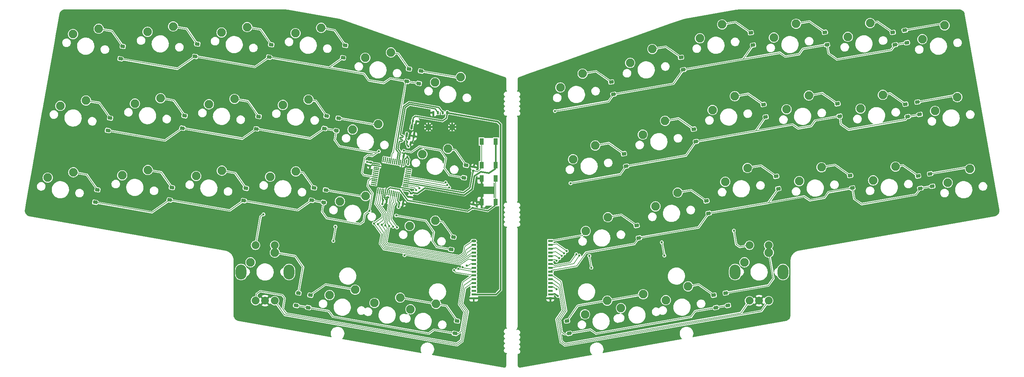
<source format=gbr>
%TF.GenerationSoftware,KiCad,Pcbnew,7.0.8*%
%TF.CreationDate,2023-11-01T12:08:13-07:00*%
%TF.ProjectId,Redwood,52656477-6f6f-4642-9e6b-696361645f70,rev?*%
%TF.SameCoordinates,Original*%
%TF.FileFunction,Copper,L2,Bot*%
%TF.FilePolarity,Positive*%
%FSLAX46Y46*%
G04 Gerber Fmt 4.6, Leading zero omitted, Abs format (unit mm)*
G04 Created by KiCad (PCBNEW 7.0.8) date 2023-11-01 12:08:13*
%MOMM*%
%LPD*%
G01*
G04 APERTURE LIST*
G04 Aperture macros list*
%AMRoundRect*
0 Rectangle with rounded corners*
0 $1 Rounding radius*
0 $2 $3 $4 $5 $6 $7 $8 $9 X,Y pos of 4 corners*
0 Add a 4 corners polygon primitive as box body*
4,1,4,$2,$3,$4,$5,$6,$7,$8,$9,$2,$3,0*
0 Add four circle primitives for the rounded corners*
1,1,$1+$1,$2,$3*
1,1,$1+$1,$4,$5*
1,1,$1+$1,$6,$7*
1,1,$1+$1,$8,$9*
0 Add four rect primitives between the rounded corners*
20,1,$1+$1,$2,$3,$4,$5,0*
20,1,$1+$1,$4,$5,$6,$7,0*
20,1,$1+$1,$6,$7,$8,$9,0*
20,1,$1+$1,$8,$9,$2,$3,0*%
G04 Aperture macros list end*
%TA.AperFunction,ComponentPad*%
%ADD10C,2.250000*%
%TD*%
%TA.AperFunction,ComponentPad*%
%ADD11C,2.032000*%
%TD*%
%TA.AperFunction,ComponentPad*%
%ADD12O,2.799999X3.900000*%
%TD*%
%TA.AperFunction,SMDPad,CuDef*%
%ADD13O,1.300000X0.600000*%
%TD*%
%TA.AperFunction,SMDPad,CuDef*%
%ADD14R,1.300000X0.600000*%
%TD*%
%TA.AperFunction,ComponentPad*%
%ADD15C,0.600000*%
%TD*%
%TA.AperFunction,SMDPad,CuDef*%
%ADD16R,2.800000X2.550000*%
%TD*%
%TA.AperFunction,SMDPad,CuDef*%
%ADD17RoundRect,0.225000X0.330232X-0.286700X0.408374X0.156464X-0.330232X0.286700X-0.408374X-0.156464X0*%
%TD*%
%TA.AperFunction,SMDPad,CuDef*%
%ADD18R,1.100000X1.800000*%
%TD*%
%TA.AperFunction,SMDPad,CuDef*%
%ADD19RoundRect,0.140000X-0.167393X-0.143107X0.108353X-0.191728X0.167393X0.143107X-0.108353X0.191728X0*%
%TD*%
%TA.AperFunction,SMDPad,CuDef*%
%ADD20RoundRect,0.225000X0.408374X-0.156464X0.330232X0.286700X-0.408374X0.156464X-0.330232X-0.286700X0*%
%TD*%
%TA.AperFunction,SMDPad,CuDef*%
%ADD21RoundRect,0.140000X-0.143107X0.167393X-0.191728X-0.108353X0.143107X-0.167393X0.191728X0.108353X0*%
%TD*%
%TA.AperFunction,SMDPad,CuDef*%
%ADD22RoundRect,0.375000X0.000000X-0.125000X0.000000X0.125000X0.000000X0.125000X0.000000X-0.125000X0*%
%TD*%
%TA.AperFunction,SMDPad,CuDef*%
%ADD23R,0.600000X0.850000*%
%TD*%
%TA.AperFunction,ComponentPad*%
%ADD24C,0.400000*%
%TD*%
%TA.AperFunction,SMDPad,CuDef*%
%ADD25R,1.000000X1.000000*%
%TD*%
%TA.AperFunction,SMDPad,CuDef*%
%ADD26RoundRect,0.140000X0.167393X0.143107X-0.108353X0.191728X-0.167393X-0.143107X0.108353X-0.191728X0*%
%TD*%
%TA.AperFunction,SMDPad,CuDef*%
%ADD27RoundRect,0.135000X0.158747X-0.165074X0.205632X0.100824X-0.158747X0.165074X-0.205632X-0.100824X0*%
%TD*%
%TA.AperFunction,SMDPad,CuDef*%
%ADD28RoundRect,0.150000X0.058726X-0.530761X0.236716X0.478667X-0.058726X0.530761X-0.236716X-0.478667X0*%
%TD*%
%TA.AperFunction,SMDPad,CuDef*%
%ADD29RoundRect,0.075000X-0.041181X-0.665459X0.188902X0.639412X0.041181X0.665459X-0.188902X-0.639412X0*%
%TD*%
%TA.AperFunction,SMDPad,CuDef*%
%ADD30RoundRect,0.075000X0.639412X-0.188902X0.665459X-0.041181X-0.639412X0.188902X-0.665459X0.041181X0*%
%TD*%
%TA.AperFunction,ViaPad*%
%ADD31C,0.600000*%
%TD*%
%TA.AperFunction,Conductor*%
%ADD32C,0.200000*%
%TD*%
%TA.AperFunction,Conductor*%
%ADD33C,0.381000*%
%TD*%
%TA.AperFunction,Conductor*%
%ADD34C,0.300000*%
%TD*%
G04 APERTURE END LIST*
D10*
%TO.P,SW5,1,1*%
%TO.N,COL0*%
X21884131Y-31304753D03*
%TO.P,SW5,2,2*%
%TO.N,Net-(D1-A)*%
X28578726Y-29906007D03*
%TD*%
%TO.P,SW28,1,1*%
%TO.N,COL5*%
X243580537Y-32627952D03*
%TO.P,SW28,2,2*%
%TO.N,Net-(D24-A)*%
X249393000Y-29023874D03*
%TD*%
%TO.P,SW18,1,1*%
%TO.N,COL1*%
X34717887Y-68225470D03*
%TO.P,SW18,2,2*%
%TO.N,Net-(D14-A)*%
X41412482Y-66826724D03*
%TD*%
%TO.P,SW6,1,1*%
%TO.N,COL1*%
X41333888Y-30704294D03*
%TO.P,SW6,2,2*%
%TO.N,Net-(D2-A)*%
X48028483Y-29305548D03*
%TD*%
%TO.P,SW17,1,1*%
%TO.N,COL0*%
X15268136Y-68825926D03*
%TO.P,SW17,2,2*%
%TO.N,Net-(D13-A)*%
X21962731Y-67427180D03*
%TD*%
%TO.P,SW26,1,1*%
%TO.N,COL3*%
X204818862Y-32208726D03*
%TO.P,SW26,2,2*%
%TO.N,Net-(D22-A)*%
X210631325Y-28604648D03*
%TD*%
D11*
%TO.P,SW3,A,A*%
%TO.N,ENCODER_A*%
X69511763Y-101000467D03*
%TO.P,SW3,B,B*%
%TO.N,ENCODER_B*%
X74511763Y-101000467D03*
%TO.P,SW3,C,C*%
%TO.N,GND*%
X72011763Y-101000467D03*
D12*
%TO.P,SW3,S*%
%TO.N,N/C*%
X65761763Y-93500467D03*
X78261763Y-93500467D03*
D11*
%TO.P,SW3,S1,S1*%
%TO.N,COL3*%
X69511763Y-86500467D03*
%TO.P,SW3,S2,S2*%
%TO.N,ENCODER_1S2*%
X74511763Y-86500467D03*
%TD*%
D10*
%TO.P,SW40,1,1*%
%TO.N,COL5*%
X250196532Y-70149127D03*
%TO.P,SW40,2,2*%
%TO.N,Net-(D36-A)*%
X256008995Y-66545049D03*
%TD*%
%TO.P,SW23,1,1*%
%TO.N,COL0*%
X149088430Y-45259485D03*
%TO.P,SW23,2,2*%
%TO.N,Net-(D19-A)*%
X154900893Y-41655407D03*
%TD*%
%TO.P,SW12,1,1*%
%TO.N,COL1*%
X38025887Y-49464881D03*
%TO.P,SW12,2,2*%
%TO.N,Net-(D8-A)*%
X44720482Y-48066135D03*
%TD*%
%TO.P,SW19,1,1*%
%TO.N,COL2*%
X54029810Y-68406702D03*
%TO.P,SW19,2,2*%
%TO.N,Net-(D15-A)*%
X60724405Y-67007956D03*
%TD*%
%TO.P,SW44,1,1*%
%TO.N,COL5*%
X100566904Y-101598290D03*
%TO.P,SW44,2,2*%
%TO.N,Net-(D42-A)*%
X107261499Y-100199544D03*
%TD*%
%TO.P,SW30,1,1*%
%TO.N,COL1*%
X170605684Y-57585310D03*
%TO.P,SW30,2,2*%
%TO.N,Net-(D26-A)*%
X176418147Y-53981232D03*
%TD*%
%TO.P,SW27,1,1*%
%TO.N,COL4*%
X224130781Y-32027494D03*
%TO.P,SW27,2,2*%
%TO.N,Net-(D23-A)*%
X229943244Y-28423416D03*
%TD*%
%TO.P,SW32,1,1*%
%TO.N,COL3*%
X208126858Y-50969314D03*
%TO.P,SW32,2,2*%
%TO.N,Net-(D28-A)*%
X213939321Y-47365236D03*
%TD*%
%TO.P,SW25,1,1*%
%TO.N,COL2*%
X185506942Y-32389960D03*
%TO.P,SW25,2,2*%
%TO.N,Net-(D21-A)*%
X191319405Y-28785882D03*
%TD*%
%TO.P,SW24,1,1*%
%TO.N,COL1*%
X167297685Y-38824723D03*
%TO.P,SW24,2,2*%
%TO.N,Net-(D20-A)*%
X173110148Y-35220645D03*
%TD*%
%TO.P,SW43,1,1*%
%TO.N,COL0*%
X164897762Y-102921489D03*
%TO.P,SW43,2,2*%
%TO.N,Net-(D37-A)*%
X170710225Y-99317411D03*
%TD*%
%TO.P,SW9,1,1*%
%TO.N,COL4*%
X98166984Y-37501524D03*
%TO.P,SW9,2,2*%
%TO.N,Net-(D5-A)*%
X104861579Y-36102778D03*
%TD*%
%TO.P,SW42,1,1*%
%TO.N,COL5*%
X109947198Y-103252289D03*
%TO.P,SW42,2,2*%
%TO.N,Net-(D42-A)*%
X116641793Y-101853543D03*
%TD*%
%TO.P,SW29,1,1*%
%TO.N,COL0*%
X152396428Y-64020073D03*
%TO.P,SW29,2,2*%
%TO.N,Net-(D25-A)*%
X158208891Y-60415995D03*
%TD*%
%TO.P,SW48,1,1*%
%TO.N,COL4*%
X88841536Y-99530791D03*
%TO.P,SW48,2,2*%
%TO.N,Net-(D41-A)*%
X95536131Y-98132045D03*
%TD*%
%TO.P,SW13,1,1*%
%TO.N,COL2*%
X57337811Y-49646115D03*
%TO.P,SW13,2,2*%
%TO.N,Net-(D9-A)*%
X64032406Y-48247369D03*
%TD*%
%TO.P,SW31,1,1*%
%TO.N,COL2*%
X188814938Y-51150548D03*
%TO.P,SW31,2,2*%
%TO.N,Net-(D27-A)*%
X194627401Y-47546470D03*
%TD*%
%TO.P,SW46,1,1*%
%TO.N,COL2*%
X197147141Y-90960467D03*
%TO.P,SW46,2,2*%
%TO.N,ENCODER_2S2*%
X203497141Y-88420467D03*
%TD*%
%TO.P,SW39,1,1*%
%TO.N,COL4*%
X230746779Y-69548669D03*
%TO.P,SW39,2,2*%
%TO.N,Net-(D35-A)*%
X236559242Y-65944591D03*
%TD*%
%TO.P,SW10,1,1*%
%TO.N,COL5*%
X116376239Y-43936287D03*
%TO.P,SW10,2,2*%
%TO.N,Net-(D6-A)*%
X123070834Y-42537541D03*
%TD*%
%TO.P,SW47,1,1*%
%TO.N,COL3*%
X68201763Y-90960467D03*
%TO.P,SW47,2,2*%
%TO.N,ENCODER_1S2*%
X74551763Y-88420467D03*
%TD*%
%TO.P,SW20,1,1*%
%TO.N,COL3*%
X73341733Y-68587937D03*
%TO.P,SW20,2,2*%
%TO.N,Net-(D16-A)*%
X80036328Y-67189191D03*
%TD*%
%TO.P,SW11,1,1*%
%TO.N,COL0*%
X18576133Y-50065341D03*
%TO.P,SW11,2,2*%
%TO.N,Net-(D7-A)*%
X25270728Y-48666595D03*
%TD*%
%TO.P,SW38,1,1*%
%TO.N,COL3*%
X211434858Y-69729902D03*
%TO.P,SW38,2,2*%
%TO.N,Net-(D34-A)*%
X217247321Y-66125824D03*
%TD*%
%TO.P,SW7,1,1*%
%TO.N,COL2*%
X60645805Y-30885528D03*
%TO.P,SW7,2,2*%
%TO.N,Net-(D3-A)*%
X67340400Y-29486782D03*
%TD*%
%TO.P,SW34,1,1*%
%TO.N,COL5*%
X246888535Y-51388540D03*
%TO.P,SW34,2,2*%
%TO.N,Net-(D30-A)*%
X252700998Y-47784462D03*
%TD*%
%TO.P,SW21,1,1*%
%TO.N,COL4*%
X91550985Y-75022699D03*
%TO.P,SW21,2,2*%
%TO.N,Net-(D17-A)*%
X98245580Y-73623953D03*
%TD*%
%TO.P,SW41,1,1*%
%TO.N,COL0*%
X155517469Y-104575488D03*
%TO.P,SW41,2,2*%
%TO.N,Net-(D37-A)*%
X161329932Y-100971410D03*
%TD*%
%TO.P,SW37,1,1*%
%TO.N,COL2*%
X192122934Y-69911136D03*
%TO.P,SW37,2,2*%
%TO.N,Net-(D33-A)*%
X197935397Y-66307058D03*
%TD*%
%TO.P,SW14,1,1*%
%TO.N,COL3*%
X76649728Y-49827349D03*
%TO.P,SW14,2,2*%
%TO.N,Net-(D10-A)*%
X83344323Y-48428603D03*
%TD*%
D11*
%TO.P,SW4,A,A*%
%TO.N,ENCODER_A*%
X198457141Y-101000467D03*
%TO.P,SW4,B,B*%
%TO.N,ENCODER_B*%
X203457141Y-101000467D03*
%TO.P,SW4,C,C*%
%TO.N,GND*%
X200957141Y-101000467D03*
D12*
%TO.P,SW4,S*%
%TO.N,N/C*%
X194707141Y-93500467D03*
X207207141Y-93500467D03*
D11*
%TO.P,SW4,S1,S1*%
%TO.N,COL2*%
X198457141Y-86500467D03*
%TO.P,SW4,S2,S2*%
%TO.N,ENCODER_2S2*%
X203457141Y-86500467D03*
%TD*%
D10*
%TO.P,SW33,1,1*%
%TO.N,COL4*%
X227438779Y-50788080D03*
%TO.P,SW33,2,2*%
%TO.N,Net-(D29-A)*%
X233251242Y-47184002D03*
%TD*%
%TO.P,SW36,1,1*%
%TO.N,COL1*%
X173913681Y-76345898D03*
%TO.P,SW36,2,2*%
%TO.N,Net-(D32-A)*%
X179726144Y-72741820D03*
%TD*%
%TO.P,SW16,1,1*%
%TO.N,COL5*%
X113068241Y-62696874D03*
%TO.P,SW16,2,2*%
%TO.N,Net-(D12-A)*%
X119762836Y-61298128D03*
%TD*%
%TO.P,SW45,1,1*%
%TO.N,COL1*%
X176623130Y-100853990D03*
%TO.P,SW45,2,2*%
%TO.N,Net-(D38-A)*%
X182435593Y-97249912D03*
%TD*%
%TO.P,SW15,1,1*%
%TO.N,COL4*%
X94858982Y-56262111D03*
%TO.P,SW15,2,2*%
%TO.N,Net-(D11-A)*%
X101553577Y-54863365D03*
%TD*%
%TO.P,SW35,1,1*%
%TO.N,COL0*%
X155704428Y-82780660D03*
%TO.P,SW35,2,2*%
%TO.N,Net-(D31-A)*%
X161516891Y-79176582D03*
%TD*%
%TO.P,SW22,1,1*%
%TO.N,COL5*%
X109760238Y-81457460D03*
%TO.P,SW22,2,2*%
%TO.N,Net-(D18-A)*%
X116454833Y-80058714D03*
%TD*%
%TO.P,SW8,1,1*%
%TO.N,COL3*%
X79957725Y-31066761D03*
%TO.P,SW8,2,2*%
%TO.N,Net-(D4-A)*%
X86652320Y-29668015D03*
%TD*%
D13*
%TO.P,J2,1,Pin_1*%
%TO.N,GND*%
X146475893Y-100399984D03*
D14*
%TO.P,J2,2,Pin_2*%
%TO.N,+5V*%
X146475893Y-99399984D03*
%TO.P,J2,3,Pin_3*%
%TO.N,unconnected-(J2-Pin_3-Pad3)*%
X146475893Y-98399984D03*
%TO.P,J2,4,Pin_4*%
%TO.N,RGB_LED*%
X146475893Y-97399984D03*
%TO.P,J2,5,Pin_5*%
%TO.N,ENCODER_B*%
X146475893Y-96399984D03*
%TO.P,J2,6,Pin_6*%
%TO.N,ENCODER_A*%
X146475893Y-95399984D03*
%TO.P,J2,7,Pin_7*%
%TO.N,ROW6*%
X146475893Y-94399984D03*
%TO.P,J2,8,Pin_8*%
%TO.N,ROW5*%
X146475893Y-93399984D03*
%TO.P,J2,9,Pin_9*%
%TO.N,ROW4*%
X146475893Y-92399984D03*
%TO.P,J2,10,Pin_10*%
%TO.N,ROW3*%
X146475893Y-91399984D03*
%TO.P,J2,11,Pin_11*%
%TO.N,COL5*%
X146475893Y-90399984D03*
%TO.P,J2,12,Pin_12*%
%TO.N,COL4*%
X146475893Y-89399984D03*
%TO.P,J2,13,Pin_13*%
%TO.N,COL3*%
X146475893Y-88399984D03*
%TO.P,J2,14,Pin_14*%
%TO.N,COL2*%
X146475893Y-87399984D03*
%TO.P,J2,15,Pin_15*%
%TO.N,COL1*%
X146475893Y-86399984D03*
%TO.P,J2,16,Pin_16*%
%TO.N,COL0*%
X146475893Y-85399984D03*
D15*
%TO.P,J2,MP,MountPin*%
%TO.N,GND*%
X144425893Y-81649984D03*
X143425893Y-81649984D03*
X142425893Y-81649984D03*
X144425893Y-82524984D03*
D16*
X143425893Y-82524984D03*
D15*
X142425893Y-82524984D03*
X144425893Y-103274984D03*
D16*
X143425893Y-103274984D03*
D15*
X142425893Y-103274984D03*
X144425893Y-104149984D03*
X143425893Y-104149984D03*
X142425893Y-104149984D03*
%TD*%
D17*
%TO.P,D40,1,K*%
%TO.N,ROW6*%
X80140705Y-102251237D03*
%TO.P,D40,2,A*%
%TO.N,ENCODER_1S2*%
X80713743Y-99001371D03*
%TD*%
D18*
%TO.P,SW1,1,1*%
%TO.N,+3.3V*%
X132218157Y-65582310D03*
X132218157Y-59382310D03*
%TO.P,SW1,2,2*%
%TO.N,BOOTO*%
X128518157Y-65582310D03*
X128518157Y-59382310D03*
%TD*%
D19*
%TO.P,C7,1*%
%TO.N,+3.3V*%
X109116157Y-59490897D03*
%TO.P,C7,2*%
%TO.N,GND*%
X110061573Y-59657599D03*
%TD*%
D20*
%TO.P,D27,1,K*%
%TO.N,ROW4*%
X202674936Y-52961294D03*
%TO.P,D27,2,A*%
%TO.N,Net-(D27-A)*%
X202101898Y-49711428D03*
%TD*%
D21*
%TO.P,C2,1*%
%TO.N,+3.3V*%
X99626809Y-64876406D03*
%TO.P,C2,2*%
%TO.N,GND*%
X99460107Y-65821822D03*
%TD*%
D17*
%TO.P,D15,1,K*%
%TO.N,ROW2*%
X66434637Y-74848647D03*
%TO.P,D15,2,A*%
%TO.N,Net-(D15-A)*%
X67007675Y-71598781D03*
%TD*%
D20*
%TO.P,D22,1,K*%
%TO.N,ROW3*%
X218689710Y-34081024D03*
%TO.P,D22,2,A*%
%TO.N,Net-(D22-A)*%
X218116672Y-30831158D03*
%TD*%
D22*
%TO.P,J1,1,Pin_1*%
%TO.N,+5V*%
X119547969Y-51854985D03*
D23*
%TO.P,J1,2,Pin_2*%
%TO.N,DATA_N*%
X118347969Y-51854985D03*
%TO.P,J1,3,Pin_3*%
%TO.N,DATA_P*%
X117147969Y-51854985D03*
%TO.P,J1,4,Pin_4*%
%TO.N,GND*%
X115947969Y-51854985D03*
D24*
%TO.P,J1,MP,MountPin*%
X121197969Y-56004985D03*
X121197969Y-55204985D03*
X120847969Y-55604985D03*
D25*
X120847969Y-55604985D03*
D24*
X120497969Y-56004985D03*
X120497969Y-55204985D03*
X114997969Y-56004985D03*
X114997969Y-55204985D03*
X114647969Y-55604985D03*
D25*
X114647969Y-55604985D03*
D24*
X114297969Y-56004985D03*
X114297969Y-55204985D03*
%TD*%
D17*
%TO.P,D3,1,K*%
%TO.N,ROW0*%
X73050631Y-37327471D03*
%TO.P,D3,2,A*%
%TO.N,Net-(D3-A)*%
X73623669Y-34077605D03*
%TD*%
D26*
%TO.P,C5,1*%
%TO.N,+3.3V*%
X109128736Y-63485261D03*
%TO.P,C5,2*%
%TO.N,GND*%
X108183320Y-63318559D03*
%TD*%
D20*
%TO.P,D28,1,K*%
%TO.N,ROW4*%
X221986855Y-52780060D03*
%TO.P,D28,2,A*%
%TO.N,Net-(D28-A)*%
X221413817Y-49530194D03*
%TD*%
D17*
%TO.P,D2,1,K*%
%TO.N,ROW0*%
X53738712Y-37146238D03*
%TO.P,D2,2,A*%
%TO.N,Net-(D2-A)*%
X54311750Y-33896372D03*
%TD*%
%TO.P,D11,1,K*%
%TO.N,ROW1*%
X90617937Y-56544956D03*
%TO.P,D11,2,A*%
%TO.N,Net-(D11-A)*%
X91190975Y-53295090D03*
%TD*%
D20*
%TO.P,D29,1,K*%
%TO.N,ROW4*%
X239735395Y-52874494D03*
%TO.P,D29,2,A*%
%TO.N,Net-(D29-A)*%
X239162357Y-49624628D03*
%TD*%
D18*
%TO.P,SW2,1,1*%
%TO.N,GND*%
X128518157Y-69034309D03*
X128518157Y-75234309D03*
%TO.P,SW2,2,2*%
%TO.N,NRST*%
X132218157Y-69034309D03*
X132218157Y-75234309D03*
%TD*%
D20*
%TO.P,D31,1,K*%
%TO.N,ROW5*%
X169564425Y-84591407D03*
%TO.P,D31,2,A*%
%TO.N,Net-(D31-A)*%
X168991387Y-81341541D03*
%TD*%
%TO.P,D38,1,K*%
%TO.N,ROW6*%
X189701437Y-102802571D03*
%TO.P,D38,2,A*%
%TO.N,Net-(D38-A)*%
X189128399Y-99552705D03*
%TD*%
%TO.P,D35,1,K*%
%TO.N,ROW5*%
X243043392Y-71635082D03*
%TO.P,D35,2,A*%
%TO.N,Net-(D35-A)*%
X242470354Y-68385216D03*
%TD*%
D19*
%TO.P,C6,1*%
%TO.N,+5V*%
X110582222Y-53940655D03*
%TO.P,C6,2*%
%TO.N,GND*%
X111527638Y-54107357D03*
%TD*%
D27*
%TO.P,R1,1*%
%TO.N,BOOTO*%
X126327491Y-67035735D03*
%TO.P,R1,2*%
%TO.N,GND*%
X126504613Y-66031231D03*
%TD*%
D17*
%TO.P,D4,1,K*%
%TO.N,ROW0*%
X92362552Y-37508704D03*
%TO.P,D4,2,A*%
%TO.N,Net-(D4-A)*%
X92935590Y-34258838D03*
%TD*%
D19*
%TO.P,C3,1*%
%TO.N,+3.3V*%
X107066767Y-75501764D03*
%TO.P,C3,2*%
%TO.N,GND*%
X108012183Y-75668466D03*
%TD*%
D20*
%TO.P,D39,1,K*%
%TO.N,ROW6*%
X192828198Y-102251237D03*
%TO.P,D39,2,A*%
%TO.N,ENCODER_2S2*%
X192255160Y-99001371D03*
%TD*%
D17*
%TO.P,D18,1,K*%
%TO.N,ROW2*%
X120601685Y-87623738D03*
%TO.P,D18,2,A*%
%TO.N,Net-(D18-A)*%
X121174723Y-84373872D03*
%TD*%
D20*
%TO.P,D20,1,K*%
%TO.N,ROW3*%
X181157684Y-40635469D03*
%TO.P,D20,2,A*%
%TO.N,Net-(D20-A)*%
X180584646Y-37385603D03*
%TD*%
D17*
%TO.P,D16,1,K*%
%TO.N,ROW2*%
X84183173Y-74754213D03*
%TO.P,D16,2,A*%
%TO.N,Net-(D16-A)*%
X84756211Y-71504347D03*
%TD*%
%TO.P,D8,1,K*%
%TO.N,ROW1*%
X50430713Y-55906826D03*
%TO.P,D8,2,A*%
%TO.N,Net-(D8-A)*%
X51003751Y-52656960D03*
%TD*%
D20*
%TO.P,D24,1,K*%
%TO.N,ROW3*%
X239554161Y-33562574D03*
%TO.P,D24,2,A*%
%TO.N,Net-(D24-A)*%
X238981123Y-30312708D03*
%TD*%
D17*
%TO.P,D14,1,K*%
%TO.N,ROW2*%
X47122714Y-74667413D03*
%TO.P,D14,2,A*%
%TO.N,Net-(D14-A)*%
X47695752Y-71417547D03*
%TD*%
D20*
%TO.P,D21,1,K*%
%TO.N,ROW3*%
X199366938Y-34200706D03*
%TO.P,D21,2,A*%
%TO.N,Net-(D21-A)*%
X198793900Y-30950840D03*
%TD*%
%TO.P,D23,1,K*%
%TO.N,ROW3*%
X236427397Y-34113906D03*
%TO.P,D23,2,A*%
%TO.N,Net-(D23-A)*%
X235854359Y-30864040D03*
%TD*%
D17*
%TO.P,D5,1,K*%
%TO.N,ROW0*%
X109008424Y-43667800D03*
%TO.P,D5,2,A*%
%TO.N,Net-(D5-A)*%
X109581462Y-40417934D03*
%TD*%
D21*
%TO.P,C8,1*%
%TO.N,GND*%
X126324196Y-75830780D03*
%TO.P,C8,2*%
%TO.N,NRST*%
X126157494Y-76776196D03*
%TD*%
D20*
%TO.P,D37,1,K*%
%TO.N,ROW6*%
X151398569Y-109556397D03*
%TO.P,D37,2,A*%
%TO.N,Net-(D37-A)*%
X150825531Y-106306531D03*
%TD*%
D17*
%TO.P,D13,1,K*%
%TO.N,ROW2*%
X27672960Y-75267871D03*
%TO.P,D13,2,A*%
%TO.N,Net-(D13-A)*%
X28245998Y-72018005D03*
%TD*%
%TO.P,D1,1,K*%
%TO.N,ROW0*%
X34288958Y-37746696D03*
%TO.P,D1,2,A*%
%TO.N,Net-(D1-A)*%
X34861996Y-34496830D03*
%TD*%
D21*
%TO.P,C1,1*%
%TO.N,+3.3V*%
X110065021Y-72963847D03*
%TO.P,C1,2*%
%TO.N,GND*%
X109898319Y-73909263D03*
%TD*%
D17*
%TO.P,D10,1,K*%
%TO.N,ROW1*%
X87491172Y-55993624D03*
%TO.P,D10,2,A*%
%TO.N,Net-(D10-A)*%
X88064210Y-52743758D03*
%TD*%
%TO.P,D41,1,K*%
%TO.N,ROW6*%
X83267464Y-102802569D03*
%TO.P,D41,2,A*%
%TO.N,Net-(D41-A)*%
X83840502Y-99552703D03*
%TD*%
D20*
%TO.P,D26,1,K*%
%TO.N,ROW4*%
X184465682Y-59396056D03*
%TO.P,D26,2,A*%
%TO.N,Net-(D26-A)*%
X183892644Y-56146190D03*
%TD*%
%TO.P,D33,1,K*%
%TO.N,ROW5*%
X205982932Y-71721882D03*
%TO.P,D33,2,A*%
%TO.N,Net-(D33-A)*%
X205409894Y-68472016D03*
%TD*%
%TO.P,D25,1,K*%
%TO.N,ROW4*%
X166256427Y-65830818D03*
%TO.P,D25,2,A*%
%TO.N,Net-(D25-A)*%
X165683389Y-62580952D03*
%TD*%
D17*
%TO.P,D6,1,K*%
%TO.N,ROW0*%
X112135189Y-44219133D03*
%TO.P,D6,2,A*%
%TO.N,Net-(D6-A)*%
X112708227Y-40969267D03*
%TD*%
%TO.P,D9,1,K*%
%TO.N,ROW1*%
X69742634Y-56088059D03*
%TO.P,D9,2,A*%
%TO.N,Net-(D9-A)*%
X70315672Y-52838193D03*
%TD*%
D28*
%TO.P,U1,1,GND*%
%TO.N,GND*%
X110835091Y-57977391D03*
%TO.P,U1,2,VO*%
%TO.N,+3.3V*%
X108963956Y-57647459D03*
%TO.P,U1,3,VI*%
%TO.N,+5V*%
X110294573Y-55571987D03*
%TD*%
D19*
%TO.P,C4,1*%
%TO.N,+3.3V*%
X102814367Y-74751950D03*
%TO.P,C4,2*%
%TO.N,GND*%
X103759783Y-74918652D03*
%TD*%
D17*
%TO.P,D42,1,K*%
%TO.N,ROW6*%
X121570332Y-109556396D03*
%TO.P,D42,2,A*%
%TO.N,Net-(D42-A)*%
X122143370Y-106306530D03*
%TD*%
D13*
%TO.P,J3,1,Pin_1*%
%TO.N,COL0*%
X126477470Y-85399985D03*
D14*
%TO.P,J3,2,Pin_2*%
%TO.N,COL1*%
X126477470Y-86399985D03*
%TO.P,J3,3,Pin_3*%
%TO.N,COL2*%
X126477470Y-87399985D03*
%TO.P,J3,4,Pin_4*%
%TO.N,COL3*%
X126477470Y-88399985D03*
%TO.P,J3,5,Pin_5*%
%TO.N,COL4*%
X126477470Y-89399985D03*
%TO.P,J3,6,Pin_6*%
%TO.N,COL5*%
X126477470Y-90399985D03*
%TO.P,J3,7,Pin_7*%
%TO.N,ROW3*%
X126477470Y-91399985D03*
%TO.P,J3,8,Pin_8*%
%TO.N,ROW4*%
X126477470Y-92399985D03*
%TO.P,J3,9,Pin_9*%
%TO.N,ROW5*%
X126477470Y-93399985D03*
%TO.P,J3,10,Pin_10*%
%TO.N,ROW6*%
X126477470Y-94399985D03*
%TO.P,J3,11,Pin_11*%
%TO.N,ENCODER_A*%
X126477470Y-95399985D03*
%TO.P,J3,12,Pin_12*%
%TO.N,ENCODER_B*%
X126477470Y-96399985D03*
%TO.P,J3,13,Pin_13*%
%TO.N,RGB_LED*%
X126477470Y-97399985D03*
%TO.P,J3,14,Pin_14*%
%TO.N,unconnected-(J3-Pin_14-Pad14)*%
X126477470Y-98399985D03*
%TO.P,J3,15,Pin_15*%
%TO.N,+5V*%
X126477470Y-99399985D03*
%TO.P,J3,16,Pin_16*%
%TO.N,GND*%
X126477470Y-100399985D03*
D15*
%TO.P,J3,MP,MountPin*%
X128527470Y-104149985D03*
X129527470Y-104149985D03*
X130527470Y-104149985D03*
X128527470Y-103274985D03*
D16*
X129527470Y-103274985D03*
D15*
X130527470Y-103274985D03*
X128527470Y-82524985D03*
D16*
X129527470Y-82524985D03*
D15*
X130527470Y-82524985D03*
X128527470Y-81649985D03*
X129527470Y-81649985D03*
X130527470Y-81649985D03*
%TD*%
D29*
%TO.P,U2,1,VBAT*%
%TO.N,+3.3V*%
X106875433Y-73246781D03*
%TO.P,U2,2,PC13*%
%TO.N,ENCODER_B*%
X106383029Y-73159957D03*
%TO.P,U2,3,PC14*%
%TO.N,ENCODER_A*%
X105890625Y-73073133D03*
%TO.P,U2,4,PC15*%
%TO.N,COL0*%
X105398221Y-72986308D03*
%TO.P,U2,5,PF0*%
%TO.N,COL1*%
X104905817Y-72899484D03*
%TO.P,U2,6,PF1*%
%TO.N,unconnected-(U2-PF1-Pad6)*%
X104413413Y-72812660D03*
%TO.P,U2,7,NRST*%
%TO.N,NRST*%
X103921010Y-72725836D03*
%TO.P,U2,8,VSSA*%
%TO.N,GND*%
X103428606Y-72639012D03*
%TO.P,U2,9,VDDA*%
%TO.N,+3.3V*%
X102936202Y-72552188D03*
%TO.P,U2,10,PA0*%
%TO.N,COL2*%
X102443798Y-72465364D03*
%TO.P,U2,11,PA1*%
%TO.N,COL3*%
X101951394Y-72378540D03*
%TO.P,U2,12,PA2*%
%TO.N,COL4*%
X101458990Y-72291716D03*
D30*
%TO.P,U2,13,PA3*%
%TO.N,unconnected-(U2-PA3-Pad13)*%
X100313227Y-70655397D03*
%TO.P,U2,14,PA4*%
%TO.N,unconnected-(U2-PA4-Pad14)*%
X100400051Y-70162993D03*
%TO.P,U2,15,PA5*%
%TO.N,unconnected-(U2-PA5-Pad15)*%
X100486875Y-69670589D03*
%TO.P,U2,16,PA6*%
%TO.N,ROW2*%
X100573700Y-69178185D03*
%TO.P,U2,17,PA7*%
%TO.N,ROW1*%
X100660524Y-68685781D03*
%TO.P,U2,18,PB0*%
%TO.N,unconnected-(U2-PB0-Pad18)*%
X100747348Y-68193377D03*
%TO.P,U2,19,PB1*%
%TO.N,unconnected-(U2-PB1-Pad19)*%
X100834172Y-67700974D03*
%TO.P,U2,20,PB2*%
%TO.N,unconnected-(U2-PB2-Pad20)*%
X100920996Y-67208570D03*
%TO.P,U2,21,PB10*%
%TO.N,unconnected-(U2-PB10-Pad21)*%
X101007820Y-66716166D03*
%TO.P,U2,22,PB11*%
%TO.N,unconnected-(U2-PB11-Pad22)*%
X101094644Y-66223762D03*
%TO.P,U2,23,VSS*%
%TO.N,GND*%
X101181468Y-65731358D03*
%TO.P,U2,24,VDD*%
%TO.N,+3.3V*%
X101268292Y-65238954D03*
D29*
%TO.P,U2,25,PB12*%
%TO.N,unconnected-(U2-PB12-Pad25)*%
X102904611Y-64093191D03*
%TO.P,U2,26,PB13*%
%TO.N,unconnected-(U2-PB13-Pad26)*%
X103397015Y-64180015D03*
%TO.P,U2,27,PB14*%
%TO.N,unconnected-(U2-PB14-Pad27)*%
X103889419Y-64266839D03*
%TO.P,U2,28,PB15*%
%TO.N,unconnected-(U2-PB15-Pad28)*%
X104381823Y-64353664D03*
%TO.P,U2,29,PA8*%
%TO.N,ROW0*%
X104874227Y-64440488D03*
%TO.P,U2,30,PA9*%
%TO.N,unconnected-(U2-PA9-Pad30)*%
X105366631Y-64527312D03*
%TO.P,U2,31,PA10*%
%TO.N,unconnected-(U2-PA10-Pad31)*%
X105859034Y-64614136D03*
%TO.P,U2,32,PA11*%
%TO.N,DATA_N*%
X106351438Y-64700960D03*
%TO.P,U2,33,PA12*%
%TO.N,DATA_P*%
X106843842Y-64787784D03*
%TO.P,U2,34,PA13*%
%TO.N,unconnected-(U2-PA13-Pad34)*%
X107336246Y-64874608D03*
%TO.P,U2,35,VSS*%
%TO.N,GND*%
X107828650Y-64961432D03*
%TO.P,U2,36,VDDIO2*%
%TO.N,+3.3V*%
X108321054Y-65048256D03*
D30*
%TO.P,U2,37,PA14*%
%TO.N,unconnected-(U2-PA14-Pad37)*%
X109466817Y-66684575D03*
%TO.P,U2,38,PA15*%
%TO.N,unconnected-(U2-PA15-Pad38)*%
X109379993Y-67176979D03*
%TO.P,U2,39,PB3*%
%TO.N,unconnected-(U2-PB3-Pad39)*%
X109293169Y-67669383D03*
%TO.P,U2,40,PB4*%
%TO.N,unconnected-(U2-PB4-Pad40)*%
X109206344Y-68161787D03*
%TO.P,U2,41,PB5*%
%TO.N,ROW3*%
X109119520Y-68654191D03*
%TO.P,U2,42,PB6*%
%TO.N,ROW4*%
X109032696Y-69146595D03*
%TO.P,U2,43,PB7*%
%TO.N,ROW5*%
X108945872Y-69638998D03*
%TO.P,U2,44,BOOT0*%
%TO.N,BOOTO*%
X108859048Y-70131402D03*
%TO.P,U2,45,PB8*%
%TO.N,ROW6*%
X108772224Y-70623806D03*
%TO.P,U2,46,PB9*%
%TO.N,COL5*%
X108685400Y-71116210D03*
%TO.P,U2,47,VSS*%
%TO.N,GND*%
X108598576Y-71608614D03*
%TO.P,U2,48,VDD*%
%TO.N,+3.3V*%
X108511752Y-72101018D03*
%TD*%
D20*
%TO.P,D34,1,K*%
%TO.N,ROW5*%
X225294854Y-71540649D03*
%TO.P,D34,2,A*%
%TO.N,Net-(D34-A)*%
X224721816Y-68290783D03*
%TD*%
%TO.P,D19,1,K*%
%TO.N,ROW3*%
X162948426Y-47070232D03*
%TO.P,D19,2,A*%
%TO.N,Net-(D19-A)*%
X162375388Y-43820366D03*
%TD*%
%TO.P,D36,1,K*%
%TO.N,ROW5*%
X246170157Y-71083749D03*
%TO.P,D36,2,A*%
%TO.N,Net-(D36-A)*%
X245597119Y-67833883D03*
%TD*%
D17*
%TO.P,D7,1,K*%
%TO.N,ROW1*%
X30980959Y-56507283D03*
%TO.P,D7,2,A*%
%TO.N,Net-(D7-A)*%
X31553997Y-53257417D03*
%TD*%
D20*
%TO.P,D30,1,K*%
%TO.N,ROW4*%
X242862158Y-52323161D03*
%TO.P,D30,2,A*%
%TO.N,Net-(D30-A)*%
X242289120Y-49073295D03*
%TD*%
D17*
%TO.P,D17,1,K*%
%TO.N,ROW2*%
X87309940Y-75305546D03*
%TO.P,D17,2,A*%
%TO.N,Net-(D17-A)*%
X87882978Y-72055680D03*
%TD*%
%TO.P,D12,1,K*%
%TO.N,ROW1*%
X123909681Y-68863150D03*
%TO.P,D12,2,A*%
%TO.N,Net-(D12-A)*%
X124482719Y-65613284D03*
%TD*%
D20*
%TO.P,D32,1,K*%
%TO.N,ROW5*%
X187773679Y-78156644D03*
%TO.P,D32,2,A*%
%TO.N,Net-(D32-A)*%
X187200641Y-74906778D03*
%TD*%
D31*
%TO.N,GND*%
X110744000Y-63246000D03*
X111760000Y-59944000D03*
X110236000Y-51562000D03*
%TO.N,ROW6*%
X121391302Y-93018993D03*
X112280455Y-71552791D03*
%TO.N,ROW1*%
X108195996Y-61805526D03*
X101721936Y-61953565D03*
%TO.N,ROW2*%
X106241417Y-78741411D03*
X99237466Y-77506425D03*
%TO.N,ROW3*%
X124696216Y-91828627D03*
X153229819Y-88858965D03*
X119126651Y-70096656D03*
X147658494Y-51411503D03*
%TO.N,ROW4*%
X154068456Y-89226927D03*
X151761023Y-70289913D03*
X119585227Y-70751571D03*
X123584747Y-92281171D03*
%TO.N,ROW5*%
X122480080Y-92695137D03*
X120043803Y-71406485D03*
%TO.N,COL0*%
X104435678Y-81485791D03*
X157203249Y-92377947D03*
X156658081Y-89286143D03*
%TO.N,COL1*%
X176242195Y-89185874D03*
X150758016Y-88005219D03*
X103435115Y-81309365D03*
X175573195Y-85757459D03*
%TO.N,COL2*%
X150095805Y-88637821D03*
X194377888Y-82699605D03*
X102434549Y-81132938D03*
%TO.N,COL3*%
X71605032Y-78437247D03*
X149433595Y-89270423D03*
X101433984Y-80956512D03*
%TO.N,COL4*%
X90382158Y-81651440D03*
X89825389Y-85357562D03*
X148771385Y-89903025D03*
X100433421Y-80780085D03*
%TO.N,COL5*%
X148109174Y-90535628D03*
X111455541Y-72130873D03*
X108413468Y-89095384D03*
%TO.N,ENCODER_B*%
X106436809Y-81838643D03*
%TO.N,ENCODER_A*%
X105436243Y-81662218D03*
%TO.N,GND*%
X102241793Y-70524297D03*
X106832545Y-70817934D03*
X103035709Y-66021756D03*
X104890022Y-68669986D03*
X148416699Y-101056055D03*
X107538253Y-66815674D03*
%TO.N,+3.3V*%
X109347847Y-65329326D03*
X106862766Y-76497467D03*
X109391343Y-60694465D03*
X98621383Y-64727554D03*
X102610365Y-75747653D03*
X110680501Y-72786024D03*
%TO.N,+5V*%
X148446308Y-99761243D03*
%TO.N,RGB_LED*%
X148137561Y-98010255D03*
%TD*%
D32*
%TO.N,ROW6*%
X121778069Y-93571354D02*
X126477470Y-94399985D01*
X121391302Y-93018993D02*
X121778069Y-93571354D01*
X112032505Y-71198682D02*
X112280455Y-71552791D01*
X108772224Y-70623807D02*
X112032505Y-71198682D01*
%TO.N,COL5*%
X111035183Y-71530540D02*
X108685400Y-71116209D01*
X111455541Y-72130873D02*
X111035183Y-71530540D01*
%TO.N,ROW0*%
X108741347Y-43854810D02*
X109008424Y-43667800D01*
X105487323Y-62309291D02*
X108741347Y-43854810D01*
X105216588Y-62498863D02*
X105487323Y-62309291D01*
X104874227Y-64440488D02*
X105216588Y-62498863D01*
%TO.N,ROW2*%
X100049904Y-72898859D02*
X99237466Y-77506425D01*
X99046042Y-69585058D02*
X98781213Y-71086980D01*
X98781213Y-71086980D02*
X100049904Y-72898859D01*
X99817535Y-69044853D02*
X99046042Y-69585058D01*
X100573700Y-69178186D02*
X99817535Y-69044853D01*
%TO.N,ROW1*%
X100013829Y-63149595D02*
X101721936Y-61953565D01*
X97753357Y-68173170D02*
X97336598Y-67577976D01*
X98042304Y-63575717D02*
X98925048Y-62957614D01*
X100660524Y-68685782D02*
X97753357Y-68173170D01*
X97336598Y-67577976D02*
X98042304Y-63575717D01*
X98925048Y-62957614D02*
X100013829Y-63149595D01*
%TO.N,ROW0*%
X34288955Y-37746695D02*
X49141087Y-40365527D01*
X97844889Y-41699368D02*
X99030398Y-43392451D01*
X49141087Y-40365527D02*
X53738708Y-37146236D01*
X88684454Y-40084135D02*
X97844889Y-41699368D01*
X69372531Y-39902902D02*
X73050632Y-37327471D01*
X53738708Y-37146236D02*
X69372531Y-39902902D01*
X103032659Y-44098157D02*
X104725739Y-42912647D01*
X73050632Y-37327471D02*
X88684454Y-40084135D01*
X99030398Y-43392451D02*
X103032659Y-44098157D01*
X109008425Y-43667800D02*
X112135189Y-44219133D01*
X104725739Y-42912647D02*
X109008425Y-43667800D01*
X88684454Y-40084135D02*
X92362552Y-37508704D01*
%TO.N,Net-(D1-A)*%
X28578726Y-29906007D02*
X32079718Y-30523326D01*
X32079718Y-30523326D02*
X34861993Y-34496830D01*
%TO.N,Net-(D2-A)*%
X51529473Y-29922867D02*
X54311748Y-33896372D01*
X48028480Y-29305549D02*
X51529473Y-29922867D01*
%TO.N,Net-(D3-A)*%
X67340401Y-29486782D02*
X70841393Y-30104099D01*
X70841393Y-30104099D02*
X73623671Y-34077604D01*
%TO.N,Net-(D4-A)*%
X86652323Y-29668014D02*
X90153313Y-30285335D01*
X90153313Y-30285335D02*
X92935591Y-34258836D01*
%TO.N,Net-(D5-A)*%
X104861577Y-36102778D02*
X106799187Y-36444431D01*
X106799187Y-36444431D02*
X109581463Y-40417934D01*
%TO.N,Net-(D6-A)*%
X112708228Y-40969267D02*
X122775428Y-42744386D01*
X122775428Y-42744386D02*
X123070833Y-42537539D01*
%TO.N,ROW1*%
X91377935Y-60645477D02*
X101133439Y-62365635D01*
X90193236Y-58953552D02*
X91377935Y-60645477D01*
X66064535Y-58663490D02*
X69742631Y-56088057D01*
X69742631Y-56088057D02*
X83813075Y-58569057D01*
X87491171Y-55993625D02*
X90617936Y-56544958D01*
X110197128Y-62158380D02*
X112256861Y-60716138D01*
X120125311Y-68195862D02*
X123909681Y-68863150D01*
X117759968Y-61686484D02*
X119202210Y-63746217D01*
X83813075Y-58569057D02*
X87491171Y-55993625D01*
X45833090Y-59126115D02*
X50430713Y-55906823D01*
X30980959Y-56507282D02*
X45833090Y-59126115D01*
X101133439Y-62365635D02*
X101721936Y-61953565D01*
X112256861Y-60716138D02*
X117759968Y-61686484D01*
X108195996Y-61805526D02*
X110197128Y-62158380D01*
X90617936Y-56544958D02*
X90193236Y-58953552D01*
X119202210Y-63746217D02*
X118761141Y-66247630D01*
X118761141Y-66247630D02*
X120125311Y-68195862D01*
X50430713Y-55906823D02*
X66064535Y-58663490D01*
%TO.N,Net-(D7-A)*%
X28771719Y-49283914D02*
X31553997Y-53257418D01*
X25270730Y-48666594D02*
X28771719Y-49283914D01*
%TO.N,Net-(D8-A)*%
X44720483Y-48066134D02*
X48221472Y-48683454D01*
X48221472Y-48683454D02*
X51003751Y-52656960D01*
%TO.N,Net-(D9-A)*%
X67533396Y-48864689D02*
X70315672Y-52838193D01*
X64032404Y-48247370D02*
X67533396Y-48864689D01*
%TO.N,Net-(D10-A)*%
X83344325Y-48428603D02*
X85281933Y-48770256D01*
X85281933Y-48770256D02*
X88064210Y-52743760D01*
%TO.N,Net-(D11-A)*%
X91190975Y-53295092D02*
X101258172Y-55070210D01*
X101258172Y-55070210D02*
X101553578Y-54863365D01*
%TO.N,Net-(D12-A)*%
X119762833Y-61298128D02*
X121700443Y-61639781D01*
X121700443Y-61639781D02*
X124482720Y-65613283D01*
%TO.N,ROW2*%
X116817312Y-86956451D02*
X120601684Y-87623738D01*
X115659180Y-85302466D02*
X116817312Y-86956451D01*
X47122716Y-74667413D02*
X62756539Y-77424078D01*
X88069937Y-79406064D02*
X96824878Y-80949797D01*
X80505076Y-77329645D02*
X84183175Y-74754213D01*
X62756539Y-77424078D02*
X66434633Y-74848646D01*
X86885239Y-77714141D02*
X88069937Y-79406064D01*
X87309938Y-75305546D02*
X86885239Y-77714141D01*
X97707620Y-80331693D02*
X98060472Y-78330562D01*
X106241417Y-78741411D02*
X113995794Y-80108717D01*
X113995794Y-80108717D02*
X116056140Y-83051195D01*
X27672962Y-75267871D02*
X42525094Y-77886702D01*
X98060472Y-78330562D02*
X99237466Y-77506425D01*
X84183175Y-74754213D02*
X87309937Y-75305546D01*
X66434633Y-74848646D02*
X80505076Y-77329645D01*
X42525094Y-77886702D02*
X47122716Y-74667413D01*
X116056140Y-83051195D02*
X115659180Y-85302466D01*
X96824878Y-80949797D02*
X97707620Y-80331693D01*
%TO.N,Net-(D13-A)*%
X21962732Y-67427181D02*
X25463722Y-68044502D01*
X25463722Y-68044502D02*
X28246001Y-72018006D01*
%TO.N,Net-(D14-A)*%
X41412486Y-66826723D02*
X44913474Y-67444042D01*
X44913474Y-67444042D02*
X47695755Y-71417548D01*
%TO.N,Net-(D15-A)*%
X60724406Y-67007956D02*
X64225398Y-67625277D01*
X64225398Y-67625277D02*
X67007672Y-71598779D01*
%TO.N,Net-(D16-A)*%
X80036328Y-67189191D02*
X81973933Y-67530843D01*
X81973933Y-67530843D02*
X84756214Y-71504346D01*
%TO.N,Net-(D17-A)*%
X87882975Y-72055680D02*
X97950174Y-73830799D01*
X97950174Y-73830799D02*
X98245582Y-73623953D01*
%TO.N,Net-(D18-A)*%
X116454836Y-80058714D02*
X118392446Y-80400367D01*
X118392446Y-80400367D02*
X121174722Y-84373872D01*
%TO.N,ROW3*%
X118759224Y-70353931D02*
X119126651Y-70096656D01*
X211452352Y-36552067D02*
X212406885Y-35188855D01*
X162948428Y-47070231D02*
X178582253Y-44313566D01*
X146881393Y-91328484D02*
X146475893Y-91399985D01*
X207825306Y-37191615D02*
X211452352Y-36552067D01*
X206389689Y-36186385D02*
X207825306Y-37191615D01*
X124946357Y-91872733D02*
X125793698Y-91279418D01*
X219098044Y-36396797D02*
X221304904Y-37942058D01*
X235499430Y-35439179D02*
X236427398Y-34113905D01*
X212406885Y-35188855D02*
X218689710Y-34081024D01*
X147658494Y-51411503D02*
X161634146Y-48947220D01*
X196791507Y-37878803D02*
X199366938Y-34200706D01*
X151676923Y-91076731D02*
X147558866Y-91802856D01*
X109119520Y-68654191D02*
X118759224Y-70353931D01*
X161634146Y-48947220D02*
X162948428Y-47070231D01*
X178582253Y-44313566D02*
X181157684Y-40635469D01*
X124696216Y-91828627D02*
X124946357Y-91872733D01*
X147558866Y-91802856D02*
X146881393Y-91328484D01*
X236427398Y-34113905D02*
X239554162Y-33562574D01*
X153229819Y-88858965D02*
X151676923Y-91076731D01*
X125793698Y-91279418D02*
X126477470Y-91399985D01*
X221304904Y-37942058D02*
X235499430Y-35439179D01*
X181157684Y-40635469D02*
X196791507Y-37878803D01*
X196791507Y-37878803D02*
X206389689Y-36186385D01*
X218689710Y-34081024D02*
X219098044Y-36396797D01*
%TO.N,Net-(D19-A)*%
X154900893Y-41655408D02*
X158401884Y-41038088D01*
X158401884Y-41038088D02*
X162375389Y-43820366D01*
%TO.N,Net-(D20-A)*%
X173110148Y-35220645D02*
X176611141Y-34603326D01*
X176611141Y-34603326D02*
X180584645Y-37385603D01*
%TO.N,Net-(D21-A)*%
X191319404Y-28785883D02*
X194820396Y-28168563D01*
X194820396Y-28168563D02*
X198793900Y-30950841D01*
%TO.N,Net-(D22-A)*%
X214070763Y-27998183D02*
X218116672Y-30831158D01*
X210631325Y-28604648D02*
X214070763Y-27998183D01*
%TO.N,Net-(D23-A)*%
X231880855Y-28081763D02*
X235854359Y-30864041D01*
X229943244Y-28423417D02*
X231880855Y-28081763D01*
%TO.N,Net-(D24-A)*%
X238981123Y-30312707D02*
X248768882Y-28586861D01*
X248768882Y-28586861D02*
X249393000Y-29023874D01*
%TO.N,ROW4*%
X109032696Y-69146595D02*
X119293487Y-70955849D01*
X214572745Y-55345736D02*
X215577975Y-53910120D01*
X181890250Y-63074154D02*
X184465682Y-59396056D01*
X200099505Y-56639391D02*
X202674936Y-52961294D01*
X224341621Y-56293434D02*
X239172533Y-53678344D01*
X211133303Y-55952202D02*
X214572745Y-55345736D01*
X119293487Y-70955849D02*
X119585227Y-70751571D01*
X184465682Y-59396056D02*
X200099505Y-56639391D01*
X126339007Y-92375569D02*
X126477470Y-92399984D01*
X242862158Y-52323161D02*
X239735396Y-52874494D01*
X123584747Y-92281171D02*
X123684784Y-92424039D01*
X164736111Y-68002055D02*
X166256427Y-65830818D01*
X166256427Y-65830818D02*
X181890250Y-63074154D01*
X239172533Y-53678344D02*
X239735396Y-52874494D01*
X123684784Y-92424039D02*
X125749777Y-92788153D01*
X151761023Y-70289913D02*
X164736111Y-68002055D01*
X221986855Y-52780061D02*
X222361934Y-54907244D01*
X152603165Y-91319580D02*
X154068456Y-89226927D01*
X222361934Y-54907244D02*
X224341621Y-56293434D01*
X200099505Y-56639391D02*
X209697687Y-54946973D01*
X125749777Y-92788153D02*
X126339007Y-92375569D01*
X146475893Y-92399984D02*
X152603165Y-91319580D01*
X215577975Y-53910120D02*
X221986855Y-52780061D01*
X209697687Y-54946973D02*
X211133303Y-55952202D01*
%TO.N,Net-(D25-A)*%
X161709883Y-59798676D02*
X165683388Y-62580952D01*
X158208891Y-60415995D02*
X161709883Y-59798676D01*
%TO.N,Net-(D26-A)*%
X176418147Y-53981233D02*
X179919139Y-53363913D01*
X179919139Y-53363913D02*
X183892643Y-56146191D01*
%TO.N,Net-(D27-A)*%
X194627402Y-47546470D02*
X198128394Y-46929151D01*
X198128394Y-46929151D02*
X202101898Y-49711428D01*
%TO.N,Net-(D28-A)*%
X217440313Y-46747918D02*
X221413816Y-49530195D01*
X213939321Y-47365237D02*
X217440313Y-46747918D01*
%TO.N,Net-(D29-A)*%
X233251242Y-47184002D02*
X235188851Y-46842349D01*
X235188851Y-46842349D02*
X239162356Y-49624628D01*
%TO.N,Net-(D30-A)*%
X242289119Y-49073296D02*
X252076879Y-47347450D01*
X252076879Y-47347450D02*
X252700998Y-47784462D01*
%TO.N,ROW5*%
X225294855Y-71540648D02*
X225802255Y-74418256D01*
X227714866Y-75757481D02*
X241909391Y-73254603D01*
X225802255Y-74418256D02*
X227714866Y-75757481D01*
X169564425Y-84591406D02*
X185198248Y-81834742D01*
X203407501Y-75399979D02*
X205982932Y-71721882D01*
X108945872Y-69638999D02*
X119827750Y-71557766D01*
X218068348Y-74073244D02*
X219073577Y-72637627D01*
X122480080Y-92695137D02*
X126477470Y-93399984D01*
X241909391Y-73254603D02*
X243043393Y-71635082D01*
X214191161Y-74756897D02*
X218068348Y-74073244D01*
X153321921Y-91912085D02*
X155773838Y-88410384D01*
X119827750Y-71557766D02*
X120043803Y-71406485D01*
X187773680Y-78156644D02*
X203407501Y-75399979D01*
X212755544Y-73751667D02*
X214191161Y-74756897D01*
X146700174Y-93079678D02*
X153321921Y-91912085D01*
X155773838Y-88410384D02*
X168456178Y-86174147D01*
X146475893Y-93399984D02*
X146700174Y-93079678D01*
X185198248Y-81834742D02*
X187773680Y-78156644D01*
X203407501Y-75399979D02*
X212755544Y-73751667D01*
X243043393Y-71635082D02*
X246170156Y-71083749D01*
X168456178Y-86174147D02*
X169564425Y-84591406D01*
X219073577Y-72637627D02*
X225294855Y-71540648D01*
%TO.N,Net-(D31-A)*%
X161516891Y-79176583D02*
X165017881Y-78559263D01*
X165017881Y-78559263D02*
X168991385Y-81341541D01*
%TO.N,Net-(D32-A)*%
X183227137Y-72124500D02*
X187200641Y-74906778D01*
X179726144Y-72741820D02*
X183227137Y-72124500D01*
%TO.N,Net-(D33-A)*%
X201436390Y-65689739D02*
X205409894Y-68472016D01*
X197935398Y-66307058D02*
X201436390Y-65689739D01*
%TO.N,Net-(D34-A)*%
X220748311Y-65508505D02*
X224721816Y-68290783D01*
X217247321Y-66125825D02*
X220748311Y-65508505D01*
%TO.N,Net-(D35-A)*%
X236559241Y-65944591D02*
X238496850Y-65602939D01*
X238496850Y-65602939D02*
X242470353Y-68385216D01*
%TO.N,Net-(D36-A)*%
X255384877Y-66108037D02*
X256008995Y-66545050D01*
X245597118Y-67833883D02*
X255384877Y-66108037D01*
%TO.N,ROW6*%
X149210447Y-95940473D02*
X150575272Y-103680785D01*
X122303029Y-109685593D02*
X123184614Y-109068300D01*
X149496965Y-109267215D02*
X150209415Y-109766078D01*
X189701437Y-102802570D02*
X192828199Y-102251237D01*
X80140703Y-102251237D02*
X83267467Y-102802571D01*
X146902876Y-94324695D02*
X149210447Y-95940473D01*
X122639840Y-101918769D02*
X123657712Y-96146136D01*
X126217053Y-94354066D02*
X126477470Y-94399985D01*
X123184614Y-109068300D02*
X124082083Y-103978502D01*
X158435624Y-109606183D02*
X183199600Y-105239626D01*
X184230583Y-103767230D02*
X189701437Y-102802570D01*
X150209415Y-109766078D02*
X151398570Y-109556397D01*
X156963226Y-108575199D02*
X158435624Y-109606183D01*
X183199600Y-105239626D02*
X184230583Y-103767230D01*
X121570333Y-109556397D02*
X122303029Y-109685593D01*
X150575272Y-103680785D02*
X148926997Y-106034767D01*
X89681014Y-105191816D02*
X114695130Y-109602482D01*
X146475893Y-94399983D02*
X146902876Y-94324695D01*
X116130747Y-108597253D02*
X121570333Y-109556397D01*
X148926997Y-106034767D02*
X149496965Y-109267215D01*
X114695130Y-109602482D02*
X116130747Y-108597253D01*
X151398570Y-109556397D02*
X156963226Y-108575199D01*
X124082083Y-103978502D02*
X122639840Y-101918769D01*
X83267467Y-102802571D02*
X88675786Y-103756203D01*
X88675786Y-103756203D02*
X89681014Y-105191816D01*
X123657712Y-96146136D02*
X126217053Y-94354066D01*
%TO.N,Net-(D37-A)*%
X170710225Y-99317411D02*
X161329932Y-100971410D01*
X153607809Y-102333028D02*
X150825531Y-106306532D01*
X161329932Y-100971410D02*
X153607809Y-102333028D01*
%TO.N,Net-(D38-A)*%
X182435593Y-97249913D02*
X185154893Y-96770427D01*
X185154893Y-96770427D02*
X189128397Y-99552705D01*
%TO.N,Net-(D41-A)*%
X95536134Y-98132044D02*
X87814011Y-96770427D01*
X87814011Y-96770427D02*
X83840506Y-99552705D01*
%TO.N,Net-(D42-A)*%
X119361093Y-102333029D02*
X122143371Y-106306533D01*
X116641795Y-101853543D02*
X119361093Y-102333029D01*
X107261501Y-100199544D02*
X116641795Y-101853543D01*
%TO.N,COL0*%
X103993647Y-80376176D02*
X103926269Y-80758281D01*
X124163980Y-86802090D02*
X126228973Y-85356168D01*
X104435678Y-81485791D02*
X103685866Y-85738191D01*
X122678242Y-89377218D02*
X123855233Y-88553080D01*
X126228973Y-85356168D02*
X126477470Y-85399985D01*
X103917654Y-86069220D02*
X122678242Y-89377218D01*
X103685866Y-85738191D02*
X103917654Y-86069220D01*
X104963993Y-74873070D02*
X103993647Y-80376176D01*
X103926269Y-80758281D02*
X104435678Y-81485791D01*
X156658081Y-89286143D02*
X157203249Y-92377947D01*
X146475891Y-85399984D02*
X154911915Y-83912486D01*
X105079836Y-74791954D02*
X104963993Y-74873070D01*
X154911915Y-83912486D02*
X155704427Y-82780660D01*
X105398220Y-72986309D02*
X105079836Y-74791954D01*
X123855233Y-88553080D02*
X124163980Y-86802090D01*
%TO.N,COL1*%
X103435115Y-81309365D02*
X103934788Y-82022973D01*
X104905817Y-72899485D02*
X103425381Y-81295462D01*
X124220386Y-88785707D02*
X124406829Y-87728332D01*
X103263172Y-85831900D02*
X103685025Y-86434372D01*
X148065266Y-86119735D02*
X146475893Y-86399984D01*
X103685025Y-86434372D02*
X122771952Y-89799912D01*
X150758016Y-88005219D02*
X148065266Y-86119735D01*
X175573195Y-85757459D02*
X175646757Y-85808968D01*
X175646757Y-85808968D02*
X176242195Y-89185874D01*
X103425381Y-81295462D02*
X103435115Y-81309365D01*
X103934788Y-82022973D02*
X103263172Y-85831900D01*
X122771952Y-89799912D02*
X124220386Y-88785707D01*
X124406829Y-87728332D02*
X126338822Y-86375536D01*
X126338822Y-86375536D02*
X126477470Y-86399985D01*
%TO.N,COL2*%
X102840478Y-85925608D02*
X103452399Y-86799524D01*
X103134256Y-80642998D02*
X102434549Y-81132938D01*
X124585538Y-89018334D02*
X124671731Y-88529505D01*
X195907680Y-86950006D02*
X198457140Y-86500467D01*
X103562016Y-78217050D02*
X103134256Y-80642998D01*
X101858582Y-75784291D02*
X103562016Y-78217050D01*
X146475893Y-87399985D02*
X147955416Y-87139105D01*
X195017433Y-86326648D02*
X195907680Y-86950006D01*
X147955416Y-87139105D02*
X150095805Y-88637821D01*
X102443798Y-72465364D02*
X101858582Y-75784291D01*
X102434549Y-81132938D02*
X103433898Y-82560156D01*
X103433898Y-82560156D02*
X102840478Y-85925608D01*
X122865659Y-90222606D02*
X124585538Y-89018334D01*
X194377888Y-82699605D02*
X195017433Y-86326648D01*
X126323600Y-87372854D02*
X126477470Y-87399985D01*
X124671731Y-88529505D02*
X126323600Y-87372854D01*
X103452399Y-86799524D02*
X122865659Y-90222606D01*
%TO.N,COL3*%
X122959371Y-90645300D02*
X126228668Y-88356114D01*
X126228668Y-88356114D02*
X126477470Y-88399984D01*
X103219773Y-87164675D02*
X122959371Y-90645300D01*
X103139322Y-78310757D02*
X102847302Y-79966897D01*
X71605032Y-78437247D02*
X70838939Y-78973672D01*
X102847302Y-79966897D02*
X101433984Y-80956512D01*
X102417782Y-86019319D02*
X103219773Y-87164675D01*
X146475893Y-88399984D02*
X147845567Y-88158473D01*
X102933005Y-83097338D02*
X102417782Y-86019319D01*
X101433984Y-80956512D02*
X102933005Y-83097338D01*
X101951394Y-72378540D02*
X101354769Y-75762156D01*
X70838939Y-78973672D02*
X69511761Y-86500467D01*
X147845567Y-88158473D02*
X149433595Y-89270423D01*
X101354769Y-75762156D02*
X103139322Y-78310757D01*
%TO.N,COL4*%
X146475893Y-89399984D02*
X147735717Y-89177843D01*
X147735717Y-89177843D02*
X148771385Y-89903025D01*
X102987146Y-87529829D02*
X123053081Y-91067992D01*
X101458989Y-72291716D02*
X100850960Y-75740020D01*
X89825389Y-85357562D02*
X90459421Y-81761783D01*
X101995090Y-86113029D02*
X102987146Y-87529829D01*
X100850960Y-75740020D02*
X102716627Y-78404469D01*
X125644903Y-89253181D02*
X126477470Y-89399983D01*
X123053081Y-91067992D02*
X125644903Y-89253181D01*
X102560346Y-79290796D02*
X100433421Y-80780085D01*
X102432116Y-83634517D02*
X101995090Y-86113029D01*
X100433421Y-80780085D02*
X102432116Y-83634517D01*
X90459421Y-81761783D02*
X90382158Y-81651440D01*
X102716627Y-78404469D02*
X102560346Y-79290796D01*
%TO.N,COL5*%
X108644580Y-88933558D02*
X123146790Y-91490689D01*
X147625868Y-90197213D02*
X148109174Y-90535628D01*
X123146790Y-91490689D02*
X125061139Y-90150245D01*
X108413468Y-89095384D02*
X108644580Y-88933558D01*
X125061139Y-90150245D02*
X126477469Y-90399985D01*
X146475891Y-90399984D02*
X147625868Y-90197213D01*
%TO.N,ENCODER_B*%
X201569515Y-103696277D02*
X203457141Y-101000467D01*
X146475891Y-96399984D02*
X146921261Y-96321453D01*
X105002025Y-79264388D02*
X104928051Y-79683916D01*
X105575411Y-76012553D02*
X105002025Y-79264388D01*
X150307790Y-112735102D02*
X201569515Y-103696277D01*
X122098295Y-112635862D02*
X123546730Y-111621657D01*
X104928051Y-79683916D02*
X106436809Y-81838643D01*
X148081609Y-105847349D02*
X149153603Y-111926932D01*
X105922947Y-75769205D02*
X105575411Y-76012553D01*
X124927470Y-103791085D02*
X123485229Y-101731351D01*
X123485229Y-101731351D02*
X124187517Y-97748479D01*
X126186610Y-96348698D02*
X126477468Y-96399984D01*
X149729885Y-103493366D02*
X148081609Y-105847349D01*
X124187517Y-97748479D02*
X126186610Y-96348698D01*
X146921261Y-96321453D02*
X148682768Y-97554874D01*
X149153603Y-111926932D02*
X150307790Y-112735102D01*
X74511763Y-101000468D02*
X77103671Y-104702096D01*
X123546730Y-111621657D02*
X124927470Y-103791085D01*
X106383029Y-73159957D02*
X105922947Y-75769205D01*
X77103671Y-104702096D02*
X122098295Y-112635862D01*
X148682768Y-97554874D02*
X149729885Y-103493366D01*
%TO.N,ENCODER_A*%
X149518755Y-111694303D02*
X150401499Y-112312408D01*
X150152579Y-103587075D02*
X148504302Y-105941057D01*
X150401499Y-112312408D02*
X196189697Y-104238712D01*
X104696313Y-78694645D02*
X104427161Y-80221099D01*
X123181578Y-111389030D02*
X124504777Y-103884795D01*
X77140493Y-100433642D02*
X76655321Y-103185193D01*
X105890625Y-73073133D02*
X105501394Y-75280580D01*
X122004587Y-112213168D02*
X123181578Y-111389030D01*
X76522390Y-99550899D02*
X77140493Y-100433642D01*
X146475893Y-95399984D02*
X146851116Y-95333822D01*
X105501394Y-75280580D02*
X105269702Y-75442809D01*
X69511763Y-101000468D02*
X69830324Y-99193814D01*
X104427161Y-80221099D02*
X105436243Y-81662218D01*
X196189697Y-104238712D02*
X198457141Y-101000467D01*
X77479458Y-104362187D02*
X122004587Y-112213168D01*
X69830324Y-99193814D02*
X70769143Y-98536445D01*
X146851116Y-95333822D02*
X148957356Y-96808627D01*
X70769143Y-98536445D02*
X76522390Y-99550899D01*
X126202256Y-95351456D02*
X126477469Y-95399985D01*
X123922540Y-96947732D02*
X126202256Y-95351456D01*
X105269702Y-75442809D02*
X104696313Y-78694645D01*
X124504777Y-103884795D02*
X123062534Y-101825060D01*
X148957356Y-96808627D02*
X150152579Y-103587075D01*
X76655321Y-103185193D02*
X77479458Y-104362187D01*
X123062534Y-101825060D02*
X123922540Y-96947732D01*
X148504302Y-105941057D02*
X149518755Y-111694303D01*
D33*
%TO.N,GND*%
X147277796Y-100258586D02*
X148416699Y-101056055D01*
D34*
X103767242Y-74876340D02*
X103759782Y-74918651D01*
D33*
X146475893Y-100399984D02*
X147277796Y-100258586D01*
D34*
X107828650Y-64961431D02*
X108109180Y-63370476D01*
D33*
X127396322Y-76019825D02*
X128518157Y-75234310D01*
D34*
X108109180Y-63370476D02*
X108183321Y-63318560D01*
X99502421Y-65829283D02*
X99460108Y-65821822D01*
X103428607Y-72639013D02*
X103181584Y-74039935D01*
X99951900Y-65514551D02*
X99502421Y-65829283D01*
D33*
X126324197Y-75830780D02*
X127396322Y-76019825D01*
D34*
X110606049Y-59276352D02*
X110061572Y-59657599D01*
X101181467Y-65731358D02*
X99951900Y-65514551D01*
D33*
X128518157Y-69034309D02*
X128518157Y-75234309D01*
D34*
X103181584Y-74039935D02*
X103767242Y-74876340D01*
X110835090Y-57977392D02*
X110606049Y-59276352D01*
%TO.N,+3.3V*%
X109156311Y-63490126D02*
X109568379Y-64078621D01*
X109128733Y-63485263D02*
X109156311Y-63490126D01*
X108321054Y-65048256D02*
X108514244Y-63952622D01*
D33*
X126027331Y-71850646D02*
X123908956Y-73333946D01*
D34*
X106895202Y-76474754D02*
X106862766Y-76497467D01*
X101268290Y-65238954D02*
X99685215Y-64959815D01*
X109121274Y-63527577D02*
X109128733Y-63485263D01*
X109594548Y-72291944D02*
X110065020Y-72963849D01*
X98653819Y-64704842D02*
X98621383Y-64727554D01*
D33*
X130427255Y-67625194D02*
X128279078Y-67246412D01*
D34*
X108963957Y-57647461D02*
X108734913Y-58946424D01*
X102642803Y-75724940D02*
X102610365Y-75747653D01*
X132218155Y-65582310D02*
X132077743Y-66378631D01*
X109568379Y-64078621D02*
X109347847Y-65329326D01*
X110353817Y-73014770D02*
X110680501Y-72786024D01*
D33*
X111732459Y-72971513D02*
X110680501Y-72786024D01*
X126636360Y-68396655D02*
X126027331Y-71850646D01*
D34*
X110065020Y-72963849D02*
X110353817Y-73014770D01*
D33*
X113768444Y-71545899D02*
X111732459Y-72971513D01*
D34*
X108511753Y-72101017D02*
X109594548Y-72291944D01*
X109001984Y-60138406D02*
X109391343Y-60694465D01*
D33*
X132218157Y-59382309D02*
X132218156Y-65582310D01*
X123908956Y-73333946D02*
X113768444Y-71545899D01*
D34*
X107066766Y-75501764D02*
X106895202Y-76474754D01*
X102936203Y-72552188D02*
X102601840Y-74448434D01*
X99626810Y-64876406D02*
X98653819Y-64704842D01*
X109116159Y-59490897D02*
X109001984Y-60138406D01*
X106596294Y-74829859D02*
X107066766Y-75501764D01*
X108514244Y-63952622D02*
X109121274Y-63527577D01*
X102601840Y-74448434D02*
X102814366Y-74751951D01*
X108734913Y-58946424D02*
X109116159Y-59490897D01*
X106875434Y-73246781D02*
X106596294Y-74829859D01*
D33*
X128279078Y-67246412D02*
X126636360Y-68396655D01*
D34*
X99685215Y-64959815D02*
X99626810Y-64876406D01*
D33*
X132059462Y-66482307D02*
X130427255Y-67625194D01*
X132218156Y-65582310D02*
X132059462Y-66482307D01*
D34*
X102814366Y-74751951D02*
X102642803Y-75724940D01*
%TO.N,NRST*%
X104066621Y-71900034D02*
X104680554Y-71470152D01*
X104680554Y-71470152D02*
X107156402Y-71906712D01*
X109216745Y-74849190D02*
X124948064Y-77623046D01*
X107156402Y-71906712D02*
X109216745Y-74849190D01*
D32*
X132218157Y-69034309D02*
X132218156Y-75234309D01*
D34*
X130139898Y-77478401D02*
X132059463Y-76134309D01*
X126157492Y-76776194D02*
X130139898Y-77478401D01*
X132059463Y-76134309D02*
X132218156Y-75234310D01*
X124948064Y-77623046D02*
X126157492Y-76776194D01*
X103921011Y-72725837D02*
X104066621Y-71900034D01*
%TO.N,DATA_N*%
X117399310Y-50500161D02*
X109679210Y-49138899D01*
X109679210Y-49138899D02*
X108144382Y-50213600D01*
X118347969Y-51854985D02*
X117399310Y-50500161D01*
X108144382Y-50213600D02*
X106169115Y-61415890D01*
X106777482Y-62284734D02*
X106351438Y-64700960D01*
X106169115Y-61415890D02*
X106777482Y-62284734D01*
%TO.N,DATA_P*%
X107404710Y-58796657D02*
X107654851Y-58840766D01*
X107581139Y-57796095D02*
X107831280Y-57840202D01*
X107566639Y-59341047D02*
X107316499Y-59296942D01*
X107022250Y-59502976D02*
X106713504Y-61253963D01*
X109787079Y-49673756D02*
X108610089Y-50497894D01*
X107315385Y-62113539D02*
X106843840Y-64787784D01*
X107743065Y-58340484D02*
X107492924Y-58296377D01*
X106713504Y-61253963D02*
X107315385Y-62113539D01*
X117147966Y-51854983D02*
X116442353Y-50847260D01*
X116442353Y-50847260D02*
X109787079Y-49673756D01*
X108610089Y-50497894D02*
X107375103Y-57501847D01*
X107743077Y-58340416D02*
G75*
G03*
X108037311Y-58134449I44123J250116D01*
G01*
X107198644Y-58502406D02*
G75*
G03*
X107404710Y-58796656I250156J-44094D01*
G01*
X107860841Y-59135006D02*
G75*
G03*
X107654851Y-58840767I-250141J44106D01*
G01*
X107492923Y-58296383D02*
G75*
G03*
X107198677Y-58502412I-44123J-250117D01*
G01*
X107375121Y-57501850D02*
G75*
G03*
X107581139Y-57796094I250079J-44150D01*
G01*
X107566630Y-59341095D02*
G75*
G03*
X107860888Y-59135014I44070J250195D01*
G01*
X108037286Y-58134444D02*
G75*
G03*
X107831280Y-57840203I-250086J44144D01*
G01*
X107316498Y-59296946D02*
G75*
G03*
X107022251Y-59502976I-44098J-250154D01*
G01*
D32*
%TO.N,BOOTO*%
X128337531Y-66606691D02*
X128518157Y-65582310D01*
D34*
X125533919Y-71536307D02*
X123782333Y-72762779D01*
D32*
X127443709Y-67232554D02*
X128337531Y-66606691D01*
D34*
X123782333Y-72762779D02*
X108859048Y-70131402D01*
X126327490Y-67035736D02*
X125533919Y-71536307D01*
D32*
X126327490Y-67035735D02*
X127443709Y-67232554D01*
X128518157Y-59382310D02*
X128518157Y-65582310D01*
D33*
%TO.N,+5V*%
X119547969Y-51854983D02*
X132720107Y-54177588D01*
X132720107Y-54177588D02*
X133484452Y-54941933D01*
X132245839Y-99399985D02*
X126477470Y-99399985D01*
X133484451Y-98161371D02*
X132245839Y-99399985D01*
X147637787Y-99195111D02*
X148446308Y-99761243D01*
D34*
X111303036Y-52778162D02*
X118306988Y-54013148D01*
X110714542Y-53190231D02*
X111303036Y-52778162D01*
X110582221Y-53940654D02*
X110294574Y-55571988D01*
X118306988Y-54013148D02*
X119288622Y-53325798D01*
D33*
X133484452Y-54941933D02*
X133484451Y-98161371D01*
D34*
X119288622Y-53325798D02*
X119547970Y-51854984D01*
X110582221Y-53940654D02*
X110714542Y-53190231D01*
D33*
X146475893Y-99399984D02*
X147637787Y-99195111D01*
D32*
%TO.N,ENCODER_1S2*%
X74551763Y-88420467D02*
X79915350Y-89366212D01*
X79915350Y-89366212D02*
X81910307Y-92215309D01*
X81910307Y-92215309D02*
X80713742Y-99001370D01*
%TO.N,ENCODER_2S2*%
X204694134Y-95208959D02*
X203497141Y-88420467D01*
X192255160Y-99001371D02*
X203416727Y-97033286D01*
X203416727Y-97033286D02*
X204694134Y-95208959D01*
%TO.N,RGB_LED*%
X146475893Y-97399984D02*
X147107063Y-97288692D01*
X147107063Y-97288692D02*
X148137561Y-98010255D01*
%TD*%
%TA.AperFunction,Conductor*%
%TO.N,GND*%
G36*
X202193911Y-101883682D02*
G01*
X202300110Y-101710384D01*
X202346636Y-101670648D01*
X202407633Y-101665848D01*
X202459802Y-101697817D01*
X202465617Y-101705328D01*
X202491422Y-101742181D01*
X202509311Y-101800692D01*
X202491422Y-101855749D01*
X201418273Y-103388364D01*
X201369408Y-103425186D01*
X201354368Y-103429076D01*
X196762875Y-104238680D01*
X196702285Y-104230165D01*
X196658272Y-104187662D01*
X196647647Y-104127406D01*
X196664586Y-104084405D01*
X197983734Y-102200467D01*
X198032597Y-102163647D01*
X198090449Y-102161626D01*
X198245091Y-102203062D01*
X198245095Y-102203062D01*
X198245098Y-102203063D01*
X198457138Y-102221614D01*
X198457141Y-102221614D01*
X198457144Y-102221614D01*
X198669183Y-102203063D01*
X198669184Y-102203062D01*
X198669191Y-102203062D01*
X198874798Y-102147970D01*
X199067715Y-102058011D01*
X199242079Y-101935920D01*
X199392594Y-101785405D01*
X199442315Y-101714396D01*
X199448664Y-101705329D01*
X199497528Y-101668506D01*
X199558704Y-101667438D01*
X199608824Y-101702532D01*
X199614171Y-101710384D01*
X199720369Y-101883682D01*
X200366496Y-101237554D01*
X200378009Y-101272986D01*
X200463976Y-101408448D01*
X200580931Y-101518276D01*
X200717696Y-101593464D01*
X200073924Y-102237237D01*
X200266760Y-102355408D01*
X200266770Y-102355413D01*
X200487216Y-102446725D01*
X200487220Y-102446726D01*
X200719254Y-102502433D01*
X200957141Y-102521154D01*
X201195027Y-102502433D01*
X201427061Y-102446726D01*
X201427065Y-102446725D01*
X201647511Y-102355413D01*
X201647521Y-102355408D01*
X201840356Y-102237237D01*
X201193116Y-101589997D01*
X201265486Y-101561344D01*
X201395283Y-101467041D01*
X201497551Y-101343421D01*
X201547500Y-101237271D01*
X202193911Y-101883682D01*
G37*
%TD.AperFunction*%
%TA.AperFunction,Conductor*%
G36*
X253162323Y-24856057D02*
G01*
X253260963Y-24862605D01*
X253359777Y-24869166D01*
X253377087Y-24871870D01*
X253686561Y-24948806D01*
X253706788Y-24956253D01*
X253828895Y-25017032D01*
X253975477Y-25089993D01*
X253993338Y-25101420D01*
X254226411Y-25288527D01*
X254241394Y-25303454D01*
X254429869Y-25536461D01*
X254441478Y-25554514D01*
X254580137Y-25832388D01*
X254587133Y-25850796D01*
X254658403Y-26114877D01*
X254659361Y-26119181D01*
X263659730Y-77162813D01*
X263660347Y-77167749D01*
X263683816Y-77484035D01*
X263683297Y-77503846D01*
X263648772Y-77775418D01*
X263644450Y-77794334D01*
X263558934Y-78050026D01*
X263551190Y-78067413D01*
X263418928Y-78300946D01*
X263408093Y-78316420D01*
X263376703Y-78353206D01*
X263241798Y-78511301D01*
X263233889Y-78520569D01*
X263220199Y-78533793D01*
X263009172Y-78701606D01*
X262992875Y-78712137D01*
X262749489Y-78837462D01*
X262731051Y-78844725D01*
X262425817Y-78930848D01*
X262420968Y-78931957D01*
X211275354Y-87950309D01*
X211271635Y-87950820D01*
X211256803Y-87952288D01*
X211239929Y-87956443D01*
X211236693Y-87957126D01*
X211219538Y-87960151D01*
X211219533Y-87960152D01*
X211205361Y-87964807D01*
X211201751Y-87965843D01*
X211033880Y-88007178D01*
X211019933Y-88008802D01*
X211019979Y-88009141D01*
X211012964Y-88010080D01*
X210952016Y-88027335D01*
X210925651Y-88033827D01*
X210925640Y-88033831D01*
X210920096Y-88036072D01*
X210915029Y-88037808D01*
X210909281Y-88039435D01*
X210892737Y-88046797D01*
X210884465Y-88050479D01*
X210846004Y-88066029D01*
X210825743Y-88074222D01*
X210819628Y-88077781D01*
X210819456Y-88077485D01*
X210807445Y-88084754D01*
X210534558Y-88206196D01*
X210514790Y-88212606D01*
X210506291Y-88214403D01*
X210461163Y-88238705D01*
X210457820Y-88240346D01*
X210444038Y-88246480D01*
X210429467Y-88255645D01*
X210426585Y-88257325D01*
X210411424Y-88265490D01*
X210411417Y-88265494D01*
X210399286Y-88274465D01*
X210396213Y-88276563D01*
X210352831Y-88303853D01*
X210352825Y-88303858D01*
X210347075Y-88310366D01*
X210331757Y-88324406D01*
X210088522Y-88504291D01*
X210070296Y-88514968D01*
X210063361Y-88518089D01*
X210063353Y-88518094D01*
X210023680Y-88552087D01*
X210020911Y-88554293D01*
X210007993Y-88563848D01*
X210007991Y-88563851D01*
X209996456Y-88575251D01*
X209993872Y-88577630D01*
X209981532Y-88588205D01*
X209970925Y-88600308D01*
X209968496Y-88602887D01*
X209931356Y-88639599D01*
X209931354Y-88639601D01*
X209927673Y-88646251D01*
X209915523Y-88663539D01*
X209718560Y-88888329D01*
X209702986Y-88902669D01*
X209696962Y-88907126D01*
X209665350Y-88948863D01*
X209663123Y-88951597D01*
X209652474Y-88963751D01*
X209643680Y-88977270D01*
X209641648Y-88980162D01*
X209631909Y-88993021D01*
X209624074Y-89007179D01*
X209622257Y-89010203D01*
X209593718Y-89054078D01*
X209591569Y-89061251D01*
X209583359Y-89080761D01*
X209437479Y-89344403D01*
X209425514Y-89361489D01*
X209419985Y-89367837D01*
X209419980Y-89367845D01*
X209398466Y-89414626D01*
X209396809Y-89417903D01*
X209389385Y-89431323D01*
X209389379Y-89431337D01*
X209383362Y-89447198D01*
X209382055Y-89450317D01*
X209374961Y-89465746D01*
X209370607Y-89480430D01*
X209369431Y-89483915D01*
X209351162Y-89532074D01*
X209351162Y-89532075D01*
X209350515Y-89540466D01*
X209346725Y-89560988D01*
X209260578Y-89851571D01*
X209251708Y-89872390D01*
X209250248Y-89874954D01*
X209250246Y-89874959D01*
X209237268Y-89929926D01*
X209236551Y-89932621D01*
X209230789Y-89952056D01*
X209230785Y-89952074D01*
X209229045Y-89963952D01*
X209228244Y-89968146D01*
X209225485Y-89979834D01*
X209223679Y-90000054D01*
X209223353Y-90002821D01*
X209215174Y-90058683D01*
X209215174Y-90058689D01*
X209215585Y-90061601D01*
X209216163Y-90084230D01*
X209191796Y-90357122D01*
X209191489Y-90359764D01*
X209188498Y-90380565D01*
X209188498Y-90391872D01*
X209188302Y-90396269D01*
X209187298Y-90407510D01*
X209187298Y-90407533D01*
X209188425Y-90428486D01*
X209188496Y-90431144D01*
X209187995Y-104773666D01*
X209187884Y-104776976D01*
X209174655Y-104974302D01*
X209171940Y-104991617D01*
X209094874Y-105300892D01*
X209087420Y-105321108D01*
X208953621Y-105589620D01*
X208942192Y-105607470D01*
X208755098Y-105840361D01*
X208740160Y-105855345D01*
X208507223Y-106043669D01*
X208489172Y-106055272D01*
X208211417Y-106193823D01*
X208193017Y-106200815D01*
X207929055Y-106272040D01*
X207924753Y-106272997D01*
X183705275Y-110543545D01*
X183644685Y-110535030D01*
X183600672Y-110492527D01*
X183590047Y-110432271D01*
X183598888Y-110403095D01*
X183644978Y-110307387D01*
X183685713Y-110222801D01*
X183764107Y-109968656D01*
X183803746Y-109705665D01*
X183803746Y-109439705D01*
X183764107Y-109176714D01*
X183685713Y-108922569D01*
X183570317Y-108682947D01*
X183420496Y-108463200D01*
X183405443Y-108446977D01*
X183239598Y-108268238D01*
X183239586Y-108268227D01*
X183031669Y-108102419D01*
X183031655Y-108102409D01*
X182801344Y-107969439D01*
X182801335Y-107969434D01*
X182801332Y-107969433D01*
X182801328Y-107969431D01*
X182801325Y-107969430D01*
X182553758Y-107872266D01*
X182294467Y-107813085D01*
X182294458Y-107813083D01*
X182095653Y-107798185D01*
X182095647Y-107798185D01*
X181962845Y-107798185D01*
X181962839Y-107798185D01*
X181764033Y-107813083D01*
X181764024Y-107813085D01*
X181504733Y-107872266D01*
X181257166Y-107969430D01*
X181257147Y-107969439D01*
X181026836Y-108102409D01*
X181026822Y-108102419D01*
X180818905Y-108268227D01*
X180818893Y-108268238D01*
X180638001Y-108463193D01*
X180637996Y-108463199D01*
X180637996Y-108463200D01*
X180488175Y-108682947D01*
X180488173Y-108682950D01*
X180488171Y-108682954D01*
X180372779Y-108922568D01*
X180294386Y-109176709D01*
X180294384Y-109176719D01*
X180254746Y-109439701D01*
X180254746Y-109705668D01*
X180294384Y-109968650D01*
X180294386Y-109968660D01*
X180372779Y-110222801D01*
X180473654Y-110432271D01*
X180488175Y-110462423D01*
X180637996Y-110682170D01*
X180637999Y-110682173D01*
X180638001Y-110682176D01*
X180818892Y-110877131D01*
X180818896Y-110877135D01*
X180827431Y-110883941D01*
X180861139Y-110935004D01*
X180858395Y-110996128D01*
X180820247Y-111043965D01*
X180782898Y-111058839D01*
X160254540Y-114678542D01*
X160193950Y-114670027D01*
X160149937Y-114627524D01*
X160139312Y-114567268D01*
X160148153Y-114538092D01*
X160156732Y-114520276D01*
X160234978Y-114357798D01*
X160313372Y-114103653D01*
X160353011Y-113840662D01*
X160353011Y-113574702D01*
X160313372Y-113311711D01*
X160234978Y-113057566D01*
X160119582Y-112817944D01*
X159969761Y-112598197D01*
X159788862Y-112403234D01*
X159788861Y-112403233D01*
X159788851Y-112403224D01*
X159580934Y-112237416D01*
X159580920Y-112237406D01*
X159350609Y-112104436D01*
X159350600Y-112104431D01*
X159350597Y-112104430D01*
X159350593Y-112104428D01*
X159350590Y-112104427D01*
X159103023Y-112007263D01*
X158843732Y-111948082D01*
X158843723Y-111948080D01*
X158644918Y-111933182D01*
X158644912Y-111933182D01*
X158512110Y-111933182D01*
X158512104Y-111933182D01*
X158313298Y-111948080D01*
X158313289Y-111948082D01*
X158053998Y-112007263D01*
X157806431Y-112104427D01*
X157806412Y-112104436D01*
X157576101Y-112237406D01*
X157576087Y-112237416D01*
X157368170Y-112403224D01*
X157368158Y-112403235D01*
X157187266Y-112598190D01*
X157187261Y-112598196D01*
X157187261Y-112598197D01*
X157037440Y-112817944D01*
X157037438Y-112817947D01*
X157037436Y-112817951D01*
X156922044Y-113057565D01*
X156843651Y-113311706D01*
X156843649Y-113311716D01*
X156804011Y-113574698D01*
X156804011Y-113840665D01*
X156843649Y-114103647D01*
X156843651Y-114103657D01*
X156922044Y-114357798D01*
X157022919Y-114567268D01*
X157037440Y-114597420D01*
X157187261Y-114817167D01*
X157187264Y-114817170D01*
X157187266Y-114817173D01*
X157368157Y-115012128D01*
X157368161Y-115012132D01*
X157376696Y-115018938D01*
X157410404Y-115070001D01*
X157407660Y-115131125D01*
X157369512Y-115178962D01*
X157332163Y-115193836D01*
X138601532Y-118496551D01*
X138596030Y-118497207D01*
X138492598Y-118503691D01*
X138462617Y-118500985D01*
X138296493Y-118459865D01*
X138262850Y-118444405D01*
X138146201Y-118361330D01*
X138120837Y-118334968D01*
X138042460Y-118215411D01*
X138028124Y-118180276D01*
X137986819Y-117970636D01*
X137984952Y-117951498D01*
X137984952Y-115551103D01*
X137985048Y-115550807D01*
X137985048Y-115391900D01*
X137948100Y-115158619D01*
X137948099Y-115158615D01*
X137909588Y-115040093D01*
X137909587Y-114978908D01*
X137945551Y-114929408D01*
X138003741Y-114910500D01*
X138025376Y-114910500D01*
X138147504Y-114895072D01*
X138147505Y-114895071D01*
X138147509Y-114895071D01*
X138300322Y-114834568D01*
X138433288Y-114737963D01*
X138538051Y-114611326D01*
X138608030Y-114462613D01*
X138638827Y-114301170D01*
X138628507Y-114137140D01*
X138577719Y-113980829D01*
X138577718Y-113980828D01*
X138577718Y-113980826D01*
X138489653Y-113842060D01*
X138369843Y-113729551D01*
X138369844Y-113729551D01*
X138353374Y-113720497D01*
X138311490Y-113675895D01*
X138303822Y-113615192D01*
X138333298Y-113561575D01*
X138342878Y-113553650D01*
X138394336Y-113516262D01*
X138433288Y-113487963D01*
X138538051Y-113361326D01*
X138608030Y-113212613D01*
X138638827Y-113051170D01*
X138628507Y-112887140D01*
X138577719Y-112730829D01*
X138577718Y-112730828D01*
X138577718Y-112730826D01*
X138489653Y-112592060D01*
X138369843Y-112479551D01*
X138369844Y-112479551D01*
X138353374Y-112470497D01*
X138311490Y-112425895D01*
X138303822Y-112365192D01*
X138333298Y-112311575D01*
X138342878Y-112303650D01*
X138394336Y-112266262D01*
X138433288Y-112237963D01*
X138538051Y-112111326D01*
X138608030Y-111962613D01*
X138638827Y-111801170D01*
X138628507Y-111637140D01*
X138577719Y-111480829D01*
X138577718Y-111480828D01*
X138577718Y-111480826D01*
X138489653Y-111342060D01*
X138369843Y-111229551D01*
X138369844Y-111229551D01*
X138353374Y-111220497D01*
X138311490Y-111175895D01*
X138303822Y-111115192D01*
X138333298Y-111061575D01*
X138342878Y-111053650D01*
X138394336Y-111016262D01*
X138433288Y-110987963D01*
X138538051Y-110861326D01*
X138608030Y-110712613D01*
X138638827Y-110551170D01*
X138628507Y-110387140D01*
X138577719Y-110230829D01*
X138577718Y-110230828D01*
X138577718Y-110230826D01*
X138489653Y-110092060D01*
X138369843Y-109979551D01*
X138369844Y-109979551D01*
X138353374Y-109970497D01*
X138311490Y-109925895D01*
X138303822Y-109865192D01*
X138333298Y-109811575D01*
X138342878Y-109803650D01*
X138427584Y-109742107D01*
X138433288Y-109737963D01*
X138538051Y-109611326D01*
X138608030Y-109462613D01*
X138638827Y-109301170D01*
X138628507Y-109137140D01*
X138577719Y-108980829D01*
X138577718Y-108980828D01*
X138577718Y-108980826D01*
X138489653Y-108842060D01*
X138369843Y-108729551D01*
X138369844Y-108729551D01*
X138225820Y-108650373D01*
X138066630Y-108609500D01*
X138066628Y-108609500D01*
X137943526Y-108609500D01*
X137821397Y-108624927D01*
X137821391Y-108624929D01*
X137719810Y-108665148D01*
X137658745Y-108668990D01*
X137607085Y-108636205D01*
X137584561Y-108579316D01*
X137599778Y-108520053D01*
X137613359Y-108503100D01*
X137628981Y-108487479D01*
X137767802Y-108296409D01*
X137875024Y-108085974D01*
X137948006Y-107861357D01*
X137978754Y-107667223D01*
X137984952Y-107628091D01*
X137984952Y-100649984D01*
X145365811Y-100649984D01*
X145400558Y-100749288D01*
X145496467Y-100901928D01*
X145623948Y-101029409D01*
X145623947Y-101029409D01*
X145776590Y-101125320D01*
X145946743Y-101184859D01*
X145946747Y-101184860D01*
X146080974Y-101199983D01*
X146080977Y-101199984D01*
X146225892Y-101199984D01*
X146225893Y-101199983D01*
X146725893Y-101199983D01*
X146725894Y-101199984D01*
X146870809Y-101199984D01*
X146870811Y-101199983D01*
X147005038Y-101184860D01*
X147005042Y-101184859D01*
X147175195Y-101125320D01*
X147327837Y-101029409D01*
X147455318Y-100901928D01*
X147551227Y-100749288D01*
X147585975Y-100649984D01*
X146725894Y-100649984D01*
X146725893Y-100649985D01*
X146725893Y-101199983D01*
X146225893Y-101199983D01*
X146225893Y-100649985D01*
X146225892Y-100649984D01*
X145365811Y-100649984D01*
X137984952Y-100649984D01*
X137984952Y-100149984D01*
X145365811Y-100149984D01*
X147585975Y-100149984D01*
X147551227Y-100050679D01*
X147455318Y-99898039D01*
X147357101Y-99799822D01*
X147329324Y-99745305D01*
X147338895Y-99684873D01*
X147382160Y-99641608D01*
X147409906Y-99632324D01*
X147505804Y-99615414D01*
X147566391Y-99623929D01*
X147579771Y-99631810D01*
X147816821Y-99797794D01*
X147935811Y-99881112D01*
X147969080Y-99921081D01*
X148008973Y-100008433D01*
X148020931Y-100034616D01*
X148096986Y-100122389D01*
X148115181Y-100143387D01*
X148202568Y-100199547D01*
X148236255Y-100221196D01*
X148331854Y-100249266D01*
X148374343Y-100261742D01*
X148374344Y-100261742D01*
X148374347Y-100261743D01*
X148374349Y-100261743D01*
X148518267Y-100261743D01*
X148518269Y-100261743D01*
X148656361Y-100221196D01*
X148703114Y-100191149D01*
X148762287Y-100175595D01*
X148819304Y-100197793D01*
X148852383Y-100249266D01*
X148854132Y-100257243D01*
X149405214Y-103382583D01*
X149396699Y-103443173D01*
X149388814Y-103456558D01*
X147872827Y-105621612D01*
X147863175Y-105631550D01*
X147864063Y-105632376D01*
X147857816Y-105639089D01*
X147832080Y-105679713D01*
X147830816Y-105681610D01*
X147819483Y-105697798D01*
X147819477Y-105697807D01*
X147818010Y-105701040D01*
X147814752Y-105707067D01*
X147797697Y-105733991D01*
X147797696Y-105733994D01*
X147795789Y-105743643D01*
X147788820Y-105765356D01*
X147784760Y-105774302D01*
X147784758Y-105774307D01*
X147782958Y-105806129D01*
X147782098Y-105812933D01*
X147775920Y-105844207D01*
X147775919Y-105844211D01*
X147777626Y-105853888D01*
X147778972Y-105876664D01*
X147778417Y-105886470D01*
X147778418Y-105886475D01*
X147788236Y-105916800D01*
X147789892Y-105923458D01*
X148846351Y-111914935D01*
X148846555Y-111928786D01*
X148847765Y-111928743D01*
X148848095Y-111937915D01*
X148858620Y-111984824D01*
X148859069Y-111987065D01*
X148862502Y-112006529D01*
X148862505Y-112006544D01*
X148863755Y-112009871D01*
X148865713Y-112016435D01*
X148872692Y-112047533D01*
X148872692Y-112047534D01*
X148872693Y-112047535D01*
X148876790Y-112053650D01*
X148878165Y-112055702D01*
X148888593Y-112075987D01*
X148892049Y-112085188D01*
X148913277Y-112108959D01*
X148917483Y-112114383D01*
X148935228Y-112140867D01*
X148935229Y-112140868D01*
X148943278Y-112146504D01*
X148960337Y-112161659D01*
X148966878Y-112168984D01*
X148966881Y-112168986D01*
X148995258Y-112183481D01*
X149001136Y-112187016D01*
X150082050Y-112943880D01*
X150091975Y-112953550D01*
X150092816Y-112952648D01*
X150099527Y-112958893D01*
X150140157Y-112984631D01*
X150142048Y-112985891D01*
X150158239Y-112997228D01*
X150161480Y-112998698D01*
X150167490Y-113001945D01*
X150194436Y-113019015D01*
X150204079Y-113020920D01*
X150225799Y-113027891D01*
X150234747Y-113031952D01*
X150266583Y-113033751D01*
X150273358Y-113034608D01*
X150304652Y-113040791D01*
X150314327Y-113039084D01*
X150337105Y-113037738D01*
X150346914Y-113038293D01*
X150377253Y-113028469D01*
X150383886Y-113026819D01*
X201557520Y-104003527D01*
X201571370Y-104003367D01*
X201571325Y-104002115D01*
X201580491Y-104001784D01*
X201580497Y-104001785D01*
X201612684Y-103994561D01*
X201627405Y-103991259D01*
X201629642Y-103990810D01*
X201649118Y-103987377D01*
X201652448Y-103986125D01*
X201658995Y-103984170D01*
X201690118Y-103977187D01*
X201698277Y-103971718D01*
X201718578Y-103961284D01*
X201727769Y-103957832D01*
X201727769Y-103957831D01*
X201727771Y-103957831D01*
X201751562Y-103936585D01*
X201756954Y-103932404D01*
X201783451Y-103914651D01*
X201789084Y-103906606D01*
X201804240Y-103889544D01*
X201811569Y-103883001D01*
X201826078Y-103854595D01*
X201829598Y-103848744D01*
X202983734Y-102200467D01*
X203032597Y-102163647D01*
X203090449Y-102161626D01*
X203245091Y-102203062D01*
X203245095Y-102203062D01*
X203245098Y-102203063D01*
X203457138Y-102221614D01*
X203457141Y-102221614D01*
X203457144Y-102221614D01*
X203669183Y-102203063D01*
X203669184Y-102203062D01*
X203669191Y-102203062D01*
X203874798Y-102147970D01*
X204067715Y-102058011D01*
X204242079Y-101935920D01*
X204392594Y-101785405D01*
X204514685Y-101611041D01*
X204604644Y-101418124D01*
X204659736Y-101212517D01*
X204660833Y-101199985D01*
X204678288Y-101000470D01*
X204678288Y-101000463D01*
X204659737Y-100788424D01*
X204659736Y-100788421D01*
X204659736Y-100788417D01*
X204604644Y-100582810D01*
X204577363Y-100524306D01*
X204514690Y-100389904D01*
X204514686Y-100389896D01*
X204512627Y-100386956D01*
X204427945Y-100266016D01*
X204392597Y-100215533D01*
X204392596Y-100215532D01*
X204392594Y-100215529D01*
X204242079Y-100065014D01*
X204242075Y-100065011D01*
X204242074Y-100065010D01*
X204124512Y-99982693D01*
X204067715Y-99942923D01*
X204067706Y-99942919D01*
X204054714Y-99936860D01*
X203874798Y-99852964D01*
X203669191Y-99797872D01*
X203669190Y-99797871D01*
X203669183Y-99797870D01*
X203457144Y-99779320D01*
X203457138Y-99779320D01*
X203245098Y-99797870D01*
X203039480Y-99852965D01*
X202846578Y-99942917D01*
X202846570Y-99942921D01*
X202672207Y-100065010D01*
X202521684Y-100215533D01*
X202465617Y-100295606D01*
X202416752Y-100332428D01*
X202355576Y-100333496D01*
X202305456Y-100298402D01*
X202300110Y-100290550D01*
X202193911Y-100117250D01*
X201547784Y-100763376D01*
X201536273Y-100727948D01*
X201450306Y-100592486D01*
X201333351Y-100482658D01*
X201196582Y-100407468D01*
X201840356Y-99763695D01*
X201840357Y-99763695D01*
X201647522Y-99645525D01*
X201647511Y-99645520D01*
X201427065Y-99554208D01*
X201427061Y-99554207D01*
X201195027Y-99498500D01*
X200957141Y-99479779D01*
X200719254Y-99498500D01*
X200487220Y-99554207D01*
X200487216Y-99554208D01*
X200266770Y-99645520D01*
X200266753Y-99645528D01*
X200073924Y-99763695D01*
X200721165Y-100410936D01*
X200648796Y-100439590D01*
X200518999Y-100533893D01*
X200416731Y-100657513D01*
X200366781Y-100763662D01*
X199720369Y-100117250D01*
X199614171Y-100290549D01*
X199567645Y-100330285D01*
X199506649Y-100335086D01*
X199454480Y-100303116D01*
X199448664Y-100295605D01*
X199392597Y-100215533D01*
X199392596Y-100215532D01*
X199392594Y-100215529D01*
X199242079Y-100065014D01*
X199242075Y-100065011D01*
X199242074Y-100065010D01*
X199124512Y-99982693D01*
X199067715Y-99942923D01*
X199067706Y-99942919D01*
X199054714Y-99936860D01*
X198874798Y-99852964D01*
X198669191Y-99797872D01*
X198669190Y-99797871D01*
X198669183Y-99797870D01*
X198457144Y-99779320D01*
X198457138Y-99779320D01*
X198245098Y-99797870D01*
X198039480Y-99852965D01*
X197846578Y-99942917D01*
X197846570Y-99942921D01*
X197672207Y-100065010D01*
X197521684Y-100215533D01*
X197399595Y-100389896D01*
X197399591Y-100389904D01*
X197309639Y-100582806D01*
X197254544Y-100788424D01*
X197235994Y-101000463D01*
X197235994Y-101000470D01*
X197254544Y-101212509D01*
X197254545Y-101212516D01*
X197254546Y-101212517D01*
X197309638Y-101418124D01*
X197399597Y-101611041D01*
X197458065Y-101694542D01*
X197491422Y-101742181D01*
X197509311Y-101800693D01*
X197491422Y-101855749D01*
X196038455Y-103930799D01*
X195989590Y-103967621D01*
X195974550Y-103971511D01*
X150512281Y-111987737D01*
X150451691Y-111979222D01*
X150438309Y-111971338D01*
X150203669Y-111807042D01*
X149826666Y-111543061D01*
X149789844Y-111494196D01*
X149785954Y-111479156D01*
X149755666Y-111307387D01*
X149549320Y-110137140D01*
X149496996Y-109840394D01*
X149505511Y-109779804D01*
X149548014Y-109735791D01*
X149608270Y-109725166D01*
X149651274Y-109742106D01*
X149881102Y-109903033D01*
X149983670Y-109974852D01*
X149993599Y-109984516D01*
X149994436Y-109983618D01*
X150001155Y-109989871D01*
X150041782Y-110015607D01*
X150043683Y-110016874D01*
X150059864Y-110028204D01*
X150063105Y-110029674D01*
X150069115Y-110032921D01*
X150096061Y-110049991D01*
X150105704Y-110051896D01*
X150127424Y-110058867D01*
X150136372Y-110062928D01*
X150168208Y-110064727D01*
X150174983Y-110065584D01*
X150206277Y-110071767D01*
X150215952Y-110070060D01*
X150238730Y-110068714D01*
X150248539Y-110069269D01*
X150278878Y-110059445D01*
X150285511Y-110057795D01*
X150589293Y-110004230D01*
X150649882Y-110012745D01*
X150685548Y-110042146D01*
X150687959Y-110045346D01*
X150687960Y-110045347D01*
X150769075Y-110152991D01*
X150879485Y-110230301D01*
X151008380Y-110269708D01*
X151109245Y-110267948D01*
X151913809Y-110126081D01*
X152009193Y-110093238D01*
X152116837Y-110012123D01*
X152194147Y-109901712D01*
X152194807Y-109899555D01*
X152203956Y-109869627D01*
X152233554Y-109772817D01*
X152233553Y-109772815D01*
X152234725Y-109768985D01*
X152269819Y-109718864D01*
X152312205Y-109700434D01*
X156852445Y-108899868D01*
X156913033Y-108908383D01*
X156926411Y-108916264D01*
X158209884Y-109814961D01*
X158219809Y-109824631D01*
X158220650Y-109823729D01*
X158227361Y-109829974D01*
X158267991Y-109855712D01*
X158269882Y-109856972D01*
X158286073Y-109868309D01*
X158289314Y-109869779D01*
X158295324Y-109873026D01*
X158322270Y-109890096D01*
X158331913Y-109892001D01*
X158353633Y-109898972D01*
X158362581Y-109903033D01*
X158394417Y-109904832D01*
X158401192Y-109905689D01*
X158432486Y-109911872D01*
X158442161Y-109910165D01*
X158464939Y-109908819D01*
X158474748Y-109909374D01*
X158505087Y-109899550D01*
X158511720Y-109897900D01*
X183187599Y-105546876D01*
X183201457Y-105546701D01*
X183201413Y-105545463D01*
X183210579Y-105545134D01*
X183210580Y-105545133D01*
X183210582Y-105545134D01*
X183245517Y-105537294D01*
X183257497Y-105534606D01*
X183259739Y-105534156D01*
X183279202Y-105530726D01*
X183282531Y-105529475D01*
X183289085Y-105527518D01*
X183320203Y-105520536D01*
X183328369Y-105515064D01*
X183348659Y-105504634D01*
X183357855Y-105501180D01*
X183381631Y-105479946D01*
X183387038Y-105475752D01*
X183413536Y-105458000D01*
X183419173Y-105449948D01*
X183434328Y-105432890D01*
X183441653Y-105426350D01*
X183456151Y-105397965D01*
X183459679Y-105392098D01*
X184381823Y-104075140D01*
X184430688Y-104038319D01*
X184445725Y-104034429D01*
X188892160Y-103250403D01*
X188952749Y-103258918D01*
X188988415Y-103288319D01*
X189016183Y-103325168D01*
X189071941Y-103399163D01*
X189071944Y-103399166D01*
X189106250Y-103423187D01*
X189182353Y-103476475D01*
X189311248Y-103515882D01*
X189412113Y-103514122D01*
X190216677Y-103372255D01*
X190312061Y-103339412D01*
X190419705Y-103258297D01*
X190497015Y-103147886D01*
X190536422Y-103018991D01*
X190536422Y-103018989D01*
X190537594Y-103015157D01*
X190572688Y-102965036D01*
X190615074Y-102946605D01*
X192018921Y-102699070D01*
X192079511Y-102707585D01*
X192115177Y-102736986D01*
X192117588Y-102740186D01*
X192117589Y-102740187D01*
X192184919Y-102829538D01*
X192198705Y-102847832D01*
X192234382Y-102872813D01*
X192309114Y-102925141D01*
X192438009Y-102964548D01*
X192538874Y-102962788D01*
X193343438Y-102820921D01*
X193438822Y-102788078D01*
X193546466Y-102706963D01*
X193623776Y-102596552D01*
X193663183Y-102467657D01*
X193661423Y-102366793D01*
X193571651Y-101857671D01*
X193571649Y-101857664D01*
X193538808Y-101762288D01*
X193538807Y-101762286D01*
X193457693Y-101654644D01*
X193457690Y-101654641D01*
X193347282Y-101577333D01*
X193218385Y-101537925D01*
X193123898Y-101539574D01*
X193117522Y-101539686D01*
X192312966Y-101681551D01*
X192312949Y-101681555D01*
X192217576Y-101714394D01*
X192217573Y-101714396D01*
X192109933Y-101795508D01*
X192109929Y-101795511D01*
X192032619Y-101905922D01*
X192032619Y-101905923D01*
X191992041Y-102038649D01*
X191956947Y-102088769D01*
X191914558Y-102107200D01*
X190510712Y-102354736D01*
X190450122Y-102346221D01*
X190414456Y-102316819D01*
X190330932Y-102205977D01*
X190330929Y-102205975D01*
X190220521Y-102128667D01*
X190091624Y-102089259D01*
X189997137Y-102090908D01*
X189990761Y-102091020D01*
X189186205Y-102232885D01*
X189186188Y-102232889D01*
X189090815Y-102265728D01*
X189090812Y-102265730D01*
X188983172Y-102346842D01*
X188983168Y-102346845D01*
X188905858Y-102457256D01*
X188905858Y-102457257D01*
X188865280Y-102589982D01*
X188830185Y-102640102D01*
X188787797Y-102658533D01*
X184242580Y-103459978D01*
X184228725Y-103460170D01*
X184228769Y-103461392D01*
X184219603Y-103461721D01*
X184172662Y-103472253D01*
X184170423Y-103472701D01*
X184150990Y-103476127D01*
X184150968Y-103476133D01*
X184147645Y-103477381D01*
X184141084Y-103479338D01*
X184109982Y-103486318D01*
X184109972Y-103486322D01*
X184101805Y-103491794D01*
X184081523Y-103502220D01*
X184072331Y-103505673D01*
X184072327Y-103505675D01*
X184048548Y-103526908D01*
X184043132Y-103531108D01*
X184035032Y-103536536D01*
X184016648Y-103548854D01*
X184016647Y-103548855D01*
X184011009Y-103556907D01*
X183995862Y-103573957D01*
X183988528Y-103580506D01*
X183974025Y-103608896D01*
X183970488Y-103614776D01*
X183048358Y-104931713D01*
X182999493Y-104968535D01*
X182984453Y-104972425D01*
X158546405Y-109281512D01*
X158485815Y-109272997D01*
X158472433Y-109265113D01*
X157188964Y-108366419D01*
X157179061Y-108356736D01*
X157178204Y-108357658D01*
X157171487Y-108351407D01*
X157130852Y-108325664D01*
X157128953Y-108324399D01*
X157121066Y-108318877D01*
X157112777Y-108313073D01*
X157112775Y-108313072D01*
X157112776Y-108313072D01*
X157110515Y-108312046D01*
X157109539Y-108311603D01*
X157103511Y-108308346D01*
X157085988Y-108297245D01*
X157076582Y-108291286D01*
X157076581Y-108291285D01*
X157066932Y-108289379D01*
X157045215Y-108282408D01*
X157036273Y-108278350D01*
X157036269Y-108278349D01*
X157004452Y-108276550D01*
X156997645Y-108275690D01*
X156966365Y-108269510D01*
X156966359Y-108269510D01*
X156956675Y-108271217D01*
X156933914Y-108272562D01*
X156924102Y-108272007D01*
X156924100Y-108272008D01*
X156893776Y-108281826D01*
X156887117Y-108283482D01*
X152207845Y-109108563D01*
X152147255Y-109100048D01*
X152111589Y-109070646D01*
X152028064Y-108959804D01*
X152028061Y-108959801D01*
X151917653Y-108882493D01*
X151788756Y-108843085D01*
X151694269Y-108844734D01*
X151687893Y-108844846D01*
X150883337Y-108986711D01*
X150883320Y-108986715D01*
X150787947Y-109019554D01*
X150787944Y-109019556D01*
X150680304Y-109100668D01*
X150680300Y-109100671D01*
X150602990Y-109211082D01*
X150602990Y-109211083D01*
X150562412Y-109343809D01*
X150527318Y-109393929D01*
X150484929Y-109412360D01*
X150320196Y-109441407D01*
X150259606Y-109432892D01*
X150246224Y-109425008D01*
X150090111Y-109315697D01*
X149804876Y-109115973D01*
X149768054Y-109067108D01*
X149764164Y-109052068D01*
X149738880Y-108908674D01*
X149445289Y-107243638D01*
X153578491Y-107243638D01*
X153588718Y-107458337D01*
X153588719Y-107458344D01*
X153639391Y-107667218D01*
X153728682Y-107862740D01*
X153728685Y-107862745D01*
X153853361Y-108037829D01*
X153853363Y-108037831D01*
X153853364Y-108037832D01*
X154008927Y-108186160D01*
X154189750Y-108302368D01*
X154389298Y-108382255D01*
X154600358Y-108422933D01*
X154600361Y-108422933D01*
X154761448Y-108422933D01*
X154921801Y-108407621D01*
X155128039Y-108347064D01*
X155319089Y-108248571D01*
X155488047Y-108115701D01*
X155628806Y-107953257D01*
X155736278Y-107767110D01*
X155806580Y-107563987D01*
X155837169Y-107351230D01*
X155826942Y-107136529D01*
X155776267Y-106927643D01*
X155686976Y-106732123D01*
X155664174Y-106700102D01*
X155562298Y-106557036D01*
X155550109Y-106545414D01*
X155492480Y-106490465D01*
X157462486Y-106490465D01*
X157490501Y-106768934D01*
X157492564Y-106789445D01*
X157501694Y-106827756D01*
X157562220Y-107081739D01*
X157562221Y-107081743D01*
X157562222Y-107081746D01*
X157562223Y-107081749D01*
X157670222Y-107362160D01*
X157670223Y-107362161D01*
X157670225Y-107362167D01*
X157814632Y-107625675D01*
X157992878Y-107867593D01*
X157992882Y-107867598D01*
X158201772Y-108083588D01*
X158201774Y-108083589D01*
X158410694Y-108248572D01*
X158437599Y-108269818D01*
X158585060Y-108357159D01*
X158696138Y-108422951D01*
X158696140Y-108422952D01*
X158972775Y-108540256D01*
X158972798Y-108540264D01*
X159262583Y-108619644D01*
X159262588Y-108619645D01*
X159262599Y-108619648D01*
X159560408Y-108659700D01*
X159560410Y-108659700D01*
X159785680Y-108659700D01*
X159785686Y-108659700D01*
X160010472Y-108644652D01*
X160304940Y-108584799D01*
X160320731Y-108579316D01*
X160588790Y-108486236D01*
X160588791Y-108486235D01*
X160588804Y-108486231D01*
X160856996Y-108350707D01*
X161104733Y-108180646D01*
X161327592Y-107979082D01*
X161521596Y-107749612D01*
X161683284Y-107496332D01*
X161809771Y-107223760D01*
X161898799Y-106936762D01*
X161948779Y-106640458D01*
X161958820Y-106340136D01*
X161928742Y-106041155D01*
X161859083Y-105748851D01*
X161797763Y-105589639D01*
X162958784Y-105589639D01*
X162969011Y-105804338D01*
X162969012Y-105804345D01*
X163019684Y-106013219D01*
X163108975Y-106208741D01*
X163108978Y-106208746D01*
X163233654Y-106383830D01*
X163233656Y-106383832D01*
X163233657Y-106383833D01*
X163389220Y-106532161D01*
X163570043Y-106648369D01*
X163769591Y-106728256D01*
X163980651Y-106768934D01*
X163980654Y-106768934D01*
X164141741Y-106768934D01*
X164302094Y-106753622D01*
X164508332Y-106693065D01*
X164554053Y-106669493D01*
X164601288Y-106660393D01*
X164601288Y-106658667D01*
X164767094Y-106658667D01*
X164927447Y-106643355D01*
X165133685Y-106582798D01*
X165324735Y-106484305D01*
X165493693Y-106351435D01*
X165634452Y-106188991D01*
X165741924Y-106002844D01*
X165812226Y-105799721D01*
X165842815Y-105586964D01*
X165832588Y-105372263D01*
X165781913Y-105163377D01*
X165692622Y-104967857D01*
X165689868Y-104963989D01*
X165599060Y-104836466D01*
X166842779Y-104836466D01*
X166867091Y-105078126D01*
X166872857Y-105135446D01*
X166875663Y-105147220D01*
X166942513Y-105427740D01*
X166942514Y-105427744D01*
X166942515Y-105427747D01*
X166942516Y-105427750D01*
X167050515Y-105708161D01*
X167050516Y-105708162D01*
X167050518Y-105708168D01*
X167194925Y-105971676D01*
X167373171Y-106213594D01*
X167373175Y-106213599D01*
X167582065Y-106429589D01*
X167582067Y-106429590D01*
X167790987Y-106594573D01*
X167817892Y-106615819D01*
X167954465Y-106696711D01*
X168076431Y-106768952D01*
X168076433Y-106768953D01*
X168353068Y-106886257D01*
X168353091Y-106886265D01*
X168642876Y-106965645D01*
X168642881Y-106965646D01*
X168642892Y-106965649D01*
X168940701Y-107005701D01*
X168940703Y-107005701D01*
X169165973Y-107005701D01*
X169165979Y-107005701D01*
X169390765Y-106990653D01*
X169685233Y-106930800D01*
X169694314Y-106927647D01*
X169969083Y-106832237D01*
X169969084Y-106832236D01*
X169969097Y-106832232D01*
X170237289Y-106696708D01*
X170485026Y-106526647D01*
X170707885Y-106325083D01*
X170901889Y-106095613D01*
X171063577Y-105842333D01*
X171190064Y-105569761D01*
X171279092Y-105282763D01*
X171329072Y-104986459D01*
X171339113Y-104686137D01*
X171309035Y-104387156D01*
X171239376Y-104094852D01*
X171135587Y-103825373D01*
X172964430Y-103825373D01*
X172974657Y-104040072D01*
X172974658Y-104040079D01*
X173025330Y-104248953D01*
X173025331Y-104248956D01*
X173025332Y-104248958D01*
X173044228Y-104290335D01*
X173114621Y-104444475D01*
X173114624Y-104444480D01*
X173239300Y-104619564D01*
X173239302Y-104619566D01*
X173239303Y-104619567D01*
X173394866Y-104767895D01*
X173575689Y-104884103D01*
X173775237Y-104963990D01*
X173986297Y-105004668D01*
X173986300Y-105004668D01*
X174147387Y-105004668D01*
X174307740Y-104989356D01*
X174513978Y-104928799D01*
X174705028Y-104830306D01*
X174873986Y-104697436D01*
X175014745Y-104534992D01*
X175019465Y-104526815D01*
X175064930Y-104485875D01*
X175125780Y-104479475D01*
X175158726Y-104493029D01*
X175295404Y-104580866D01*
X175295407Y-104580867D01*
X175295411Y-104580870D01*
X175494959Y-104660757D01*
X175706019Y-104701435D01*
X175706022Y-104701435D01*
X175867109Y-104701435D01*
X176027462Y-104686123D01*
X176233700Y-104625566D01*
X176424750Y-104527073D01*
X176593708Y-104394203D01*
X176734467Y-104231759D01*
X176841939Y-104045612D01*
X176912241Y-103842489D01*
X176942830Y-103629732D01*
X176932603Y-103415031D01*
X176881928Y-103206145D01*
X176792637Y-103010625D01*
X176792635Y-103010622D01*
X176667959Y-102835538D01*
X176652626Y-102820918D01*
X176598141Y-102768967D01*
X178568147Y-102768967D01*
X178598225Y-103067948D01*
X178598226Y-103067950D01*
X178667881Y-103360241D01*
X178667882Y-103360245D01*
X178667883Y-103360248D01*
X178667884Y-103360251D01*
X178775883Y-103640662D01*
X178775884Y-103640663D01*
X178775886Y-103640669D01*
X178920293Y-103904177D01*
X179098539Y-104146095D01*
X179098543Y-104146100D01*
X179307433Y-104362090D01*
X179307435Y-104362091D01*
X179526383Y-104534993D01*
X179543260Y-104548320D01*
X179679833Y-104629212D01*
X179801799Y-104701453D01*
X179801801Y-104701454D01*
X180078436Y-104818758D01*
X180078459Y-104818766D01*
X180368244Y-104898146D01*
X180368249Y-104898147D01*
X180368260Y-104898150D01*
X180666069Y-104938202D01*
X180666071Y-104938202D01*
X180891341Y-104938202D01*
X180891347Y-104938202D01*
X181116133Y-104923154D01*
X181410601Y-104863301D01*
X181474365Y-104841160D01*
X181694451Y-104764738D01*
X181694452Y-104764737D01*
X181694465Y-104764733D01*
X181962657Y-104629209D01*
X182210394Y-104459148D01*
X182433253Y-104257584D01*
X182627257Y-104028114D01*
X182788945Y-103774834D01*
X182799014Y-103753137D01*
X182808901Y-103731829D01*
X182915432Y-103502262D01*
X183004460Y-103215264D01*
X183054440Y-102918960D01*
X183064481Y-102618638D01*
X183034403Y-102319657D01*
X182964744Y-102027353D01*
X182860955Y-101757874D01*
X184689798Y-101757874D01*
X184700025Y-101972573D01*
X184700026Y-101972580D01*
X184750698Y-102181454D01*
X184750699Y-102181457D01*
X184750700Y-102181459D01*
X184774186Y-102232887D01*
X184839989Y-102376976D01*
X184839992Y-102376981D01*
X184964668Y-102552065D01*
X184964670Y-102552067D01*
X184964671Y-102552068D01*
X185120234Y-102700396D01*
X185301057Y-102816604D01*
X185500605Y-102896491D01*
X185711665Y-102937169D01*
X185711668Y-102937169D01*
X185872755Y-102937169D01*
X186033108Y-102921857D01*
X186239346Y-102861300D01*
X186430396Y-102762807D01*
X186599354Y-102629937D01*
X186740113Y-102467493D01*
X186847585Y-102281346D01*
X186917887Y-102078223D01*
X186948476Y-101865466D01*
X186938249Y-101650765D01*
X186887574Y-101441879D01*
X186798283Y-101246359D01*
X186798281Y-101246356D01*
X186673605Y-101071272D01*
X186664292Y-101062392D01*
X186518040Y-100922942D01*
X186337217Y-100806734D01*
X186337214Y-100806733D01*
X186337213Y-100806732D01*
X186216462Y-100758391D01*
X186137669Y-100726847D01*
X185926609Y-100686169D01*
X185765519Y-100686169D01*
X185605165Y-100701481D01*
X185398923Y-100762039D01*
X185207880Y-100860529D01*
X185207877Y-100860531D01*
X185038919Y-100993400D01*
X184898160Y-101155845D01*
X184816081Y-101298010D01*
X184795708Y-101333300D01*
X184790687Y-101341996D01*
X184720388Y-101545110D01*
X184720386Y-101545116D01*
X184689798Y-101757866D01*
X184689798Y-101757874D01*
X182860955Y-101757874D01*
X182856745Y-101746942D01*
X182838909Y-101714396D01*
X182775283Y-101598293D01*
X182712335Y-101483427D01*
X182534091Y-101241512D01*
X182534090Y-101241511D01*
X182534088Y-101241508D01*
X182534084Y-101241503D01*
X182325194Y-101025513D01*
X182325192Y-101025512D01*
X182089375Y-100839289D01*
X182089370Y-100839286D01*
X182089368Y-100839284D01*
X182035480Y-100807366D01*
X181830828Y-100686150D01*
X181830826Y-100686149D01*
X181554191Y-100568845D01*
X181554168Y-100568837D01*
X181264383Y-100489457D01*
X181264373Y-100489455D01*
X181264370Y-100489454D01*
X181264368Y-100489454D01*
X180966559Y-100449402D01*
X180741281Y-100449402D01*
X180628888Y-100456926D01*
X180516489Y-100464450D01*
X180222037Y-100524300D01*
X180222014Y-100524306D01*
X179938176Y-100622865D01*
X179938156Y-100622874D01*
X179669976Y-100758391D01*
X179422234Y-100928456D01*
X179199371Y-101130023D01*
X179005372Y-101359488D01*
X179005367Y-101359494D01*
X178843680Y-101612773D01*
X178717197Y-101885339D01*
X178717196Y-101885340D01*
X178630498Y-102164828D01*
X178628168Y-102172340D01*
X178578188Y-102468644D01*
X178568659Y-102753668D01*
X178568147Y-102768967D01*
X176598141Y-102768967D01*
X176512394Y-102687208D01*
X176331571Y-102571000D01*
X176331568Y-102570999D01*
X176331567Y-102570998D01*
X176196438Y-102516901D01*
X176132023Y-102491113D01*
X175920963Y-102450435D01*
X175759873Y-102450435D01*
X175599519Y-102465747D01*
X175393277Y-102526305D01*
X175202234Y-102624795D01*
X175202231Y-102624797D01*
X175033273Y-102757666D01*
X174892515Y-102920110D01*
X174892514Y-102920112D01*
X174887790Y-102928294D01*
X174842318Y-102969232D01*
X174781467Y-102975624D01*
X174748533Y-102962073D01*
X174611855Y-102874236D01*
X174611845Y-102874231D01*
X174491094Y-102825890D01*
X174412301Y-102794346D01*
X174201241Y-102753668D01*
X174040151Y-102753668D01*
X173879797Y-102768980D01*
X173673555Y-102829538D01*
X173482512Y-102928028D01*
X173482509Y-102928030D01*
X173313551Y-103060899D01*
X173172792Y-103223344D01*
X173093755Y-103360241D01*
X173071284Y-103399164D01*
X173065319Y-103409495D01*
X172995020Y-103612609D01*
X172995018Y-103612615D01*
X172964430Y-103825365D01*
X172964430Y-103825373D01*
X171135587Y-103825373D01*
X171131377Y-103814441D01*
X171110723Y-103776753D01*
X171036691Y-103641661D01*
X170986967Y-103550926D01*
X170808723Y-103309011D01*
X170808722Y-103309010D01*
X170808720Y-103309007D01*
X170808716Y-103309002D01*
X170599826Y-103093012D01*
X170599824Y-103093011D01*
X170364007Y-102906788D01*
X170364002Y-102906785D01*
X170364000Y-102906783D01*
X170309050Y-102874236D01*
X170105460Y-102753649D01*
X170105458Y-102753648D01*
X169828823Y-102636344D01*
X169828800Y-102636336D01*
X169539015Y-102556956D01*
X169539005Y-102556954D01*
X169539002Y-102556953D01*
X169539000Y-102556953D01*
X169241191Y-102516901D01*
X169015913Y-102516901D01*
X168903520Y-102524425D01*
X168791121Y-102531949D01*
X168496669Y-102591799D01*
X168496646Y-102591805D01*
X168212808Y-102690364D01*
X168212788Y-102690373D01*
X167944608Y-102825890D01*
X167696866Y-102995955D01*
X167474003Y-103197522D01*
X167280004Y-103426987D01*
X167279999Y-103426993D01*
X167118312Y-103680272D01*
X166991829Y-103952838D01*
X166991828Y-103952839D01*
X166902803Y-104239828D01*
X166902800Y-104239839D01*
X166852820Y-104536143D01*
X166845513Y-104754708D01*
X166842779Y-104836466D01*
X165599060Y-104836466D01*
X165567944Y-104792770D01*
X165549642Y-104775319D01*
X165412379Y-104644440D01*
X165231556Y-104528232D01*
X165231553Y-104528231D01*
X165231552Y-104528230D01*
X165032008Y-104448345D01*
X165011954Y-104444480D01*
X164985298Y-104439342D01*
X164931739Y-104409764D01*
X164905793Y-104354352D01*
X164917373Y-104294273D01*
X164962055Y-104252474D01*
X164995406Y-104243509D01*
X165050607Y-104238680D01*
X165128804Y-104231839D01*
X165128805Y-104231838D01*
X165128812Y-104231838D01*
X165352841Y-104171809D01*
X165563044Y-104073790D01*
X165753031Y-103940759D01*
X165917032Y-103776758D01*
X166050063Y-103586771D01*
X166148082Y-103376568D01*
X166208111Y-103152539D01*
X166208519Y-103147884D01*
X166228325Y-102921492D01*
X166228325Y-102921485D01*
X166208112Y-102690446D01*
X166208111Y-102690443D01*
X166208111Y-102690439D01*
X166148082Y-102466410D01*
X166050063Y-102256208D01*
X165946435Y-102108212D01*
X165917035Y-102066224D01*
X165917034Y-102066223D01*
X165917032Y-102066220D01*
X165753031Y-101902219D01*
X165753027Y-101902216D01*
X165753026Y-101902215D01*
X165610497Y-101802415D01*
X165563044Y-101769188D01*
X165557026Y-101766382D01*
X165505127Y-101742181D01*
X165352841Y-101671169D01*
X165128812Y-101611140D01*
X165128811Y-101611139D01*
X165128804Y-101611138D01*
X164897765Y-101590926D01*
X164897759Y-101590926D01*
X164666719Y-101611138D01*
X164632131Y-101620406D01*
X164442683Y-101671169D01*
X164361010Y-101709254D01*
X164232482Y-101769187D01*
X164042497Y-101902215D01*
X163878488Y-102066224D01*
X163745460Y-102256209D01*
X163699203Y-102355408D01*
X163647442Y-102466410D01*
X163611585Y-102600228D01*
X163587411Y-102690446D01*
X163567199Y-102921485D01*
X163567199Y-102921492D01*
X163587411Y-103152531D01*
X163587412Y-103152538D01*
X163587413Y-103152539D01*
X163647442Y-103376568D01*
X163745461Y-103586771D01*
X163773976Y-103627494D01*
X163877144Y-103774834D01*
X163878492Y-103776758D01*
X164042493Y-103940759D01*
X164042496Y-103940761D01*
X164042497Y-103940762D01*
X164059745Y-103952839D01*
X164232480Y-104073790D01*
X164442683Y-104171809D01*
X164618684Y-104218968D01*
X164669998Y-104252292D01*
X164691924Y-104309414D01*
X164676088Y-104368514D01*
X164628538Y-104407020D01*
X164602472Y-104413146D01*
X164538911Y-104419216D01*
X164499504Y-104422979D01*
X164443774Y-104439343D01*
X164295066Y-104483008D01*
X164293264Y-104483537D01*
X164247541Y-104507108D01*
X164200310Y-104516216D01*
X164200310Y-104517934D01*
X164034505Y-104517934D01*
X163874151Y-104533246D01*
X163667909Y-104593804D01*
X163476866Y-104692294D01*
X163476863Y-104692296D01*
X163307905Y-104825165D01*
X163167146Y-104987610D01*
X163085067Y-105129775D01*
X163059782Y-105173573D01*
X163059673Y-105173761D01*
X162989374Y-105376875D01*
X162989372Y-105376881D01*
X162958784Y-105589631D01*
X162958784Y-105589639D01*
X161797763Y-105589639D01*
X161751084Y-105468440D01*
X161747275Y-105461490D01*
X161640477Y-105266608D01*
X161606674Y-105204925D01*
X161428430Y-104963010D01*
X161428429Y-104963009D01*
X161428427Y-104963006D01*
X161428423Y-104963001D01*
X161219533Y-104747011D01*
X161219531Y-104747010D01*
X160983714Y-104560787D01*
X160983709Y-104560784D01*
X160983707Y-104560782D01*
X160980043Y-104558612D01*
X160725167Y-104407648D01*
X160725165Y-104407647D01*
X160448530Y-104290343D01*
X160448507Y-104290335D01*
X160158722Y-104210955D01*
X160158712Y-104210953D01*
X160158709Y-104210952D01*
X160158707Y-104210952D01*
X159860898Y-104170900D01*
X159635620Y-104170900D01*
X159523227Y-104178424D01*
X159410828Y-104185948D01*
X159116376Y-104245798D01*
X159116353Y-104245804D01*
X158832515Y-104344363D01*
X158832495Y-104344372D01*
X158564315Y-104479889D01*
X158316573Y-104649954D01*
X158093710Y-104851521D01*
X157899711Y-105080986D01*
X157899706Y-105080992D01*
X157738019Y-105334271D01*
X157611536Y-105606837D01*
X157611535Y-105606838D01*
X157524791Y-105886475D01*
X157522507Y-105893838D01*
X157472527Y-106190142D01*
X157465220Y-106408707D01*
X157462486Y-106490465D01*
X155492480Y-106490465D01*
X155406733Y-106408706D01*
X155225910Y-106292498D01*
X155225907Y-106292497D01*
X155225906Y-106292496D01*
X155059696Y-106225956D01*
X155026362Y-106212611D01*
X154815302Y-106171933D01*
X154654212Y-106171933D01*
X154493858Y-106187245D01*
X154287616Y-106247803D01*
X154096573Y-106346293D01*
X154096570Y-106346295D01*
X153927612Y-106479164D01*
X153786853Y-106641609D01*
X153679380Y-106827760D01*
X153609081Y-107030874D01*
X153609079Y-107030880D01*
X153578491Y-107243630D01*
X153578491Y-107243638D01*
X149445289Y-107243638D01*
X149251666Y-106145546D01*
X149259457Y-106090111D01*
X149990545Y-106090111D01*
X149991428Y-106140666D01*
X149992306Y-106190975D01*
X150045345Y-106491772D01*
X150082079Y-106700103D01*
X150114920Y-106795479D01*
X150114921Y-106795481D01*
X150196035Y-106903123D01*
X150196038Y-106903126D01*
X150231052Y-106927643D01*
X150306447Y-106980435D01*
X150435342Y-107019842D01*
X150536207Y-107018082D01*
X151340771Y-106876215D01*
X151436155Y-106843372D01*
X151543799Y-106762257D01*
X151621109Y-106651846D01*
X151660516Y-106522951D01*
X151658756Y-106422087D01*
X151568984Y-105912965D01*
X151552100Y-105863933D01*
X151551032Y-105802762D01*
X151564608Y-105774925D01*
X152404461Y-104575491D01*
X154186906Y-104575491D01*
X154207118Y-104806530D01*
X154207119Y-104806537D01*
X154207120Y-104806538D01*
X154267149Y-105030567D01*
X154365168Y-105240770D01*
X154422941Y-105323278D01*
X154495113Y-105426351D01*
X154498199Y-105430757D01*
X154662200Y-105594758D01*
X154662203Y-105594760D01*
X154662204Y-105594761D01*
X154700551Y-105621612D01*
X154852187Y-105727789D01*
X155062390Y-105825808D01*
X155286419Y-105885837D01*
X155286423Y-105885837D01*
X155286426Y-105885838D01*
X155517466Y-105906051D01*
X155517469Y-105906051D01*
X155517472Y-105906051D01*
X155748511Y-105885838D01*
X155748512Y-105885837D01*
X155748519Y-105885837D01*
X155972548Y-105825808D01*
X156182751Y-105727789D01*
X156372738Y-105594758D01*
X156536739Y-105430757D01*
X156669770Y-105240770D01*
X156767789Y-105030567D01*
X156827818Y-104806538D01*
X156830405Y-104776976D01*
X156848032Y-104575491D01*
X156848032Y-104575484D01*
X156827819Y-104344445D01*
X156827818Y-104344442D01*
X156827818Y-104344438D01*
X156767789Y-104120409D01*
X156669770Y-103910207D01*
X156548381Y-103736846D01*
X156536742Y-103720223D01*
X156536741Y-103720222D01*
X156536739Y-103720219D01*
X156372738Y-103556218D01*
X156372734Y-103556215D01*
X156372733Y-103556214D01*
X156249638Y-103470022D01*
X156182751Y-103423187D01*
X155972548Y-103325168D01*
X155748519Y-103265139D01*
X155748518Y-103265138D01*
X155748511Y-103265137D01*
X155517472Y-103244925D01*
X155517466Y-103244925D01*
X155286426Y-103265137D01*
X155286419Y-103265139D01*
X155062390Y-103325168D01*
X154964372Y-103370874D01*
X154852189Y-103423186D01*
X154662204Y-103556214D01*
X154498195Y-103720223D01*
X154365167Y-103910208D01*
X154312855Y-104022391D01*
X154267149Y-104120409D01*
X154235148Y-104239839D01*
X154207118Y-104344445D01*
X154186906Y-104575484D01*
X154186906Y-104575491D01*
X152404461Y-104575491D01*
X153759049Y-102640938D01*
X153807914Y-102604117D01*
X153822951Y-102600227D01*
X160035187Y-101504844D01*
X160095777Y-101513359D01*
X160139790Y-101555862D01*
X160142094Y-101560483D01*
X160170037Y-101620406D01*
X160177631Y-101636692D01*
X160177631Y-101636693D01*
X160309208Y-101824603D01*
X160310662Y-101826679D01*
X160474663Y-101990680D01*
X160474666Y-101990682D01*
X160474667Y-101990683D01*
X160490785Y-102001969D01*
X160664650Y-102123711D01*
X160874853Y-102221730D01*
X161098882Y-102281759D01*
X161098886Y-102281759D01*
X161098889Y-102281760D01*
X161329929Y-102301973D01*
X161329932Y-102301973D01*
X161329935Y-102301973D01*
X161560974Y-102281760D01*
X161560975Y-102281759D01*
X161560982Y-102281759D01*
X161785011Y-102221730D01*
X161995214Y-102123711D01*
X162185201Y-101990680D01*
X162349202Y-101826679D01*
X162482233Y-101636692D01*
X162580252Y-101426489D01*
X162640281Y-101202460D01*
X162647607Y-101118712D01*
X162671512Y-101062392D01*
X162723958Y-101030878D01*
X162729009Y-101029850D01*
X163726344Y-100853993D01*
X175292567Y-100853993D01*
X175312779Y-101085032D01*
X175312780Y-101085039D01*
X175312781Y-101085040D01*
X175372810Y-101309069D01*
X175454114Y-101483426D01*
X175470364Y-101518276D01*
X175470829Y-101519272D01*
X175526158Y-101598290D01*
X175601744Y-101706238D01*
X175603860Y-101709259D01*
X175767861Y-101873260D01*
X175767864Y-101873262D01*
X175767865Y-101873263D01*
X175807475Y-101900998D01*
X175957848Y-102006291D01*
X176168051Y-102104310D01*
X176392080Y-102164339D01*
X176392084Y-102164339D01*
X176392087Y-102164340D01*
X176623127Y-102184553D01*
X176623130Y-102184553D01*
X176623133Y-102184553D01*
X176854172Y-102164340D01*
X176854173Y-102164339D01*
X176854180Y-102164339D01*
X177078209Y-102104310D01*
X177288412Y-102006291D01*
X177478399Y-101873260D01*
X177642400Y-101709259D01*
X177775431Y-101519272D01*
X177873450Y-101309069D01*
X177933479Y-101085040D01*
X177935461Y-101062392D01*
X177953693Y-100853993D01*
X177953693Y-100853986D01*
X177933480Y-100622947D01*
X177933479Y-100622944D01*
X177933479Y-100622940D01*
X177873450Y-100398911D01*
X177775431Y-100188709D01*
X177666766Y-100033519D01*
X177642403Y-99998725D01*
X177642402Y-99998724D01*
X177642400Y-99998721D01*
X177478399Y-99834720D01*
X177478395Y-99834717D01*
X177478394Y-99834716D01*
X177350702Y-99745305D01*
X177288412Y-99701689D01*
X177078209Y-99603670D01*
X176854180Y-99543641D01*
X176854179Y-99543640D01*
X176854172Y-99543639D01*
X176623133Y-99523427D01*
X176623127Y-99523427D01*
X176392087Y-99543639D01*
X176352644Y-99554208D01*
X176168051Y-99603670D01*
X176070033Y-99649376D01*
X175957850Y-99701688D01*
X175767865Y-99834716D01*
X175603856Y-99998725D01*
X175470828Y-100188710D01*
X175428646Y-100279171D01*
X175372810Y-100398911D01*
X175337963Y-100528961D01*
X175312779Y-100622947D01*
X175292567Y-100853986D01*
X175292567Y-100853993D01*
X163726344Y-100853993D01*
X169415480Y-99850845D01*
X169476070Y-99859360D01*
X169520083Y-99901863D01*
X169522387Y-99906484D01*
X169539379Y-99942923D01*
X169557924Y-99982693D01*
X169557924Y-99982694D01*
X169690951Y-100172675D01*
X169690955Y-100172680D01*
X169854956Y-100336681D01*
X170044943Y-100469712D01*
X170255146Y-100567731D01*
X170479175Y-100627760D01*
X170479179Y-100627760D01*
X170479182Y-100627761D01*
X170710222Y-100647974D01*
X170710225Y-100647974D01*
X170710228Y-100647974D01*
X170941267Y-100627761D01*
X170941268Y-100627760D01*
X170941275Y-100627760D01*
X171165304Y-100567731D01*
X171375507Y-100469712D01*
X171565494Y-100336681D01*
X171729495Y-100172680D01*
X171862526Y-99982693D01*
X171960545Y-99772490D01*
X172020574Y-99548461D01*
X172022121Y-99530787D01*
X172040788Y-99317414D01*
X172040788Y-99317407D01*
X172020575Y-99086368D01*
X172020574Y-99086365D01*
X172020574Y-99086361D01*
X171960545Y-98862332D01*
X171862526Y-98652130D01*
X171729495Y-98462142D01*
X171565494Y-98298141D01*
X171565490Y-98298138D01*
X171565489Y-98298137D01*
X171411736Y-98190478D01*
X171375507Y-98165110D01*
X171165304Y-98067091D01*
X170941275Y-98007062D01*
X170941274Y-98007061D01*
X170941267Y-98007060D01*
X170710228Y-97986848D01*
X170710222Y-97986848D01*
X170479182Y-98007060D01*
X170443590Y-98016597D01*
X170255146Y-98067091D01*
X170185769Y-98099442D01*
X170044945Y-98165109D01*
X169854960Y-98298137D01*
X169690951Y-98462146D01*
X169557923Y-98652131D01*
X169524142Y-98724576D01*
X169459905Y-98862332D01*
X169430863Y-98970718D01*
X169399874Y-99086368D01*
X169392548Y-99170108D01*
X169368641Y-99226429D01*
X169316195Y-99257942D01*
X169311116Y-99258975D01*
X162624675Y-100437974D01*
X162564085Y-100429459D01*
X162520072Y-100386956D01*
X162517769Y-100382336D01*
X162482233Y-100306129D01*
X162372420Y-100149300D01*
X162349205Y-100116145D01*
X162349204Y-100116144D01*
X162349202Y-100116141D01*
X162185201Y-99952140D01*
X162185197Y-99952137D01*
X162185196Y-99952136D01*
X162052698Y-99859360D01*
X161995214Y-99819109D01*
X161785011Y-99721090D01*
X161560982Y-99661061D01*
X161560981Y-99661060D01*
X161560974Y-99661059D01*
X161329935Y-99640847D01*
X161329929Y-99640847D01*
X161098889Y-99661059D01*
X161045839Y-99675274D01*
X160874853Y-99721090D01*
X160778801Y-99765880D01*
X160664652Y-99819108D01*
X160474667Y-99952136D01*
X160310658Y-100116145D01*
X160177630Y-100306130D01*
X160142938Y-100380528D01*
X160079612Y-100516331D01*
X160061800Y-100582806D01*
X160019581Y-100740367D01*
X160012255Y-100824107D01*
X159988348Y-100880428D01*
X159935902Y-100911941D01*
X159930823Y-100912974D01*
X153619806Y-102025776D01*
X153605951Y-102025968D01*
X153605995Y-102027190D01*
X153596826Y-102027519D01*
X153549919Y-102038045D01*
X153547678Y-102038494D01*
X153528209Y-102041927D01*
X153528197Y-102041930D01*
X153524867Y-102043181D01*
X153518304Y-102045139D01*
X153487211Y-102052115D01*
X153487203Y-102052119D01*
X153479036Y-102057591D01*
X153458755Y-102068017D01*
X153449552Y-102071474D01*
X153449550Y-102071475D01*
X153425777Y-102092703D01*
X153420357Y-102096907D01*
X153393874Y-102114652D01*
X153393873Y-102114653D01*
X153388235Y-102122705D01*
X153373088Y-102139755D01*
X153365754Y-102146304D01*
X153351251Y-102174694D01*
X153347714Y-102180574D01*
X150958196Y-105593158D01*
X150909331Y-105629980D01*
X150894291Y-105633870D01*
X150310299Y-105736845D01*
X150310282Y-105736849D01*
X150214909Y-105769688D01*
X150214906Y-105769690D01*
X150107266Y-105850802D01*
X150107262Y-105850805D01*
X150029952Y-105961216D01*
X150029952Y-105961217D01*
X149990545Y-106090111D01*
X149259457Y-106090111D01*
X149260181Y-106084958D01*
X149268058Y-106071585D01*
X150784050Y-103906523D01*
X150793742Y-103896623D01*
X150792815Y-103895760D01*
X150799060Y-103889048D01*
X150799064Y-103889046D01*
X150824805Y-103848408D01*
X150826047Y-103846543D01*
X150837398Y-103830336D01*
X150838860Y-103827114D01*
X150842123Y-103821070D01*
X150859185Y-103794140D01*
X150861090Y-103784498D01*
X150868062Y-103762771D01*
X150872122Y-103753828D01*
X150873920Y-103722003D01*
X150874781Y-103715199D01*
X150880961Y-103683924D01*
X150880961Y-103683922D01*
X150879255Y-103674249D01*
X150877908Y-103651469D01*
X150878463Y-103641661D01*
X150868643Y-103611333D01*
X150866986Y-103604672D01*
X150866451Y-103601638D01*
X150015275Y-98774377D01*
X153683946Y-98774377D01*
X153708833Y-99021753D01*
X153714024Y-99073357D01*
X153726779Y-99126878D01*
X153783680Y-99365651D01*
X153783681Y-99365655D01*
X153783682Y-99365658D01*
X153783683Y-99365661D01*
X153891682Y-99646072D01*
X153891683Y-99646073D01*
X153891685Y-99646079D01*
X154036092Y-99909587D01*
X154214338Y-100151505D01*
X154214342Y-100151510D01*
X154423232Y-100367500D01*
X154423234Y-100367501D01*
X154654416Y-100550064D01*
X154659059Y-100553730D01*
X154795632Y-100634622D01*
X154917598Y-100706863D01*
X154917600Y-100706864D01*
X155194235Y-100824168D01*
X155194258Y-100824176D01*
X155484043Y-100903556D01*
X155484048Y-100903557D01*
X155484059Y-100903560D01*
X155781868Y-100943612D01*
X155781870Y-100943612D01*
X156007140Y-100943612D01*
X156007146Y-100943612D01*
X156231932Y-100928564D01*
X156526400Y-100868711D01*
X156537589Y-100864826D01*
X156810250Y-100770148D01*
X156810251Y-100770147D01*
X156810264Y-100770143D01*
X157078456Y-100634619D01*
X157326193Y-100464558D01*
X157549052Y-100262994D01*
X157743056Y-100033524D01*
X157904744Y-99780244D01*
X158031231Y-99507672D01*
X158120259Y-99220674D01*
X158170239Y-98924370D01*
X158180280Y-98624048D01*
X158150202Y-98325067D01*
X158080543Y-98032763D01*
X157972544Y-97752352D01*
X157954673Y-97719742D01*
X157828133Y-97488836D01*
X157822331Y-97480962D01*
X157652095Y-97249915D01*
X181105030Y-97249915D01*
X181125242Y-97480954D01*
X181125243Y-97480961D01*
X181125244Y-97480962D01*
X181185273Y-97704991D01*
X181283292Y-97915194D01*
X181311156Y-97954988D01*
X181398857Y-98080238D01*
X181416323Y-98105181D01*
X181580324Y-98269182D01*
X181580327Y-98269184D01*
X181580328Y-98269185D01*
X181587989Y-98274549D01*
X181770311Y-98402213D01*
X181980514Y-98500232D01*
X182204543Y-98560261D01*
X182204547Y-98560261D01*
X182204550Y-98560262D01*
X182435590Y-98580475D01*
X182435593Y-98580475D01*
X182435596Y-98580475D01*
X182666635Y-98560262D01*
X182666636Y-98560261D01*
X182666643Y-98560261D01*
X182890672Y-98500232D01*
X183100875Y-98402213D01*
X183290862Y-98269182D01*
X183454863Y-98105181D01*
X183587894Y-97915194D01*
X183685913Y-97704991D01*
X183745942Y-97480962D01*
X183753268Y-97397214D01*
X183777174Y-97340895D01*
X183829619Y-97309381D01*
X183834669Y-97308353D01*
X185044112Y-97095096D01*
X185104700Y-97103611D01*
X185118078Y-97111492D01*
X188252069Y-99305935D01*
X188288890Y-99354799D01*
X188294269Y-99385302D01*
X188294682Y-99408959D01*
X188295174Y-99437149D01*
X188352089Y-99759932D01*
X188384947Y-99946277D01*
X188417788Y-100041653D01*
X188417789Y-100041655D01*
X188498903Y-100149297D01*
X188498906Y-100149300D01*
X188554110Y-100187954D01*
X188609315Y-100226609D01*
X188738210Y-100266016D01*
X188839075Y-100264256D01*
X189643639Y-100122389D01*
X189739023Y-100089546D01*
X189846667Y-100008431D01*
X189923977Y-99898020D01*
X189963384Y-99769125D01*
X189961624Y-99668261D01*
X189871852Y-99159139D01*
X189869158Y-99151315D01*
X189839009Y-99063756D01*
X189839008Y-99063754D01*
X189757894Y-98956112D01*
X189757891Y-98956109D01*
X189647483Y-98878801D01*
X189518586Y-98839393D01*
X189424099Y-98841042D01*
X189417723Y-98841154D01*
X188833720Y-98944129D01*
X188773130Y-98935614D01*
X188759748Y-98927730D01*
X188555838Y-98784951D01*
X191420174Y-98784951D01*
X191421410Y-98855725D01*
X191421935Y-98885815D01*
X191467708Y-99145406D01*
X191511708Y-99394943D01*
X191544549Y-99490319D01*
X191544550Y-99490321D01*
X191625664Y-99597963D01*
X191625667Y-99597966D01*
X191677319Y-99634133D01*
X191736076Y-99675275D01*
X191864971Y-99714682D01*
X191965836Y-99712922D01*
X192770400Y-99571055D01*
X192865784Y-99538212D01*
X192973428Y-99457097D01*
X193050738Y-99346686D01*
X193090145Y-99217791D01*
X193090144Y-99217790D01*
X193091317Y-99213957D01*
X193126411Y-99163837D01*
X193168798Y-99145406D01*
X203404726Y-97340536D01*
X203418584Y-97340361D01*
X203418540Y-97339123D01*
X203427706Y-97338794D01*
X203427707Y-97338793D01*
X203427709Y-97338794D01*
X203462644Y-97330954D01*
X203474624Y-97328266D01*
X203476866Y-97327816D01*
X203496329Y-97324386D01*
X203499658Y-97323135D01*
X203506212Y-97321178D01*
X203537330Y-97314196D01*
X203545496Y-97308724D01*
X203565786Y-97298294D01*
X203574982Y-97294840D01*
X203598758Y-97273606D01*
X203604165Y-97269412D01*
X203630663Y-97251660D01*
X203636300Y-97243608D01*
X203651455Y-97226550D01*
X203658780Y-97220010D01*
X203673280Y-97191621D01*
X203676812Y-97185749D01*
X204902910Y-95434699D01*
X204912614Y-95424811D01*
X204911674Y-95423936D01*
X204917919Y-95417224D01*
X204917926Y-95417220D01*
X204943678Y-95376566D01*
X204944888Y-95374749D01*
X204956260Y-95358510D01*
X204957722Y-95355288D01*
X204960989Y-95349240D01*
X204969442Y-95335896D01*
X204978047Y-95322313D01*
X204979953Y-95312665D01*
X204986924Y-95290947D01*
X204990984Y-95282002D01*
X204992783Y-95250180D01*
X204993644Y-95243369D01*
X204993684Y-95243170D01*
X204999823Y-95212097D01*
X204998116Y-95202422D01*
X204996770Y-95179642D01*
X204997325Y-95169835D01*
X204987506Y-95139511D01*
X204985850Y-95132852D01*
X204923513Y-94779323D01*
X204758044Y-93840901D01*
X204766559Y-93780314D01*
X204809062Y-93736301D01*
X204869318Y-93725676D01*
X204924311Y-93752498D01*
X204951749Y-93800372D01*
X204968702Y-93870253D01*
X205057993Y-94065774D01*
X205057996Y-94065779D01*
X205182672Y-94240863D01*
X205182674Y-94240865D01*
X205182675Y-94240866D01*
X205338238Y-94389194D01*
X205519061Y-94505402D01*
X205653157Y-94559085D01*
X205700151Y-94598264D01*
X205707826Y-94613108D01*
X205776672Y-94779318D01*
X205776680Y-94779335D01*
X205908300Y-94994119D01*
X205908304Y-94994123D01*
X205908306Y-94994127D01*
X206071918Y-95185691D01*
X206263482Y-95349303D01*
X206263485Y-95349305D01*
X206263489Y-95349308D01*
X206478273Y-95480928D01*
X206478285Y-95480934D01*
X206711028Y-95577339D01*
X206711030Y-95577340D01*
X206955994Y-95636150D01*
X207207141Y-95655916D01*
X207458288Y-95636150D01*
X207703252Y-95577340D01*
X207935999Y-95480933D01*
X207936003Y-95480930D01*
X207936008Y-95480928D01*
X208150792Y-95349308D01*
X208150792Y-95349307D01*
X208150800Y-95349303D01*
X208342364Y-95185691D01*
X208505976Y-94994127D01*
X208529688Y-94955432D01*
X208637601Y-94779335D01*
X208637603Y-94779330D01*
X208637606Y-94779326D01*
X208734013Y-94546579D01*
X208792823Y-94301615D01*
X208807640Y-94113350D01*
X208807640Y-92887584D01*
X208792823Y-92699319D01*
X208734013Y-92454355D01*
X208663053Y-92283043D01*
X208637607Y-92221610D01*
X208637601Y-92221598D01*
X208505981Y-92006814D01*
X208505978Y-92006810D01*
X208505976Y-92006807D01*
X208342364Y-91815243D01*
X208150800Y-91651631D01*
X208150796Y-91651629D01*
X208150792Y-91651625D01*
X207936008Y-91520005D01*
X207935996Y-91519999D01*
X207703253Y-91423594D01*
X207703254Y-91423594D01*
X207458286Y-91364783D01*
X207207141Y-91345018D01*
X206955995Y-91364783D01*
X206711028Y-91423594D01*
X206478285Y-91519999D01*
X206478273Y-91520005D01*
X206263489Y-91651625D01*
X206263483Y-91651630D01*
X206071921Y-91815240D01*
X206071915Y-91815246D01*
X205908305Y-92006808D01*
X205908300Y-92006814D01*
X205776683Y-92221594D01*
X205776678Y-92221604D01*
X205776676Y-92221608D01*
X205723532Y-92349906D01*
X205708824Y-92385416D01*
X205669087Y-92431942D01*
X205645254Y-92442519D01*
X205616932Y-92450835D01*
X205616929Y-92450836D01*
X205425884Y-92549327D01*
X205425881Y-92549329D01*
X205256923Y-92682198D01*
X205116164Y-92844643D01*
X205054957Y-92950658D01*
X205026219Y-93000435D01*
X205008691Y-93030794D01*
X204938392Y-93233908D01*
X204938390Y-93233914D01*
X204907802Y-93446664D01*
X204907802Y-93446672D01*
X204914844Y-93594510D01*
X204898726Y-93653534D01*
X204850994Y-93691812D01*
X204789877Y-93694723D01*
X204738723Y-93661155D01*
X204718461Y-93616413D01*
X204030574Y-89715210D01*
X204039089Y-89654621D01*
X204081592Y-89610608D01*
X204086207Y-89608307D01*
X204162423Y-89572768D01*
X204352410Y-89439737D01*
X204516411Y-89275736D01*
X204649442Y-89085749D01*
X204747461Y-88875546D01*
X204807490Y-88651517D01*
X204808533Y-88639603D01*
X204827704Y-88420470D01*
X204827704Y-88420463D01*
X204807491Y-88189424D01*
X204807490Y-88189421D01*
X204807490Y-88189417D01*
X204747461Y-87965388D01*
X204649442Y-87755186D01*
X204516411Y-87565198D01*
X204384606Y-87433393D01*
X204356831Y-87378879D01*
X204366402Y-87318447D01*
X204384609Y-87293388D01*
X204392594Y-87285405D01*
X204514685Y-87111041D01*
X204604644Y-86918124D01*
X204659736Y-86712517D01*
X204661305Y-86694589D01*
X204678288Y-86500470D01*
X204678288Y-86500463D01*
X204659737Y-86288424D01*
X204659736Y-86288419D01*
X204659736Y-86288417D01*
X204604644Y-86082810D01*
X204564479Y-85996676D01*
X204514690Y-85889904D01*
X204514686Y-85889896D01*
X204513954Y-85888851D01*
X204392594Y-85715529D01*
X204242079Y-85565014D01*
X204242075Y-85565011D01*
X204242074Y-85565010D01*
X204141699Y-85494727D01*
X204067715Y-85442923D01*
X203874798Y-85352964D01*
X203669191Y-85297872D01*
X203669190Y-85297871D01*
X203669183Y-85297870D01*
X203457144Y-85279320D01*
X203457138Y-85279320D01*
X203245098Y-85297870D01*
X203039480Y-85352965D01*
X202846578Y-85442917D01*
X202846570Y-85442921D01*
X202672207Y-85565010D01*
X202521684Y-85715533D01*
X202399595Y-85889896D01*
X202399591Y-85889904D01*
X202309639Y-86082806D01*
X202254544Y-86288424D01*
X202235994Y-86500463D01*
X202235994Y-86500470D01*
X202254544Y-86712509D01*
X202254545Y-86712516D01*
X202254546Y-86712517D01*
X202309638Y-86918124D01*
X202399597Y-87111041D01*
X202439489Y-87168012D01*
X202516799Y-87278424D01*
X202521688Y-87285405D01*
X202569673Y-87333390D01*
X202597449Y-87387905D01*
X202587878Y-87448337D01*
X202569672Y-87473395D01*
X202477871Y-87565197D01*
X202477868Y-87565201D01*
X202344839Y-87755187D01*
X202294676Y-87862762D01*
X202246821Y-87965388D01*
X202232339Y-88019435D01*
X202186790Y-88189424D01*
X202166578Y-88420463D01*
X202166578Y-88420470D01*
X202186790Y-88651509D01*
X202186791Y-88651516D01*
X202186792Y-88651517D01*
X202246821Y-88875546D01*
X202344840Y-89085749D01*
X202385408Y-89143686D01*
X202474760Y-89271294D01*
X202477871Y-89275736D01*
X202641872Y-89439737D01*
X202641875Y-89439739D01*
X202641876Y-89439740D01*
X202683946Y-89469197D01*
X202831859Y-89572768D01*
X203042062Y-89670787D01*
X203266091Y-89730816D01*
X203266095Y-89730816D01*
X203266098Y-89730817D01*
X203309071Y-89734576D01*
X203349837Y-89738142D01*
X203406158Y-89762048D01*
X203437671Y-89814493D01*
X203438705Y-89819574D01*
X204369463Y-95098176D01*
X204360948Y-95158766D01*
X204353063Y-95172151D01*
X203265485Y-96725373D01*
X203216620Y-96762195D01*
X203201580Y-96766085D01*
X193064436Y-98553537D01*
X193003846Y-98545022D01*
X192968180Y-98515620D01*
X192884655Y-98404778D01*
X192884652Y-98404775D01*
X192774244Y-98327467D01*
X192645347Y-98288059D01*
X192550860Y-98289708D01*
X192544484Y-98289820D01*
X191739928Y-98431685D01*
X191739911Y-98431689D01*
X191644538Y-98464528D01*
X191644535Y-98464530D01*
X191536895Y-98545642D01*
X191536891Y-98545645D01*
X191459581Y-98656056D01*
X191459581Y-98656057D01*
X191420174Y-98784951D01*
X188555838Y-98784951D01*
X185380631Y-96561647D01*
X185370728Y-96551964D01*
X185369871Y-96552886D01*
X185363154Y-96546635D01*
X185322519Y-96520892D01*
X185320620Y-96519627D01*
X185309981Y-96512178D01*
X185304444Y-96508301D01*
X185304442Y-96508300D01*
X185304443Y-96508300D01*
X185302182Y-96507274D01*
X185301206Y-96506831D01*
X185295178Y-96503574D01*
X185276990Y-96492052D01*
X185268249Y-96486514D01*
X185268248Y-96486513D01*
X185258599Y-96484607D01*
X185236882Y-96477636D01*
X185227940Y-96473578D01*
X185227936Y-96473577D01*
X185196119Y-96471778D01*
X185189312Y-96470918D01*
X185158032Y-96464738D01*
X185158026Y-96464738D01*
X185148342Y-96466445D01*
X185125581Y-96467790D01*
X185115769Y-96467235D01*
X185115767Y-96467236D01*
X185085443Y-96477054D01*
X185078784Y-96478710D01*
X183730337Y-96716477D01*
X183669747Y-96707962D01*
X183625734Y-96665459D01*
X183623421Y-96660820D01*
X183611447Y-96635141D01*
X183587894Y-96584631D01*
X183454863Y-96394643D01*
X183290862Y-96230642D01*
X183290858Y-96230639D01*
X183290857Y-96230638D01*
X183144263Y-96127992D01*
X183100875Y-96097611D01*
X182890672Y-95999592D01*
X182666643Y-95939563D01*
X182666642Y-95939562D01*
X182666635Y-95939561D01*
X182435596Y-95919349D01*
X182435590Y-95919349D01*
X182204550Y-95939561D01*
X182162155Y-95950921D01*
X181980514Y-95999592D01*
X181896793Y-96038632D01*
X181770313Y-96097610D01*
X181580328Y-96230638D01*
X181416319Y-96394647D01*
X181283291Y-96584632D01*
X181247764Y-96660820D01*
X181185273Y-96794833D01*
X181154114Y-96911118D01*
X181125242Y-97018869D01*
X181105030Y-97249908D01*
X181105030Y-97249915D01*
X157652095Y-97249915D01*
X157649890Y-97246922D01*
X157649889Y-97246921D01*
X157649887Y-97246918D01*
X157649883Y-97246913D01*
X157440993Y-97030923D01*
X157440991Y-97030922D01*
X157205174Y-96844699D01*
X157205169Y-96844696D01*
X157205167Y-96844694D01*
X157166339Y-96821696D01*
X156946627Y-96691560D01*
X156946625Y-96691559D01*
X156669990Y-96574255D01*
X156669967Y-96574247D01*
X156380182Y-96494867D01*
X156380172Y-96494865D01*
X156380169Y-96494864D01*
X156380167Y-96494864D01*
X156082358Y-96454812D01*
X155857080Y-96454812D01*
X155744687Y-96462336D01*
X155632288Y-96469860D01*
X155337836Y-96529710D01*
X155337813Y-96529716D01*
X155053975Y-96628275D01*
X155053955Y-96628284D01*
X154785775Y-96763801D01*
X154538033Y-96933866D01*
X154315170Y-97135433D01*
X154121171Y-97364898D01*
X154121166Y-97364904D01*
X153959479Y-97618183D01*
X153832996Y-97890749D01*
X153832995Y-97890750D01*
X153747888Y-98165109D01*
X153743967Y-98177750D01*
X153695594Y-98464530D01*
X153693987Y-98474055D01*
X153683946Y-98774377D01*
X150015275Y-98774377D01*
X149517697Y-95952472D01*
X149517540Y-95938616D01*
X149516284Y-95938662D01*
X149515955Y-95929493D01*
X149515955Y-95929491D01*
X149505417Y-95882527D01*
X149504982Y-95880354D01*
X149501547Y-95860871D01*
X149500301Y-95857555D01*
X149498337Y-95850973D01*
X149495193Y-95836964D01*
X149491358Y-95819870D01*
X149485889Y-95811708D01*
X149475455Y-95791413D01*
X149472001Y-95782217D01*
X149450773Y-95758445D01*
X149446568Y-95753023D01*
X149441103Y-95744867D01*
X149428821Y-95726537D01*
X149420771Y-95720900D01*
X149403716Y-95705748D01*
X149397171Y-95698419D01*
X149368774Y-95683913D01*
X149362914Y-95680388D01*
X148076064Y-94779326D01*
X147876199Y-94639379D01*
X177134681Y-94639379D01*
X177162019Y-94911118D01*
X177164759Y-94938359D01*
X177168722Y-94954988D01*
X177234415Y-95230653D01*
X177234416Y-95230657D01*
X177234417Y-95230660D01*
X177234418Y-95230663D01*
X177342417Y-95511074D01*
X177342418Y-95511075D01*
X177342420Y-95511081D01*
X177486827Y-95774589D01*
X177665073Y-96016507D01*
X177665077Y-96016512D01*
X177873967Y-96232502D01*
X177873969Y-96232503D01*
X178079294Y-96394647D01*
X178109794Y-96418732D01*
X178246367Y-96499624D01*
X178368333Y-96571865D01*
X178368335Y-96571866D01*
X178644970Y-96689170D01*
X178644993Y-96689178D01*
X178934778Y-96768558D01*
X178934783Y-96768559D01*
X178934794Y-96768562D01*
X179232603Y-96808614D01*
X179232605Y-96808614D01*
X179457875Y-96808614D01*
X179457881Y-96808614D01*
X179682667Y-96793566D01*
X179977135Y-96733713D01*
X179988782Y-96729669D01*
X180260985Y-96635150D01*
X180260986Y-96635149D01*
X180260999Y-96635145D01*
X180529191Y-96499621D01*
X180776928Y-96329560D01*
X180999787Y-96127996D01*
X181193791Y-95898526D01*
X181355479Y-95645246D01*
X181481966Y-95372674D01*
X181570994Y-95085676D01*
X181620974Y-94789372D01*
X181631015Y-94489050D01*
X181600937Y-94190069D01*
X181582653Y-94113345D01*
X193106642Y-94113345D01*
X193121458Y-94301613D01*
X193180269Y-94546580D01*
X193276674Y-94779323D01*
X193276680Y-94779335D01*
X193408300Y-94994119D01*
X193408304Y-94994123D01*
X193408306Y-94994127D01*
X193571918Y-95185691D01*
X193763482Y-95349303D01*
X193763485Y-95349305D01*
X193763489Y-95349308D01*
X193978273Y-95480928D01*
X193978285Y-95480934D01*
X194211028Y-95577339D01*
X194211030Y-95577340D01*
X194455994Y-95636150D01*
X194707141Y-95655916D01*
X194958288Y-95636150D01*
X195203252Y-95577340D01*
X195435999Y-95480933D01*
X195436003Y-95480930D01*
X195436008Y-95480928D01*
X195650792Y-95349308D01*
X195650792Y-95349307D01*
X195650800Y-95349303D01*
X195842364Y-95185691D01*
X196005976Y-94994127D01*
X196029688Y-94955432D01*
X196137601Y-94779335D01*
X196137603Y-94779330D01*
X196137606Y-94779326D01*
X196138068Y-94778212D01*
X196205457Y-94615517D01*
X196245193Y-94568991D01*
X196269024Y-94558414D01*
X196297350Y-94550098D01*
X196488400Y-94451605D01*
X196657358Y-94318735D01*
X196798117Y-94156291D01*
X196905589Y-93970144D01*
X196975891Y-93767021D01*
X197003408Y-93575632D01*
X198708974Y-93575632D01*
X198738680Y-93870910D01*
X198739052Y-93874612D01*
X198758183Y-93954891D01*
X198808708Y-94166906D01*
X198808709Y-94166910D01*
X198808710Y-94166913D01*
X198808711Y-94166916D01*
X198916710Y-94447327D01*
X198916711Y-94447328D01*
X198916713Y-94447334D01*
X199061120Y-94710842D01*
X199239366Y-94952760D01*
X199239370Y-94952765D01*
X199448260Y-95168755D01*
X199448262Y-95168756D01*
X199676891Y-95349303D01*
X199684087Y-95354985D01*
X199820660Y-95435877D01*
X199942626Y-95508118D01*
X199942628Y-95508119D01*
X200219263Y-95625423D01*
X200219286Y-95625431D01*
X200509071Y-95704811D01*
X200509076Y-95704812D01*
X200509087Y-95704815D01*
X200806896Y-95744867D01*
X200806898Y-95744867D01*
X201032168Y-95744867D01*
X201032174Y-95744867D01*
X201256960Y-95729819D01*
X201551428Y-95669966D01*
X201591891Y-95655916D01*
X201835278Y-95571403D01*
X201835279Y-95571402D01*
X201835292Y-95571398D01*
X202103484Y-95435874D01*
X202351221Y-95265813D01*
X202574080Y-95064249D01*
X202768084Y-94834779D01*
X202929772Y-94581499D01*
X203056259Y-94308927D01*
X203145287Y-94021929D01*
X203195267Y-93725625D01*
X203205308Y-93425303D01*
X203175230Y-93126322D01*
X203105571Y-92834018D01*
X202997572Y-92553607D01*
X202995226Y-92549327D01*
X202914855Y-92402667D01*
X202853162Y-92290092D01*
X202674918Y-92048177D01*
X202674917Y-92048176D01*
X202674915Y-92048173D01*
X202674911Y-92048168D01*
X202466021Y-91832178D01*
X202466019Y-91832177D01*
X202230202Y-91645954D01*
X202230197Y-91645951D01*
X202230195Y-91645949D01*
X202196091Y-91625749D01*
X201971655Y-91492815D01*
X201971653Y-91492814D01*
X201695018Y-91375510D01*
X201694995Y-91375502D01*
X201405210Y-91296122D01*
X201405200Y-91296120D01*
X201405197Y-91296119D01*
X201405195Y-91296119D01*
X201107386Y-91256067D01*
X200882108Y-91256067D01*
X200769715Y-91263591D01*
X200657316Y-91271115D01*
X200362864Y-91330965D01*
X200362841Y-91330971D01*
X200079003Y-91429530D01*
X200078983Y-91429539D01*
X199810803Y-91565056D01*
X199563061Y-91735121D01*
X199340198Y-91936688D01*
X199146199Y-92166153D01*
X199146194Y-92166159D01*
X198984507Y-92419438D01*
X198858024Y-92692004D01*
X198858023Y-92692005D01*
X198768998Y-92978994D01*
X198768995Y-92979005D01*
X198719015Y-93275309D01*
X198709440Y-93561709D01*
X198708974Y-93575632D01*
X197003408Y-93575632D01*
X197006480Y-93554264D01*
X196996253Y-93339563D01*
X196945578Y-93130677D01*
X196856287Y-92935157D01*
X196831241Y-92899985D01*
X196731609Y-92760070D01*
X196689314Y-92719742D01*
X196576044Y-92611740D01*
X196395221Y-92495532D01*
X196395218Y-92495531D01*
X196395217Y-92495530D01*
X196261124Y-92441848D01*
X196214128Y-92402667D01*
X196206454Y-92387824D01*
X196137609Y-92221614D01*
X196137601Y-92221598D01*
X196005981Y-92006814D01*
X196005978Y-92006810D01*
X196005976Y-92006807D01*
X195842364Y-91815243D01*
X195650800Y-91651631D01*
X195650796Y-91651629D01*
X195650792Y-91651625D01*
X195436008Y-91520005D01*
X195435996Y-91519999D01*
X195203253Y-91423594D01*
X195203254Y-91423594D01*
X194958286Y-91364783D01*
X194707141Y-91345018D01*
X194455995Y-91364783D01*
X194211028Y-91423594D01*
X193978285Y-91519999D01*
X193978273Y-91520005D01*
X193763489Y-91651625D01*
X193763483Y-91651630D01*
X193571921Y-91815240D01*
X193571915Y-91815246D01*
X193408305Y-92006808D01*
X193408300Y-92006814D01*
X193276680Y-92221598D01*
X193276674Y-92221610D01*
X193180269Y-92454353D01*
X193121458Y-92699320D01*
X193115249Y-92778217D01*
X193107362Y-92878446D01*
X193106642Y-92887589D01*
X193106642Y-94113345D01*
X181582653Y-94113345D01*
X181531278Y-93897765D01*
X181423279Y-93617354D01*
X181422762Y-93616411D01*
X181304788Y-93401136D01*
X181278869Y-93353839D01*
X181100625Y-93111924D01*
X181100624Y-93111923D01*
X181100622Y-93111920D01*
X181100618Y-93111915D01*
X180891728Y-92895925D01*
X180891726Y-92895924D01*
X180655909Y-92709701D01*
X180655904Y-92709698D01*
X180655902Y-92709696D01*
X180532914Y-92636850D01*
X180397362Y-92556562D01*
X180397360Y-92556561D01*
X180120725Y-92439257D01*
X180120702Y-92439249D01*
X179830917Y-92359869D01*
X179830907Y-92359867D01*
X179830904Y-92359866D01*
X179830902Y-92359866D01*
X179533093Y-92319814D01*
X179307815Y-92319814D01*
X179195422Y-92327338D01*
X179083023Y-92334862D01*
X178788571Y-92394712D01*
X178788548Y-92394718D01*
X178504710Y-92493277D01*
X178504690Y-92493286D01*
X178236510Y-92628803D01*
X177988768Y-92798868D01*
X177765905Y-93000435D01*
X177571906Y-93229900D01*
X177571901Y-93229906D01*
X177410214Y-93483185D01*
X177283731Y-93755751D01*
X177283730Y-93755752D01*
X177201161Y-94021929D01*
X177194702Y-94042752D01*
X177151038Y-94301615D01*
X177144722Y-94339057D01*
X177134681Y-94639379D01*
X147876199Y-94639379D01*
X147368609Y-94283960D01*
X147331787Y-94235095D01*
X147326393Y-94202864D01*
X147326393Y-94080237D01*
X147326391Y-94080225D01*
X147318937Y-94042752D01*
X147314760Y-94021753D01*
X147270445Y-93955432D01*
X147270442Y-93955430D01*
X147270146Y-93954987D01*
X147253537Y-93896099D01*
X147270146Y-93844981D01*
X147270442Y-93844537D01*
X147270445Y-93844536D01*
X147314760Y-93778215D01*
X147326393Y-93719732D01*
X147326393Y-93357464D01*
X147345300Y-93299273D01*
X147394800Y-93263309D01*
X147408190Y-93259970D01*
X153309920Y-92219335D01*
X153323778Y-92219160D01*
X153323734Y-92217922D01*
X153332900Y-92217593D01*
X153332901Y-92217592D01*
X153332903Y-92217593D01*
X153367838Y-92209753D01*
X153379818Y-92207065D01*
X153382060Y-92206615D01*
X153401523Y-92203185D01*
X153404852Y-92201934D01*
X153411406Y-92199977D01*
X153442524Y-92192995D01*
X153450690Y-92187523D01*
X153470980Y-92177093D01*
X153480176Y-92173639D01*
X153503952Y-92152405D01*
X153509359Y-92148211D01*
X153535857Y-92130459D01*
X153541494Y-92122407D01*
X153556649Y-92105349D01*
X153563974Y-92098809D01*
X153578472Y-92070424D01*
X153582000Y-92064557D01*
X155527465Y-89286145D01*
X156152434Y-89286145D01*
X156172915Y-89428599D01*
X156232703Y-89559514D01*
X156232704Y-89559516D01*
X156326953Y-89668286D01*
X156395812Y-89712538D01*
X156434541Y-89759902D01*
X156439783Y-89778630D01*
X156829546Y-91989086D01*
X156821031Y-92049676D01*
X156806870Y-92071107D01*
X156777872Y-92104573D01*
X156718083Y-92235490D01*
X156697602Y-92377944D01*
X156697602Y-92377949D01*
X156718083Y-92520403D01*
X156771263Y-92636848D01*
X156777872Y-92651320D01*
X156846700Y-92730752D01*
X156872122Y-92760091D01*
X156987155Y-92834018D01*
X156993196Y-92837900D01*
X157099652Y-92869158D01*
X157131284Y-92878446D01*
X157131285Y-92878446D01*
X157131288Y-92878447D01*
X157131290Y-92878447D01*
X157275208Y-92878447D01*
X157275210Y-92878447D01*
X157413302Y-92837900D01*
X157534377Y-92760090D01*
X157628626Y-92651320D01*
X157688414Y-92520404D01*
X157699709Y-92441848D01*
X157708896Y-92377949D01*
X157708896Y-92377944D01*
X157688414Y-92235490D01*
X157677125Y-92210770D01*
X157628626Y-92104574D01*
X157534377Y-91995804D01*
X157534376Y-91995803D01*
X157534375Y-91995802D01*
X157465518Y-91951551D01*
X157426787Y-91904185D01*
X157421545Y-91885458D01*
X157419342Y-91872966D01*
X157258445Y-90960470D01*
X195816578Y-90960470D01*
X195836790Y-91191509D01*
X195836791Y-91191516D01*
X195836792Y-91191517D01*
X195896821Y-91415546D01*
X195974036Y-91581134D01*
X195994036Y-91624026D01*
X195994840Y-91625749D01*
X196054066Y-91710332D01*
X196127527Y-91815246D01*
X196127871Y-91815736D01*
X196291872Y-91979737D01*
X196291875Y-91979739D01*
X196291876Y-91979740D01*
X196314815Y-91995802D01*
X196481859Y-92112768D01*
X196692062Y-92210787D01*
X196916091Y-92270816D01*
X196916095Y-92270816D01*
X196916098Y-92270817D01*
X197147138Y-92291030D01*
X197147141Y-92291030D01*
X197147144Y-92291030D01*
X197378183Y-92270817D01*
X197378184Y-92270816D01*
X197378191Y-92270816D01*
X197602220Y-92210787D01*
X197812423Y-92112768D01*
X198002410Y-91979737D01*
X198166411Y-91815736D01*
X198299442Y-91625749D01*
X198397461Y-91415546D01*
X198457490Y-91191517D01*
X198463905Y-91118201D01*
X198477704Y-90960470D01*
X198477704Y-90960463D01*
X198457491Y-90729424D01*
X198457490Y-90729421D01*
X198457490Y-90729417D01*
X198397461Y-90505388D01*
X198299442Y-90295186D01*
X198166411Y-90105198D01*
X198002410Y-89941197D01*
X198002406Y-89941194D01*
X198002405Y-89941193D01*
X197853453Y-89836896D01*
X197812423Y-89808166D01*
X197602220Y-89710147D01*
X197378191Y-89650118D01*
X197378190Y-89650117D01*
X197378183Y-89650116D01*
X197147144Y-89629904D01*
X197147138Y-89629904D01*
X196916098Y-89650116D01*
X196848295Y-89668284D01*
X196692062Y-89710147D01*
X196632027Y-89738142D01*
X196481861Y-89808165D01*
X196291876Y-89941193D01*
X196127867Y-90105202D01*
X195994839Y-90295187D01*
X195955027Y-90380565D01*
X195896821Y-90505388D01*
X195861228Y-90638223D01*
X195836790Y-90729424D01*
X195816578Y-90960463D01*
X195816578Y-90960470D01*
X157258445Y-90960470D01*
X157031783Y-89675003D01*
X157040298Y-89614413D01*
X157054461Y-89592980D01*
X157056178Y-89590997D01*
X157083458Y-89559516D01*
X157143246Y-89428600D01*
X157151982Y-89367837D01*
X157163728Y-89286145D01*
X157163728Y-89286140D01*
X157143246Y-89143686D01*
X157134336Y-89124177D01*
X157083458Y-89012770D01*
X156989209Y-88904000D01*
X156989208Y-88903999D01*
X156989207Y-88903998D01*
X156868138Y-88826192D01*
X156868135Y-88826190D01*
X156868134Y-88826190D01*
X156868131Y-88826189D01*
X156730045Y-88785643D01*
X156730042Y-88785643D01*
X156586120Y-88785643D01*
X156586116Y-88785643D01*
X156448030Y-88826189D01*
X156448023Y-88826192D01*
X156326954Y-88903998D01*
X156232703Y-89012771D01*
X156172915Y-89143686D01*
X156152434Y-89286140D01*
X156152434Y-89286145D01*
X155527465Y-89286145D01*
X155925079Y-88718294D01*
X155973944Y-88681473D01*
X155988981Y-88677583D01*
X168444177Y-86481397D01*
X168458035Y-86481222D01*
X168457991Y-86479984D01*
X168467157Y-86479655D01*
X168467158Y-86479654D01*
X168467160Y-86479655D01*
X168502095Y-86471815D01*
X168514075Y-86469127D01*
X168516317Y-86468677D01*
X168535780Y-86465247D01*
X168539109Y-86463996D01*
X168545663Y-86462039D01*
X168576781Y-86455057D01*
X168584947Y-86449585D01*
X168605237Y-86439155D01*
X168614433Y-86435701D01*
X168638209Y-86414467D01*
X168643616Y-86410273D01*
X168670114Y-86392521D01*
X168675751Y-86384469D01*
X168690906Y-86367411D01*
X168698231Y-86360871D01*
X168712729Y-86332486D01*
X168716257Y-86326619D01*
X169114785Y-85757461D01*
X175067548Y-85757461D01*
X175088029Y-85899915D01*
X175147817Y-86030830D01*
X175147818Y-86030832D01*
X175197587Y-86088269D01*
X175242068Y-86139603D01*
X175363137Y-86217409D01*
X175363142Y-86217412D01*
X175363146Y-86217413D01*
X175369583Y-86220353D01*
X175368300Y-86223160D01*
X175407955Y-86250265D01*
X175427064Y-86293542D01*
X175868492Y-88797013D01*
X175859977Y-88857603D01*
X175845816Y-88879034D01*
X175816818Y-88912500D01*
X175757029Y-89043417D01*
X175736548Y-89185871D01*
X175736548Y-89185876D01*
X175757029Y-89328330D01*
X175802821Y-89428599D01*
X175816818Y-89459247D01*
X175904980Y-89560992D01*
X175911068Y-89568018D01*
X176032137Y-89645824D01*
X176032142Y-89645827D01*
X176138598Y-89677085D01*
X176170230Y-89686373D01*
X176170231Y-89686373D01*
X176170234Y-89686374D01*
X176170236Y-89686374D01*
X176314154Y-89686374D01*
X176314156Y-89686374D01*
X176452248Y-89645827D01*
X176573323Y-89568017D01*
X176667572Y-89459247D01*
X176727360Y-89328331D01*
X176740370Y-89237841D01*
X176747842Y-89185876D01*
X176747842Y-89185871D01*
X176727360Y-89043417D01*
X176716649Y-89019964D01*
X176667572Y-88912501D01*
X176573323Y-88803731D01*
X176573322Y-88803730D01*
X176573321Y-88803729D01*
X176504464Y-88759478D01*
X176465733Y-88712112D01*
X176460491Y-88693385D01*
X176458960Y-88684704D01*
X175998464Y-86073088D01*
X176005907Y-86014771D01*
X176025314Y-85972276D01*
X176058360Y-85899916D01*
X176072435Y-85802019D01*
X176078842Y-85757461D01*
X176078842Y-85757456D01*
X176058360Y-85615002D01*
X176056092Y-85610035D01*
X175998572Y-85484086D01*
X175904323Y-85375316D01*
X175904322Y-85375315D01*
X175904321Y-85375314D01*
X175783252Y-85297508D01*
X175783249Y-85297506D01*
X175783248Y-85297506D01*
X175783245Y-85297505D01*
X175645159Y-85256959D01*
X175645156Y-85256959D01*
X175501234Y-85256959D01*
X175501230Y-85256959D01*
X175363144Y-85297505D01*
X175363137Y-85297508D01*
X175242068Y-85375314D01*
X175147817Y-85484087D01*
X175088029Y-85615002D01*
X175067548Y-85757456D01*
X175067548Y-85757461D01*
X169114785Y-85757461D01*
X169431758Y-85304777D01*
X169480623Y-85267956D01*
X169495660Y-85264066D01*
X170079665Y-85161091D01*
X170175049Y-85128248D01*
X170282693Y-85047133D01*
X170360003Y-84936722D01*
X170365392Y-84919097D01*
X170387501Y-84846780D01*
X170399410Y-84807827D01*
X170399409Y-84807826D01*
X170400582Y-84803993D01*
X170435676Y-84753872D01*
X170478063Y-84735441D01*
X182023854Y-82699607D01*
X193872241Y-82699607D01*
X193892722Y-82842061D01*
X193922559Y-82907393D01*
X193952511Y-82972978D01*
X194046760Y-83081748D01*
X194115619Y-83126000D01*
X194154348Y-83173364D01*
X194159590Y-83192092D01*
X194710181Y-86314651D01*
X194710385Y-86328502D01*
X194711595Y-86328459D01*
X194711925Y-86337631D01*
X194722450Y-86384541D01*
X194722899Y-86386780D01*
X194726331Y-86406244D01*
X194726332Y-86406247D01*
X194727580Y-86409569D01*
X194729544Y-86416147D01*
X194736522Y-86447251D01*
X194741991Y-86455413D01*
X194752422Y-86475704D01*
X194755876Y-86484898D01*
X194755878Y-86484903D01*
X194755879Y-86484904D01*
X194777110Y-86508680D01*
X194781311Y-86514096D01*
X194799058Y-86540583D01*
X194799060Y-86540585D01*
X194807104Y-86546217D01*
X194824160Y-86561368D01*
X194830709Y-86568702D01*
X194830710Y-86568703D01*
X194859097Y-86583203D01*
X194864973Y-86586737D01*
X195681940Y-87158784D01*
X195691865Y-87168454D01*
X195692706Y-87167552D01*
X195699417Y-87173797D01*
X195740047Y-87199535D01*
X195741938Y-87200795D01*
X195758129Y-87212132D01*
X195761370Y-87213602D01*
X195767380Y-87216849D01*
X195794326Y-87233919D01*
X195803969Y-87235824D01*
X195825689Y-87242795D01*
X195834637Y-87246856D01*
X195866473Y-87248655D01*
X195873248Y-87249512D01*
X195904542Y-87255695D01*
X195914217Y-87253988D01*
X195936995Y-87252642D01*
X195946804Y-87253197D01*
X195977143Y-87243373D01*
X195983776Y-87241723D01*
X197273526Y-87014305D01*
X197334115Y-87022820D01*
X197378128Y-87065323D01*
X197380440Y-87069961D01*
X197399593Y-87111034D01*
X197399595Y-87111038D01*
X197399596Y-87111039D01*
X197399597Y-87111041D01*
X197420084Y-87140299D01*
X197516799Y-87278424D01*
X197521688Y-87285405D01*
X197672203Y-87435920D01*
X197846567Y-87558011D01*
X198039484Y-87647970D01*
X198245091Y-87703062D01*
X198245095Y-87703062D01*
X198245098Y-87703063D01*
X198457138Y-87721614D01*
X198457141Y-87721614D01*
X198457144Y-87721614D01*
X198669183Y-87703063D01*
X198669184Y-87703062D01*
X198669191Y-87703062D01*
X198874798Y-87647970D01*
X199067715Y-87558011D01*
X199242079Y-87435920D01*
X199392594Y-87285405D01*
X199514685Y-87111041D01*
X199604644Y-86918124D01*
X199659736Y-86712517D01*
X199661305Y-86694589D01*
X199678288Y-86500470D01*
X199678288Y-86500463D01*
X199659737Y-86288424D01*
X199659736Y-86288419D01*
X199659736Y-86288417D01*
X199604644Y-86082810D01*
X199564479Y-85996676D01*
X199514690Y-85889904D01*
X199514686Y-85889896D01*
X199513954Y-85888851D01*
X199392594Y-85715529D01*
X199242079Y-85565014D01*
X199242075Y-85565011D01*
X199242074Y-85565010D01*
X199141699Y-85494727D01*
X199067715Y-85442923D01*
X198874798Y-85352964D01*
X198669191Y-85297872D01*
X198669190Y-85297871D01*
X198669183Y-85297870D01*
X198457144Y-85279320D01*
X198457138Y-85279320D01*
X198245098Y-85297870D01*
X198039480Y-85352965D01*
X197846578Y-85442917D01*
X197846570Y-85442921D01*
X197672207Y-85565010D01*
X197521684Y-85715533D01*
X197399595Y-85889896D01*
X197399591Y-85889904D01*
X197309639Y-86082806D01*
X197309638Y-86082810D01*
X197254546Y-86288417D01*
X197254516Y-86288759D01*
X197250595Y-86333570D01*
X197226687Y-86389891D01*
X197174240Y-86421403D01*
X197169163Y-86422436D01*
X196018461Y-86625335D01*
X195957871Y-86616820D01*
X195944489Y-86608936D01*
X195697083Y-86435701D01*
X195325344Y-86175406D01*
X195288522Y-86126541D01*
X195284632Y-86111501D01*
X195279119Y-86080238D01*
X194854670Y-83673064D01*
X194751590Y-83088465D01*
X194760105Y-83027875D01*
X194774268Y-83006442D01*
X194786835Y-82991939D01*
X194803265Y-82972978D01*
X194863053Y-82842062D01*
X194873996Y-82765950D01*
X194883535Y-82699607D01*
X194883535Y-82699602D01*
X194863053Y-82557148D01*
X194859579Y-82549541D01*
X194803265Y-82426232D01*
X194709016Y-82317462D01*
X194709015Y-82317461D01*
X194709014Y-82317460D01*
X194587945Y-82239654D01*
X194587942Y-82239652D01*
X194587941Y-82239652D01*
X194587938Y-82239651D01*
X194449852Y-82199105D01*
X194449849Y-82199105D01*
X194305927Y-82199105D01*
X194305923Y-82199105D01*
X194167837Y-82239651D01*
X194167830Y-82239654D01*
X194046761Y-82317460D01*
X193952510Y-82426233D01*
X193892722Y-82557148D01*
X193872241Y-82699602D01*
X193872241Y-82699607D01*
X182023854Y-82699607D01*
X185186247Y-82141992D01*
X185200105Y-82141817D01*
X185200061Y-82140579D01*
X185209228Y-82140250D01*
X185209228Y-82140249D01*
X185209230Y-82140250D01*
X185232520Y-82135023D01*
X185256146Y-82129722D01*
X185258379Y-82129274D01*
X185277850Y-82125842D01*
X185281172Y-82124593D01*
X185287751Y-82122630D01*
X185318847Y-82115653D01*
X185318847Y-82115652D01*
X185318851Y-82115652D01*
X185327016Y-82110180D01*
X185347307Y-82099750D01*
X185356504Y-82096296D01*
X185380295Y-82075050D01*
X185385687Y-82070869D01*
X185412184Y-82053116D01*
X185417817Y-82045071D01*
X185432973Y-82028009D01*
X185440302Y-82021466D01*
X185454811Y-81993060D01*
X185458331Y-81987209D01*
X187641014Y-78870014D01*
X187689879Y-78833193D01*
X187704916Y-78829303D01*
X188288919Y-78726328D01*
X188384303Y-78693485D01*
X188491947Y-78612370D01*
X188569257Y-78501959D01*
X188608664Y-78373064D01*
X188608663Y-78373063D01*
X188609836Y-78369230D01*
X188644930Y-78319110D01*
X188687317Y-78300679D01*
X203395500Y-75707229D01*
X203409358Y-75707054D01*
X203409314Y-75705816D01*
X203418481Y-75705487D01*
X203418481Y-75705486D01*
X203418483Y-75705487D01*
X203446891Y-75699112D01*
X203465399Y-75694959D01*
X203467632Y-75694511D01*
X203487103Y-75691079D01*
X203487103Y-75691078D01*
X203502103Y-75688434D01*
X203502107Y-75688432D01*
X212644763Y-74076336D01*
X212705351Y-74084851D01*
X212718729Y-74092732D01*
X213965421Y-74965675D01*
X213975346Y-74975345D01*
X213976187Y-74974443D01*
X213982898Y-74980688D01*
X214023528Y-75006426D01*
X214025419Y-75007686D01*
X214041610Y-75019023D01*
X214044851Y-75020493D01*
X214050861Y-75023740D01*
X214077807Y-75040810D01*
X214087450Y-75042715D01*
X214109170Y-75049686D01*
X214118118Y-75053747D01*
X214149954Y-75055546D01*
X214156729Y-75056403D01*
X214188023Y-75062586D01*
X214197698Y-75060879D01*
X214220476Y-75059533D01*
X214230285Y-75060088D01*
X214260624Y-75050264D01*
X214267257Y-75048614D01*
X218056347Y-74380494D01*
X218070205Y-74380319D01*
X218070161Y-74379081D01*
X218079328Y-74378752D01*
X218079328Y-74378751D01*
X218079330Y-74378752D01*
X218102620Y-74373525D01*
X218126246Y-74368224D01*
X218128479Y-74367776D01*
X218147950Y-74364344D01*
X218151272Y-74363095D01*
X218157851Y-74361132D01*
X218188947Y-74354155D01*
X218188947Y-74354154D01*
X218188951Y-74354154D01*
X218197116Y-74348682D01*
X218217407Y-74338252D01*
X218226604Y-74334798D01*
X218250395Y-74313552D01*
X218255787Y-74309371D01*
X218282284Y-74291618D01*
X218287917Y-74283573D01*
X218303073Y-74266511D01*
X218310402Y-74259968D01*
X218324911Y-74231562D01*
X218328431Y-74225710D01*
X219224817Y-72945537D01*
X219273682Y-72908716D01*
X219288719Y-72904826D01*
X224485577Y-71988481D01*
X224546166Y-71996996D01*
X224581832Y-72026397D01*
X224584245Y-72029599D01*
X224664138Y-72135622D01*
X224665361Y-72137244D01*
X224702722Y-72163404D01*
X224775770Y-72214553D01*
X224904665Y-72253960D01*
X225005530Y-72252200D01*
X225014379Y-72250639D01*
X225074966Y-72259151D01*
X225118982Y-72301651D01*
X225129069Y-72330943D01*
X225495003Y-74406266D01*
X225495212Y-74420116D01*
X225496417Y-74420073D01*
X225496747Y-74429238D01*
X225507271Y-74476140D01*
X225507720Y-74478381D01*
X225511155Y-74497861D01*
X225511156Y-74497864D01*
X225512406Y-74501193D01*
X225514365Y-74507759D01*
X225521344Y-74538857D01*
X225521344Y-74538858D01*
X225521345Y-74538859D01*
X225525999Y-74545805D01*
X225526813Y-74547019D01*
X225537246Y-74567314D01*
X225540701Y-74576513D01*
X225561927Y-74600282D01*
X225566132Y-74605704D01*
X225583879Y-74632189D01*
X225583882Y-74632193D01*
X225591926Y-74637825D01*
X225608982Y-74652976D01*
X225615260Y-74660006D01*
X225615532Y-74660311D01*
X225643919Y-74674811D01*
X225649795Y-74678345D01*
X227489126Y-75966259D01*
X227499051Y-75975929D01*
X227499892Y-75975027D01*
X227506603Y-75981272D01*
X227547233Y-76007010D01*
X227549124Y-76008270D01*
X227565315Y-76019607D01*
X227568556Y-76021077D01*
X227574566Y-76024324D01*
X227601512Y-76041394D01*
X227611155Y-76043299D01*
X227632875Y-76050270D01*
X227641823Y-76054331D01*
X227673659Y-76056130D01*
X227680434Y-76056987D01*
X227711728Y-76063170D01*
X227721403Y-76061463D01*
X227744181Y-76060117D01*
X227753990Y-76060672D01*
X227784329Y-76050848D01*
X227790962Y-76049198D01*
X241897390Y-73561853D01*
X241911248Y-73561678D01*
X241911204Y-73560440D01*
X241920370Y-73560111D01*
X241920371Y-73560110D01*
X241920373Y-73560111D01*
X241955308Y-73552271D01*
X241967288Y-73549583D01*
X241969530Y-73549133D01*
X241988993Y-73545703D01*
X241992322Y-73544452D01*
X241998876Y-73542495D01*
X242029994Y-73535513D01*
X242038160Y-73530041D01*
X242058450Y-73519611D01*
X242067646Y-73516157D01*
X242091422Y-73494923D01*
X242096829Y-73490729D01*
X242123327Y-73472977D01*
X242128964Y-73464925D01*
X242144119Y-73447867D01*
X242151444Y-73441327D01*
X242165942Y-73412942D01*
X242169470Y-73407076D01*
X242582452Y-72817277D01*
X248257554Y-72817277D01*
X248267781Y-73031976D01*
X248267782Y-73031983D01*
X248318454Y-73240857D01*
X248318455Y-73240860D01*
X248318456Y-73240862D01*
X248335889Y-73279035D01*
X248407745Y-73436379D01*
X248407748Y-73436384D01*
X248532424Y-73611468D01*
X248532426Y-73611470D01*
X248532427Y-73611471D01*
X248687990Y-73759799D01*
X248868813Y-73876007D01*
X249068361Y-73955894D01*
X249279421Y-73996572D01*
X249279424Y-73996572D01*
X249440511Y-73996572D01*
X249600864Y-73981260D01*
X249807102Y-73920703D01*
X249998152Y-73822210D01*
X250167110Y-73689340D01*
X250307869Y-73526896D01*
X250415341Y-73340749D01*
X250485643Y-73137626D01*
X250516232Y-72924869D01*
X250506005Y-72710168D01*
X250464035Y-72537166D01*
X250455331Y-72501286D01*
X250455330Y-72501284D01*
X250455330Y-72501282D01*
X250366039Y-72305762D01*
X250366037Y-72305759D01*
X250241361Y-72130675D01*
X250221662Y-72111892D01*
X250171543Y-72064104D01*
X252141549Y-72064104D01*
X252170987Y-72356718D01*
X252171627Y-72363084D01*
X252185013Y-72419253D01*
X252241283Y-72655378D01*
X252241284Y-72655382D01*
X252241285Y-72655385D01*
X252241286Y-72655388D01*
X252349285Y-72935799D01*
X252349286Y-72935800D01*
X252349288Y-72935806D01*
X252493695Y-73199314D01*
X252671941Y-73441232D01*
X252671945Y-73441237D01*
X252880835Y-73657227D01*
X252880837Y-73657228D01*
X253116651Y-73843449D01*
X253116662Y-73843457D01*
X253253231Y-73924347D01*
X253375201Y-73996590D01*
X253375203Y-73996591D01*
X253651838Y-74113895D01*
X253651861Y-74113903D01*
X253941646Y-74193283D01*
X253941651Y-74193284D01*
X253941662Y-74193287D01*
X254239471Y-74233339D01*
X254239473Y-74233339D01*
X254464743Y-74233339D01*
X254464749Y-74233339D01*
X254689535Y-74218291D01*
X254984003Y-74158438D01*
X254984021Y-74158432D01*
X255267853Y-74059875D01*
X255267854Y-74059874D01*
X255267867Y-74059870D01*
X255536059Y-73924346D01*
X255783796Y-73754285D01*
X256006655Y-73552721D01*
X256200659Y-73323251D01*
X256362347Y-73069971D01*
X256488834Y-72797399D01*
X256577862Y-72510401D01*
X256627842Y-72214097D01*
X256637883Y-71913775D01*
X256607805Y-71614794D01*
X256538146Y-71322490D01*
X256434357Y-71053011D01*
X258263200Y-71053011D01*
X258273427Y-71267710D01*
X258273428Y-71267717D01*
X258324100Y-71476591D01*
X258324101Y-71476594D01*
X258324102Y-71476596D01*
X258344429Y-71521106D01*
X258413391Y-71672113D01*
X258413394Y-71672118D01*
X258538070Y-71847202D01*
X258538072Y-71847204D01*
X258538073Y-71847205D01*
X258693636Y-71995533D01*
X258874459Y-72111741D01*
X259074007Y-72191628D01*
X259285067Y-72232306D01*
X259285070Y-72232306D01*
X259446157Y-72232306D01*
X259606510Y-72216994D01*
X259812748Y-72156437D01*
X260003798Y-72057944D01*
X260172756Y-71925074D01*
X260313515Y-71762630D01*
X260420987Y-71576483D01*
X260491289Y-71373360D01*
X260521878Y-71160603D01*
X260511651Y-70945902D01*
X260462034Y-70741377D01*
X260460977Y-70737020D01*
X260460976Y-70737018D01*
X260460976Y-70737016D01*
X260371685Y-70541496D01*
X260371683Y-70541493D01*
X260247007Y-70366409D01*
X260246804Y-70366215D01*
X260091442Y-70218079D01*
X259910619Y-70101871D01*
X259910616Y-70101870D01*
X259910615Y-70101869D01*
X259782415Y-70050546D01*
X259711071Y-70021984D01*
X259500011Y-69981306D01*
X259338921Y-69981306D01*
X259178567Y-69996618D01*
X258972325Y-70057176D01*
X258781282Y-70155666D01*
X258781279Y-70155668D01*
X258612321Y-70288537D01*
X258471562Y-70450982D01*
X258397064Y-70580018D01*
X258364870Y-70635781D01*
X258364089Y-70637133D01*
X258293790Y-70840247D01*
X258293788Y-70840253D01*
X258263200Y-71053003D01*
X258263200Y-71053011D01*
X256434357Y-71053011D01*
X256430147Y-71042079D01*
X256429145Y-71040251D01*
X256356618Y-70907905D01*
X256285737Y-70778564D01*
X256107493Y-70536649D01*
X256107491Y-70536647D01*
X256107490Y-70536645D01*
X256107486Y-70536640D01*
X255898596Y-70320650D01*
X255898594Y-70320649D01*
X255662777Y-70134426D01*
X255662772Y-70134423D01*
X255662770Y-70134421D01*
X255642260Y-70122273D01*
X255404230Y-69981287D01*
X255404228Y-69981286D01*
X255127593Y-69863982D01*
X255127570Y-69863974D01*
X254837785Y-69784594D01*
X254837775Y-69784592D01*
X254837772Y-69784591D01*
X254837770Y-69784591D01*
X254539961Y-69744539D01*
X254314683Y-69744539D01*
X254202290Y-69752063D01*
X254089891Y-69759587D01*
X253795439Y-69819437D01*
X253795416Y-69819443D01*
X253511578Y-69918002D01*
X253511558Y-69918011D01*
X253243378Y-70053528D01*
X252995636Y-70223593D01*
X252772773Y-70425160D01*
X252578774Y-70654625D01*
X252578769Y-70654631D01*
X252417082Y-70907910D01*
X252290599Y-71180476D01*
X252290598Y-71180477D01*
X252202758Y-71463646D01*
X252201570Y-71467477D01*
X252151590Y-71763781D01*
X252141911Y-72053291D01*
X252141549Y-72064104D01*
X250171543Y-72064104D01*
X250085796Y-71982345D01*
X249904973Y-71866137D01*
X249904970Y-71866136D01*
X249904969Y-71866135D01*
X249802195Y-71824991D01*
X249705425Y-71786250D01*
X249494365Y-71745572D01*
X249333275Y-71745572D01*
X249172921Y-71760884D01*
X248966679Y-71821442D01*
X248775636Y-71919932D01*
X248775633Y-71919934D01*
X248606675Y-72052803D01*
X248465916Y-72215248D01*
X248390123Y-72346527D01*
X248359486Y-72399593D01*
X248358443Y-72401399D01*
X248288144Y-72604513D01*
X248288142Y-72604519D01*
X248257554Y-72817269D01*
X248257554Y-72817277D01*
X242582452Y-72817277D01*
X242910727Y-72348452D01*
X242959592Y-72311631D01*
X242974629Y-72307741D01*
X243558632Y-72204766D01*
X243654016Y-72171923D01*
X243761660Y-72090808D01*
X243838970Y-71980397D01*
X243878377Y-71851502D01*
X243878376Y-71851501D01*
X243879549Y-71847668D01*
X243914643Y-71797548D01*
X243957030Y-71779117D01*
X245360880Y-71531581D01*
X245421469Y-71540096D01*
X245457135Y-71569497D01*
X245471866Y-71589046D01*
X245540295Y-71679855D01*
X245540664Y-71680344D01*
X245576307Y-71705301D01*
X245651073Y-71757653D01*
X245779968Y-71797060D01*
X245880833Y-71795300D01*
X246685397Y-71653433D01*
X246780781Y-71620590D01*
X246888425Y-71539475D01*
X246965735Y-71429064D01*
X247005142Y-71300169D01*
X247003382Y-71199305D01*
X246913610Y-70690183D01*
X246913608Y-70690176D01*
X246880767Y-70594800D01*
X246880766Y-70594798D01*
X246799652Y-70487156D01*
X246799649Y-70487153D01*
X246689241Y-70409845D01*
X246560344Y-70370437D01*
X246465857Y-70372086D01*
X246459481Y-70372198D01*
X245654925Y-70514063D01*
X245654908Y-70514067D01*
X245559535Y-70546906D01*
X245559532Y-70546908D01*
X245451892Y-70628020D01*
X245451888Y-70628023D01*
X245374578Y-70738434D01*
X245374578Y-70738435D01*
X245334000Y-70871161D01*
X245298906Y-70921281D01*
X245256517Y-70939712D01*
X243852668Y-71187248D01*
X243792078Y-71178733D01*
X243756412Y-71149331D01*
X243672887Y-71038489D01*
X243672884Y-71038486D01*
X243562476Y-70961178D01*
X243433579Y-70921770D01*
X243339092Y-70923419D01*
X243332716Y-70923531D01*
X242528160Y-71065396D01*
X242528143Y-71065400D01*
X242432770Y-71098239D01*
X242432767Y-71098241D01*
X242325127Y-71179353D01*
X242325123Y-71179356D01*
X242247813Y-71289767D01*
X242247813Y-71289768D01*
X242208406Y-71418662D01*
X242209839Y-71500707D01*
X242210167Y-71519526D01*
X242266545Y-71839260D01*
X242299940Y-72028654D01*
X242316821Y-72077677D01*
X242317889Y-72138853D01*
X242304311Y-72166693D01*
X241758149Y-72946690D01*
X241709284Y-72983512D01*
X241694244Y-72987402D01*
X227825647Y-75432810D01*
X227765057Y-75424295D01*
X227751675Y-75416411D01*
X227134567Y-74984308D01*
X226110166Y-74267014D01*
X226073344Y-74218149D01*
X226069454Y-74203109D01*
X226068649Y-74198546D01*
X225720939Y-72226579D01*
X225722311Y-72216819D01*
X228807801Y-72216819D01*
X228818028Y-72431518D01*
X228818029Y-72431525D01*
X228868701Y-72640399D01*
X228868702Y-72640402D01*
X228868703Y-72640404D01*
X228875543Y-72655382D01*
X228957992Y-72835921D01*
X228957995Y-72835926D01*
X229082671Y-73011010D01*
X229082673Y-73011012D01*
X229082674Y-73011013D01*
X229238237Y-73159341D01*
X229419060Y-73275549D01*
X229618608Y-73355436D01*
X229829668Y-73396114D01*
X229829671Y-73396114D01*
X229990758Y-73396114D01*
X230151111Y-73380802D01*
X230357349Y-73320245D01*
X230368181Y-73314661D01*
X230420530Y-73287673D01*
X230548399Y-73221752D01*
X230717357Y-73088882D01*
X230858116Y-72926438D01*
X230965588Y-72740291D01*
X231035890Y-72537168D01*
X231066479Y-72324411D01*
X231056252Y-72109710D01*
X231005577Y-71900824D01*
X230916286Y-71705304D01*
X230909125Y-71695248D01*
X230791608Y-71530217D01*
X230782053Y-71521106D01*
X230721790Y-71463646D01*
X232691796Y-71463646D01*
X232721699Y-71760882D01*
X232721874Y-71762626D01*
X232739703Y-71837442D01*
X232791530Y-72054920D01*
X232791531Y-72054924D01*
X232791532Y-72054927D01*
X232791533Y-72054930D01*
X232899532Y-72335341D01*
X232899533Y-72335342D01*
X232899535Y-72335348D01*
X233043942Y-72598856D01*
X233222188Y-72840774D01*
X233222192Y-72840779D01*
X233431082Y-73056769D01*
X233431084Y-73056770D01*
X233664202Y-73240862D01*
X233666909Y-73242999D01*
X233803482Y-73323891D01*
X233925448Y-73396132D01*
X233925450Y-73396133D01*
X234202085Y-73513437D01*
X234202108Y-73513445D01*
X234491893Y-73592825D01*
X234491898Y-73592826D01*
X234491909Y-73592829D01*
X234789718Y-73632881D01*
X234789720Y-73632881D01*
X235014990Y-73632881D01*
X235014996Y-73632881D01*
X235239782Y-73617833D01*
X235534250Y-73557980D01*
X235549396Y-73552721D01*
X235818100Y-73459417D01*
X235818101Y-73459416D01*
X235818114Y-73459412D01*
X236086306Y-73323888D01*
X236334043Y-73153827D01*
X236556902Y-72952263D01*
X236750906Y-72722793D01*
X236912594Y-72469513D01*
X236917674Y-72458567D01*
X236942881Y-72404246D01*
X237039081Y-72196941D01*
X237128109Y-71909943D01*
X237178089Y-71613639D01*
X237188130Y-71313317D01*
X237158052Y-71014336D01*
X237088393Y-70722032D01*
X236984604Y-70452553D01*
X238813447Y-70452553D01*
X238823674Y-70667252D01*
X238823675Y-70667259D01*
X238874347Y-70876133D01*
X238874348Y-70876136D01*
X238874349Y-70876138D01*
X238895189Y-70921771D01*
X238963638Y-71071655D01*
X238963641Y-71071660D01*
X239088317Y-71246744D01*
X239088319Y-71246746D01*
X239088320Y-71246747D01*
X239243883Y-71395075D01*
X239424706Y-71511283D01*
X239624254Y-71591170D01*
X239835314Y-71631848D01*
X239835317Y-71631848D01*
X239996404Y-71631848D01*
X240156757Y-71616536D01*
X240362995Y-71555979D01*
X240365492Y-71554692D01*
X240395010Y-71539474D01*
X240554045Y-71457486D01*
X240723003Y-71324616D01*
X240863762Y-71162172D01*
X240971234Y-70976025D01*
X241041536Y-70772902D01*
X241072125Y-70560145D01*
X241061898Y-70345444D01*
X241014273Y-70149130D01*
X248865969Y-70149130D01*
X248886181Y-70380169D01*
X248886182Y-70380176D01*
X248886183Y-70380177D01*
X248946212Y-70604206D01*
X249044231Y-70814409D01*
X249090653Y-70880706D01*
X249176848Y-71003806D01*
X249177262Y-71004396D01*
X249341263Y-71168397D01*
X249341266Y-71168399D01*
X249341267Y-71168400D01*
X249379733Y-71195334D01*
X249531250Y-71301428D01*
X249741453Y-71399447D01*
X249965482Y-71459476D01*
X249965486Y-71459476D01*
X249965489Y-71459477D01*
X250196529Y-71479690D01*
X250196532Y-71479690D01*
X250196535Y-71479690D01*
X250427574Y-71459477D01*
X250427575Y-71459476D01*
X250427582Y-71459476D01*
X250651611Y-71399447D01*
X250861814Y-71301428D01*
X251051801Y-71168397D01*
X251215802Y-71004396D01*
X251348833Y-70814409D01*
X251446852Y-70604206D01*
X251506881Y-70380177D01*
X251507122Y-70377431D01*
X251527095Y-70149130D01*
X251527095Y-70149123D01*
X251506882Y-69918084D01*
X251506881Y-69918081D01*
X251506881Y-69918077D01*
X251446852Y-69694048D01*
X251348833Y-69483846D01*
X251232440Y-69317619D01*
X251215805Y-69293862D01*
X251215804Y-69293861D01*
X251215802Y-69293858D01*
X251051801Y-69129857D01*
X251051797Y-69129854D01*
X251051796Y-69129853D01*
X250917631Y-69035910D01*
X250861814Y-68996826D01*
X250651611Y-68898807D01*
X250427582Y-68838778D01*
X250427581Y-68838777D01*
X250427574Y-68838776D01*
X250196535Y-68818564D01*
X250196529Y-68818564D01*
X249965489Y-68838776D01*
X249913465Y-68852716D01*
X249741453Y-68898807D01*
X249679404Y-68927741D01*
X249531252Y-68996825D01*
X249341267Y-69129853D01*
X249177258Y-69293862D01*
X249044230Y-69483847D01*
X249000610Y-69577392D01*
X248946212Y-69694048D01*
X248923256Y-69779719D01*
X248886181Y-69918084D01*
X248865969Y-70149123D01*
X248865969Y-70149130D01*
X241014273Y-70149130D01*
X241011223Y-70136558D01*
X240921932Y-69941038D01*
X240921930Y-69941035D01*
X240797254Y-69765951D01*
X240790580Y-69759587D01*
X240641689Y-69617621D01*
X240460866Y-69501413D01*
X240460863Y-69501412D01*
X240460862Y-69501411D01*
X240333142Y-69450280D01*
X240261318Y-69421526D01*
X240050258Y-69380848D01*
X239889168Y-69380848D01*
X239728814Y-69396160D01*
X239522572Y-69456718D01*
X239331529Y-69555208D01*
X239331526Y-69555210D01*
X239162568Y-69688079D01*
X239021809Y-69850524D01*
X238943823Y-69985602D01*
X238932084Y-70005935D01*
X238914336Y-70036675D01*
X238844037Y-70239789D01*
X238844035Y-70239795D01*
X238813447Y-70452545D01*
X238813447Y-70452553D01*
X236984604Y-70452553D01*
X236980394Y-70441621D01*
X236976386Y-70434308D01*
X236906866Y-70307449D01*
X236835984Y-70178106D01*
X236657740Y-69936191D01*
X236657739Y-69936190D01*
X236657737Y-69936187D01*
X236657733Y-69936182D01*
X236448843Y-69720192D01*
X236448841Y-69720191D01*
X236213024Y-69533968D01*
X236213019Y-69533965D01*
X236213017Y-69533963D01*
X236204425Y-69528874D01*
X235954477Y-69380829D01*
X235954475Y-69380828D01*
X235677840Y-69263524D01*
X235677817Y-69263516D01*
X235388032Y-69184136D01*
X235388022Y-69184134D01*
X235388019Y-69184133D01*
X235388017Y-69184133D01*
X235090208Y-69144081D01*
X234864930Y-69144081D01*
X234752537Y-69151605D01*
X234640138Y-69159129D01*
X234345686Y-69218979D01*
X234345663Y-69218985D01*
X234061825Y-69317544D01*
X234061805Y-69317553D01*
X233793625Y-69453070D01*
X233545883Y-69623135D01*
X233323020Y-69824702D01*
X233129021Y-70054167D01*
X233129016Y-70054173D01*
X232967329Y-70307452D01*
X232840846Y-70580018D01*
X232840845Y-70580019D01*
X232751902Y-70866745D01*
X232751817Y-70867019D01*
X232701837Y-71163323D01*
X232691949Y-71459084D01*
X232691796Y-71463646D01*
X230721790Y-71463646D01*
X230636043Y-71381887D01*
X230455220Y-71265679D01*
X230455217Y-71265678D01*
X230455216Y-71265677D01*
X230324446Y-71213325D01*
X230255672Y-71185792D01*
X230044612Y-71145114D01*
X229883522Y-71145114D01*
X229723168Y-71160426D01*
X229516926Y-71220984D01*
X229325883Y-71319474D01*
X229325880Y-71319476D01*
X229156922Y-71452345D01*
X229016163Y-71614790D01*
X228934084Y-71756955D01*
X228910539Y-71797739D01*
X228908690Y-71800941D01*
X228838391Y-72004055D01*
X228838389Y-72004061D01*
X228807801Y-72216811D01*
X228807801Y-72216819D01*
X225722311Y-72216819D01*
X225729454Y-72165990D01*
X225771957Y-72121977D01*
X225801247Y-72111892D01*
X225810094Y-72110333D01*
X225905478Y-72077490D01*
X226013122Y-71996375D01*
X226090432Y-71885964D01*
X226129839Y-71757069D01*
X226128079Y-71656205D01*
X226038307Y-71147083D01*
X226034275Y-71135373D01*
X226005464Y-71051700D01*
X226005463Y-71051698D01*
X225924349Y-70944056D01*
X225924346Y-70944053D01*
X225813938Y-70866745D01*
X225685041Y-70827337D01*
X225590554Y-70828986D01*
X225584178Y-70829098D01*
X224779622Y-70970963D01*
X224779605Y-70970967D01*
X224684232Y-71003806D01*
X224684229Y-71003808D01*
X224576589Y-71084920D01*
X224576585Y-71084923D01*
X224499275Y-71195334D01*
X224499275Y-71195335D01*
X224458697Y-71328060D01*
X224423602Y-71378180D01*
X224381214Y-71396611D01*
X219085567Y-72330376D01*
X219071719Y-72330557D01*
X219071764Y-72331790D01*
X219062596Y-72332120D01*
X219062595Y-72332120D01*
X219057871Y-72333180D01*
X219015704Y-72342640D01*
X219013467Y-72343088D01*
X218993971Y-72346527D01*
X218990639Y-72347779D01*
X218984073Y-72349737D01*
X218952976Y-72356715D01*
X218952970Y-72356718D01*
X218944803Y-72362190D01*
X218924520Y-72372617D01*
X218915321Y-72376072D01*
X218915318Y-72376074D01*
X218891541Y-72397305D01*
X218886121Y-72401509D01*
X218859641Y-72419252D01*
X218854003Y-72427304D01*
X218838856Y-72444354D01*
X218831522Y-72450903D01*
X218817019Y-72479293D01*
X218813482Y-72485173D01*
X217917106Y-73765331D01*
X217868241Y-73802153D01*
X217853201Y-73806043D01*
X214301942Y-74432226D01*
X214241352Y-74423711D01*
X214227970Y-74415827D01*
X212981282Y-73542887D01*
X212971379Y-73533204D01*
X212970522Y-73534126D01*
X212963805Y-73527875D01*
X212923170Y-73502132D01*
X212921271Y-73500867D01*
X212912793Y-73494931D01*
X212905095Y-73489541D01*
X212905093Y-73489540D01*
X212905094Y-73489540D01*
X212902833Y-73488514D01*
X212901857Y-73488071D01*
X212895829Y-73484814D01*
X212877962Y-73473495D01*
X212868900Y-73467754D01*
X212868899Y-73467753D01*
X212859250Y-73465847D01*
X212837533Y-73458876D01*
X212828591Y-73454818D01*
X212828587Y-73454817D01*
X212796770Y-73453018D01*
X212789963Y-73452158D01*
X212758683Y-73445978D01*
X212758677Y-73445978D01*
X212748993Y-73447685D01*
X212726232Y-73449030D01*
X212716420Y-73448475D01*
X212716418Y-73448476D01*
X212686094Y-73458294D01*
X212679435Y-73459950D01*
X204305144Y-74936563D01*
X204244554Y-74928048D01*
X204200541Y-74885545D01*
X204189916Y-74825289D01*
X204206855Y-74782287D01*
X205850266Y-72435252D01*
X205899131Y-72398431D01*
X205900596Y-72398052D01*
X209495880Y-72398052D01*
X209506107Y-72612751D01*
X209506108Y-72612758D01*
X209556780Y-72821632D01*
X209556781Y-72821635D01*
X209556782Y-72821637D01*
X209574718Y-72860911D01*
X209646071Y-73017154D01*
X209646074Y-73017159D01*
X209770750Y-73192243D01*
X209770752Y-73192245D01*
X209770753Y-73192246D01*
X209926316Y-73340574D01*
X210107139Y-73456782D01*
X210306687Y-73536669D01*
X210517747Y-73577347D01*
X210517750Y-73577347D01*
X210678837Y-73577347D01*
X210839190Y-73562035D01*
X211045428Y-73501478D01*
X211236478Y-73402985D01*
X211405436Y-73270115D01*
X211546195Y-73107671D01*
X211653667Y-72921524D01*
X211723969Y-72718401D01*
X211754558Y-72505644D01*
X211744331Y-72290943D01*
X211695313Y-72088887D01*
X211693657Y-72082061D01*
X211693656Y-72082060D01*
X211693656Y-72082057D01*
X211611629Y-71902444D01*
X211604366Y-71886539D01*
X211604363Y-71886534D01*
X211479687Y-71711450D01*
X211462695Y-71695248D01*
X211409869Y-71644879D01*
X213379875Y-71644879D01*
X213408685Y-71931250D01*
X213409953Y-71943859D01*
X213426702Y-72014141D01*
X213479609Y-72236153D01*
X213479610Y-72236157D01*
X213479611Y-72236160D01*
X213479612Y-72236163D01*
X213587611Y-72516574D01*
X213587612Y-72516575D01*
X213587614Y-72516581D01*
X213732021Y-72780089D01*
X213910267Y-73022007D01*
X213910271Y-73022012D01*
X214119161Y-73238002D01*
X214119163Y-73238003D01*
X214348662Y-73419237D01*
X214354988Y-73424232D01*
X214491559Y-73505123D01*
X214613527Y-73577365D01*
X214613529Y-73577366D01*
X214890164Y-73694670D01*
X214890187Y-73694678D01*
X215179972Y-73774058D01*
X215179977Y-73774059D01*
X215179988Y-73774062D01*
X215477797Y-73814114D01*
X215477799Y-73814114D01*
X215703069Y-73814114D01*
X215703075Y-73814114D01*
X215927861Y-73799066D01*
X216222329Y-73739213D01*
X216222344Y-73739208D01*
X216506179Y-73640650D01*
X216506180Y-73640649D01*
X216506193Y-73640645D01*
X216774385Y-73505121D01*
X217022122Y-73335060D01*
X217244981Y-73133496D01*
X217438985Y-72904026D01*
X217600673Y-72650746D01*
X217608671Y-72633512D01*
X217622000Y-72604787D01*
X217727160Y-72378174D01*
X217816188Y-72091176D01*
X217866168Y-71794872D01*
X217876209Y-71494550D01*
X217846131Y-71195569D01*
X217776472Y-70903265D01*
X217672683Y-70633786D01*
X219501526Y-70633786D01*
X219511753Y-70848485D01*
X219511754Y-70848492D01*
X219562426Y-71057366D01*
X219562427Y-71057369D01*
X219562428Y-71057371D01*
X219568953Y-71071658D01*
X219651717Y-71252888D01*
X219651720Y-71252893D01*
X219776396Y-71427977D01*
X219776398Y-71427979D01*
X219776399Y-71427980D01*
X219931962Y-71576308D01*
X220112785Y-71692516D01*
X220312333Y-71772403D01*
X220523393Y-71813081D01*
X220523396Y-71813081D01*
X220684483Y-71813081D01*
X220844836Y-71797769D01*
X221051074Y-71737212D01*
X221242124Y-71638719D01*
X221411082Y-71505849D01*
X221551841Y-71343405D01*
X221659313Y-71157258D01*
X221729615Y-70954135D01*
X221760204Y-70741378D01*
X221749977Y-70526677D01*
X221699302Y-70317791D01*
X221617950Y-70139654D01*
X221610012Y-70122273D01*
X221610009Y-70122268D01*
X221485333Y-69947184D01*
X221471567Y-69934058D01*
X221329768Y-69798854D01*
X221148945Y-69682646D01*
X221148942Y-69682645D01*
X221148941Y-69682644D01*
X221028200Y-69634307D01*
X220949397Y-69602759D01*
X220738337Y-69562081D01*
X220577247Y-69562081D01*
X220416893Y-69577393D01*
X220210651Y-69637951D01*
X220019608Y-69736441D01*
X220019605Y-69736443D01*
X219850647Y-69869312D01*
X219709888Y-70031757D01*
X219639953Y-70152890D01*
X219604700Y-70213951D01*
X219602415Y-70217908D01*
X219532116Y-70421022D01*
X219532114Y-70421028D01*
X219501526Y-70633778D01*
X219501526Y-70633786D01*
X217672683Y-70633786D01*
X217668473Y-70622854D01*
X217664948Y-70616422D01*
X217575509Y-70453216D01*
X217524063Y-70359339D01*
X217345819Y-70117424D01*
X217345818Y-70117423D01*
X217345816Y-70117420D01*
X217345812Y-70117415D01*
X217136922Y-69901425D01*
X217136920Y-69901424D01*
X216901103Y-69715201D01*
X216901098Y-69715198D01*
X216901096Y-69715196D01*
X216899943Y-69714513D01*
X216642556Y-69562062D01*
X216642554Y-69562061D01*
X216610979Y-69548672D01*
X229416216Y-69548672D01*
X229436428Y-69779711D01*
X229436429Y-69779718D01*
X229436430Y-69779719D01*
X229496459Y-70003748D01*
X229594478Y-70213951D01*
X229620470Y-70251071D01*
X229724150Y-70399142D01*
X229727509Y-70403938D01*
X229891510Y-70567939D01*
X229891513Y-70567941D01*
X229891514Y-70567942D01*
X229927438Y-70593096D01*
X230081497Y-70700970D01*
X230291700Y-70798989D01*
X230515729Y-70859018D01*
X230515733Y-70859018D01*
X230515736Y-70859019D01*
X230746776Y-70879232D01*
X230746779Y-70879232D01*
X230746782Y-70879232D01*
X230977821Y-70859019D01*
X230977822Y-70859018D01*
X230977829Y-70859018D01*
X231201858Y-70798989D01*
X231412061Y-70700970D01*
X231602048Y-70567939D01*
X231766049Y-70403938D01*
X231899080Y-70213951D01*
X231997099Y-70003748D01*
X232057128Y-69779719D01*
X232058890Y-69759587D01*
X232077342Y-69548672D01*
X232077342Y-69548665D01*
X232057129Y-69317626D01*
X232057128Y-69317623D01*
X232057128Y-69317619D01*
X231997099Y-69093590D01*
X231899080Y-68883388D01*
X231766049Y-68693400D01*
X231602048Y-68529399D01*
X231602044Y-68529396D01*
X231602043Y-68529395D01*
X231483585Y-68446450D01*
X231412061Y-68396368D01*
X231201858Y-68298349D01*
X230977829Y-68238320D01*
X230977828Y-68238319D01*
X230977821Y-68238318D01*
X230746782Y-68218106D01*
X230746776Y-68218106D01*
X230515736Y-68238318D01*
X230450811Y-68255715D01*
X230291700Y-68298349D01*
X230239194Y-68322833D01*
X230081499Y-68396367D01*
X229891514Y-68529395D01*
X229727505Y-68693404D01*
X229594477Y-68883389D01*
X229542165Y-68995572D01*
X229496459Y-69093590D01*
X229472198Y-69184133D01*
X229436428Y-69317626D01*
X229416216Y-69548665D01*
X229416216Y-69548672D01*
X216610979Y-69548672D01*
X216365919Y-69444757D01*
X216365896Y-69444749D01*
X216076111Y-69365369D01*
X216076101Y-69365367D01*
X216076098Y-69365366D01*
X216076096Y-69365366D01*
X215778287Y-69325314D01*
X215553009Y-69325314D01*
X215440616Y-69332838D01*
X215328217Y-69340362D01*
X215033765Y-69400212D01*
X215033742Y-69400218D01*
X214749904Y-69498777D01*
X214749884Y-69498786D01*
X214481704Y-69634303D01*
X214233962Y-69804368D01*
X214011099Y-70005935D01*
X213817100Y-70235400D01*
X213817095Y-70235406D01*
X213655408Y-70488685D01*
X213528925Y-70761251D01*
X213528924Y-70761252D01*
X213439899Y-71048241D01*
X213439896Y-71048252D01*
X213389916Y-71344556D01*
X213380435Y-71628144D01*
X213379875Y-71644879D01*
X211409869Y-71644879D01*
X211324122Y-71563120D01*
X211143299Y-71446912D01*
X211143296Y-71446911D01*
X211143295Y-71446910D01*
X211023875Y-71399102D01*
X210943751Y-71367025D01*
X210732691Y-71326347D01*
X210571601Y-71326347D01*
X210411247Y-71341659D01*
X210205005Y-71402217D01*
X210013962Y-71500707D01*
X210013959Y-71500709D01*
X209845001Y-71633578D01*
X209704242Y-71796023D01*
X209629735Y-71925074D01*
X209597658Y-71980635D01*
X209596769Y-71982174D01*
X209526470Y-72185288D01*
X209526468Y-72185294D01*
X209495880Y-72398044D01*
X209495880Y-72398052D01*
X205900596Y-72398052D01*
X205914168Y-72394541D01*
X206498172Y-72291566D01*
X206593556Y-72258723D01*
X206701200Y-72177608D01*
X206778510Y-72067197D01*
X206817917Y-71938302D01*
X206816157Y-71837438D01*
X206726385Y-71328316D01*
X206726297Y-71328060D01*
X206693542Y-71232933D01*
X206693541Y-71232931D01*
X206612427Y-71125289D01*
X206612424Y-71125286D01*
X206502016Y-71047978D01*
X206373119Y-71008570D01*
X206278632Y-71010219D01*
X206272256Y-71010331D01*
X205467700Y-71152196D01*
X205467683Y-71152200D01*
X205372310Y-71185039D01*
X205372307Y-71185041D01*
X205264667Y-71266153D01*
X205264663Y-71266156D01*
X205187353Y-71376567D01*
X205187353Y-71376568D01*
X205147946Y-71505462D01*
X205149458Y-71592071D01*
X205149707Y-71606326D01*
X205176287Y-71757068D01*
X205239480Y-72115456D01*
X205256360Y-72164477D01*
X205257428Y-72225653D01*
X205243850Y-72253492D01*
X203256259Y-75092066D01*
X203207394Y-75128888D01*
X203192354Y-75132778D01*
X188582955Y-77708810D01*
X188522365Y-77700295D01*
X188486699Y-77670893D01*
X188403174Y-77560051D01*
X188403171Y-77560048D01*
X188292763Y-77482740D01*
X188163866Y-77443332D01*
X188069379Y-77444981D01*
X188063003Y-77445093D01*
X187258447Y-77586958D01*
X187258430Y-77586962D01*
X187163057Y-77619801D01*
X187163054Y-77619803D01*
X187055414Y-77700915D01*
X187055410Y-77700918D01*
X186978100Y-77811329D01*
X186978100Y-77811330D01*
X186938693Y-77940224D01*
X186939905Y-78009629D01*
X186940454Y-78041088D01*
X186989477Y-78319110D01*
X187030227Y-78550216D01*
X187047108Y-78599239D01*
X187048176Y-78660415D01*
X187034598Y-78688255D01*
X185047006Y-81526829D01*
X184998141Y-81563651D01*
X184983101Y-81567541D01*
X170373700Y-84143572D01*
X170313110Y-84135057D01*
X170277444Y-84105655D01*
X170193920Y-83994813D01*
X170193917Y-83994811D01*
X170083509Y-83917503D01*
X169954612Y-83878095D01*
X169860125Y-83879744D01*
X169853749Y-83879856D01*
X169049193Y-84021721D01*
X169049176Y-84021725D01*
X168953803Y-84054564D01*
X168953800Y-84054566D01*
X168846160Y-84135678D01*
X168846156Y-84135681D01*
X168768846Y-84246092D01*
X168768846Y-84246093D01*
X168729439Y-84374987D01*
X168730521Y-84436938D01*
X168731200Y-84475851D01*
X168751379Y-84590291D01*
X168820973Y-84984981D01*
X168837853Y-85034002D01*
X168838921Y-85095178D01*
X168825343Y-85123017D01*
X168304936Y-85866234D01*
X168256071Y-85903056D01*
X168241031Y-85906946D01*
X155785828Y-88103133D01*
X155771980Y-88103314D01*
X155772025Y-88104547D01*
X155762857Y-88104877D01*
X155762856Y-88104877D01*
X155758132Y-88105937D01*
X155715965Y-88115397D01*
X155713728Y-88115845D01*
X155694232Y-88119284D01*
X155690900Y-88120536D01*
X155684334Y-88122494D01*
X155653237Y-88129472D01*
X155653231Y-88129475D01*
X155645064Y-88134947D01*
X155624781Y-88145374D01*
X155615582Y-88148829D01*
X155615579Y-88148831D01*
X155591802Y-88170062D01*
X155586382Y-88174266D01*
X155559902Y-88192009D01*
X155554264Y-88200061D01*
X155539117Y-88217111D01*
X155531783Y-88223660D01*
X155517280Y-88252050D01*
X155513743Y-88257930D01*
X154744812Y-89356077D01*
X154695947Y-89392899D01*
X154634771Y-89393967D01*
X154584651Y-89358873D01*
X154564731Y-89301021D01*
X154565724Y-89285203D01*
X154565806Y-89284638D01*
X154574103Y-89226927D01*
X154573456Y-89222429D01*
X154553621Y-89084470D01*
X154539739Y-89054074D01*
X154493833Y-88953554D01*
X154399584Y-88844784D01*
X154399583Y-88844783D01*
X154399582Y-88844782D01*
X154278513Y-88766976D01*
X154278510Y-88766974D01*
X154278509Y-88766974D01*
X154278506Y-88766973D01*
X154140420Y-88726427D01*
X154140417Y-88726427D01*
X153996495Y-88726427D01*
X153996491Y-88726427D01*
X153858405Y-88766973D01*
X153851962Y-88769916D01*
X153850980Y-88767766D01*
X153802275Y-88780564D01*
X153745260Y-88758361D01*
X153717882Y-88722853D01*
X153663090Y-88602878D01*
X153655196Y-88585592D01*
X153560947Y-88476822D01*
X153560946Y-88476821D01*
X153560945Y-88476820D01*
X153439876Y-88399014D01*
X153439873Y-88399012D01*
X153439872Y-88399012D01*
X153415845Y-88391957D01*
X153301783Y-88358465D01*
X153301780Y-88358465D01*
X153157858Y-88358465D01*
X153157854Y-88358465D01*
X153019768Y-88399011D01*
X153019761Y-88399014D01*
X152898692Y-88476820D01*
X152804441Y-88585593D01*
X152744653Y-88716508D01*
X152724172Y-88858962D01*
X152724172Y-88858969D01*
X152742241Y-88984648D01*
X152731808Y-89044937D01*
X152725345Y-89055520D01*
X151525681Y-90768818D01*
X151476816Y-90805640D01*
X151461776Y-90809530D01*
X147669647Y-91478185D01*
X147609057Y-91469670D01*
X147595675Y-91461787D01*
X147368609Y-91302793D01*
X147331787Y-91253928D01*
X147326393Y-91221697D01*
X147326393Y-91080237D01*
X147326391Y-91080225D01*
X147319821Y-91047198D01*
X147314760Y-91021753D01*
X147270445Y-90955432D01*
X147270442Y-90955430D01*
X147270146Y-90954987D01*
X147253537Y-90896099D01*
X147270146Y-90844981D01*
X147270442Y-90844537D01*
X147270445Y-90844536D01*
X147314760Y-90778215D01*
X147326393Y-90719732D01*
X147326393Y-90638223D01*
X147345300Y-90580033D01*
X147394800Y-90544069D01*
X147408189Y-90540731D01*
X147498775Y-90524758D01*
X147559362Y-90533273D01*
X147603375Y-90575776D01*
X147613955Y-90608164D01*
X147624008Y-90678084D01*
X147669736Y-90778212D01*
X147683797Y-90809001D01*
X147766001Y-90903870D01*
X147778047Y-90917772D01*
X147896642Y-90993988D01*
X147899121Y-90995581D01*
X148001630Y-91025680D01*
X148037209Y-91036127D01*
X148037210Y-91036127D01*
X148037213Y-91036128D01*
X148037215Y-91036128D01*
X148181133Y-91036128D01*
X148181135Y-91036128D01*
X148319227Y-90995581D01*
X148440302Y-90917771D01*
X148534551Y-90809001D01*
X148594339Y-90678085D01*
X148612777Y-90549843D01*
X148614821Y-90535630D01*
X148612087Y-90516613D01*
X148622522Y-90456324D01*
X148666400Y-90413682D01*
X148710080Y-90403525D01*
X148843344Y-90403525D01*
X148843346Y-90403525D01*
X148981438Y-90362978D01*
X149102513Y-90285168D01*
X149196762Y-90176398D01*
X149256550Y-90045482D01*
X149269981Y-89952065D01*
X149277032Y-89903027D01*
X149277032Y-89903020D01*
X149274299Y-89884011D01*
X149284733Y-89823722D01*
X149328611Y-89781080D01*
X149372291Y-89770923D01*
X149505554Y-89770923D01*
X149505556Y-89770923D01*
X149643648Y-89730376D01*
X149764723Y-89652566D01*
X149858972Y-89543796D01*
X149918760Y-89412880D01*
X149930916Y-89328330D01*
X149939242Y-89270425D01*
X149939242Y-89270418D01*
X149936509Y-89251409D01*
X149946943Y-89191120D01*
X149990821Y-89148478D01*
X150034501Y-89138321D01*
X150167764Y-89138321D01*
X150167766Y-89138321D01*
X150305858Y-89097774D01*
X150426933Y-89019964D01*
X150521182Y-88911194D01*
X150580970Y-88780278D01*
X150595735Y-88677583D01*
X150601452Y-88637823D01*
X150601452Y-88637816D01*
X150598719Y-88618807D01*
X150609153Y-88558518D01*
X150653031Y-88515876D01*
X150696711Y-88505719D01*
X150829975Y-88505719D01*
X150829977Y-88505719D01*
X150968069Y-88465172D01*
X151089144Y-88387362D01*
X151183393Y-88278592D01*
X151243181Y-88147676D01*
X151252988Y-88079464D01*
X151263663Y-88005221D01*
X151263663Y-88005216D01*
X151243181Y-87862762D01*
X151239765Y-87855282D01*
X151183393Y-87731846D01*
X151089144Y-87623076D01*
X151089143Y-87623075D01*
X151089142Y-87623074D01*
X150968073Y-87545268D01*
X150968070Y-87545266D01*
X150968069Y-87545266D01*
X150968066Y-87545265D01*
X150829980Y-87504719D01*
X150829977Y-87504719D01*
X150686055Y-87504719D01*
X150686053Y-87504719D01*
X150686049Y-87504720D01*
X150647945Y-87515908D01*
X150586785Y-87514160D01*
X150563271Y-87502014D01*
X150208268Y-87253438D01*
X148291004Y-85910955D01*
X148281101Y-85901272D01*
X148280244Y-85902194D01*
X148273527Y-85895943D01*
X148232892Y-85870200D01*
X148230993Y-85868935D01*
X148215795Y-85858294D01*
X148214817Y-85857609D01*
X148214815Y-85857608D01*
X148214816Y-85857608D01*
X148212555Y-85856582D01*
X148211579Y-85856139D01*
X148205551Y-85852882D01*
X148191355Y-85843889D01*
X148178622Y-85835822D01*
X148178621Y-85835821D01*
X148168972Y-85833915D01*
X148147255Y-85826944D01*
X148138313Y-85822886D01*
X148138309Y-85822885D01*
X148106492Y-85821086D01*
X148099685Y-85820226D01*
X148068405Y-85814046D01*
X148068399Y-85814046D01*
X148058715Y-85815753D01*
X148035954Y-85817098D01*
X148026142Y-85816543D01*
X148026140Y-85816544D01*
X147995816Y-85826362D01*
X147989157Y-85828018D01*
X147415269Y-85929210D01*
X147354679Y-85920695D01*
X147310666Y-85878192D01*
X147300041Y-85817936D01*
X147311655Y-85787486D01*
X147311027Y-85787226D01*
X147314755Y-85778221D01*
X147314760Y-85778215D01*
X147326393Y-85719732D01*
X147326393Y-85638223D01*
X147345300Y-85580032D01*
X147394800Y-85544068D01*
X147408190Y-85540729D01*
X154299169Y-84325664D01*
X154359757Y-84334179D01*
X154403770Y-84376682D01*
X154414395Y-84436938D01*
X154387573Y-84491931D01*
X154361723Y-84511154D01*
X154283537Y-84551462D01*
X154283529Y-84551467D01*
X154114571Y-84684336D01*
X153973812Y-84846781D01*
X153902403Y-84970466D01*
X153876630Y-85015108D01*
X153866339Y-85032932D01*
X153796040Y-85236046D01*
X153796038Y-85236052D01*
X153765450Y-85448802D01*
X153765450Y-85448810D01*
X153775677Y-85663509D01*
X153775678Y-85663516D01*
X153826350Y-85872390D01*
X153826351Y-85872393D01*
X153826352Y-85872395D01*
X153840726Y-85903870D01*
X153915641Y-86067912D01*
X153915644Y-86067917D01*
X154040320Y-86243001D01*
X154040322Y-86243003D01*
X154040323Y-86243004D01*
X154195886Y-86391332D01*
X154376709Y-86507540D01*
X154576257Y-86587427D01*
X154787317Y-86628105D01*
X154787320Y-86628105D01*
X154948407Y-86628105D01*
X155108760Y-86612793D01*
X155314998Y-86552236D01*
X155506048Y-86453743D01*
X155675006Y-86320873D01*
X155815765Y-86158429D01*
X155923237Y-85972282D01*
X155993539Y-85769159D01*
X156024128Y-85556402D01*
X156013901Y-85341701D01*
X155963226Y-85132815D01*
X155873935Y-84937295D01*
X155855296Y-84911120D01*
X155749257Y-84762208D01*
X155735919Y-84749490D01*
X155679439Y-84695637D01*
X157649445Y-84695637D01*
X157677592Y-84975418D01*
X157679523Y-84994617D01*
X157697215Y-85068857D01*
X157749179Y-85286911D01*
X157749180Y-85286915D01*
X157749181Y-85286918D01*
X157749182Y-85286921D01*
X157857181Y-85567332D01*
X157857182Y-85567333D01*
X157857184Y-85567339D01*
X158001591Y-85830847D01*
X158179837Y-86072765D01*
X158179841Y-86072770D01*
X158388731Y-86288760D01*
X158388733Y-86288761D01*
X158617133Y-86469127D01*
X158624558Y-86474990D01*
X158761129Y-86555881D01*
X158883097Y-86628123D01*
X158883099Y-86628124D01*
X159159734Y-86745428D01*
X159159757Y-86745436D01*
X159449542Y-86824816D01*
X159449547Y-86824817D01*
X159449558Y-86824820D01*
X159747367Y-86864872D01*
X159747369Y-86864872D01*
X159972639Y-86864872D01*
X159972645Y-86864872D01*
X160197431Y-86849824D01*
X160491899Y-86789971D01*
X160491914Y-86789966D01*
X160775749Y-86691408D01*
X160775750Y-86691407D01*
X160775763Y-86691403D01*
X161043955Y-86555879D01*
X161291692Y-86385818D01*
X161514551Y-86184254D01*
X161708555Y-85954784D01*
X161870243Y-85701504D01*
X161996730Y-85428932D01*
X162085758Y-85141934D01*
X162135738Y-84845630D01*
X162145779Y-84545308D01*
X162115701Y-84246327D01*
X162046042Y-83954023D01*
X161942253Y-83684544D01*
X163771096Y-83684544D01*
X163781323Y-83899243D01*
X163781324Y-83899250D01*
X163831996Y-84108124D01*
X163921287Y-84303646D01*
X163921290Y-84303651D01*
X164045966Y-84478735D01*
X164045968Y-84478737D01*
X164045969Y-84478738D01*
X164201532Y-84627066D01*
X164382355Y-84743274D01*
X164581903Y-84823161D01*
X164792963Y-84863839D01*
X164792966Y-84863839D01*
X164954053Y-84863839D01*
X165114406Y-84848527D01*
X165320644Y-84787970D01*
X165511694Y-84689477D01*
X165680652Y-84556607D01*
X165821411Y-84394163D01*
X165928883Y-84208016D01*
X165999185Y-84004893D01*
X166029774Y-83792136D01*
X166019547Y-83577435D01*
X165968872Y-83368549D01*
X165879581Y-83173029D01*
X165879578Y-83173025D01*
X165754903Y-82997942D01*
X165717560Y-82962336D01*
X165599338Y-82849612D01*
X165418515Y-82733404D01*
X165418512Y-82733403D01*
X165418511Y-82733402D01*
X165297770Y-82685065D01*
X165218967Y-82653517D01*
X165007907Y-82612839D01*
X164846817Y-82612839D01*
X164686463Y-82628151D01*
X164480221Y-82688709D01*
X164289178Y-82787199D01*
X164289175Y-82787201D01*
X164120217Y-82920070D01*
X163979458Y-83082515D01*
X163871985Y-83268666D01*
X163801686Y-83471780D01*
X163801684Y-83471786D01*
X163771096Y-83684536D01*
X163771096Y-83684544D01*
X161942253Y-83684544D01*
X161938043Y-83673612D01*
X161936789Y-83671324D01*
X161827436Y-83471780D01*
X161793633Y-83410097D01*
X161615389Y-83168182D01*
X161615388Y-83168181D01*
X161615386Y-83168178D01*
X161615382Y-83168173D01*
X161406492Y-82952183D01*
X161406490Y-82952182D01*
X161170673Y-82765959D01*
X161170668Y-82765956D01*
X161170666Y-82765954D01*
X161170659Y-82765950D01*
X160912126Y-82612820D01*
X160912124Y-82612819D01*
X160635489Y-82495515D01*
X160635466Y-82495507D01*
X160345681Y-82416127D01*
X160345671Y-82416125D01*
X160345668Y-82416124D01*
X160345666Y-82416124D01*
X160047857Y-82376072D01*
X159822579Y-82376072D01*
X159710186Y-82383596D01*
X159597787Y-82391120D01*
X159303335Y-82450970D01*
X159303312Y-82450976D01*
X159019474Y-82549535D01*
X159019454Y-82549544D01*
X158751274Y-82685061D01*
X158503532Y-82855126D01*
X158280669Y-83056693D01*
X158086670Y-83286158D01*
X158086665Y-83286164D01*
X157924978Y-83539443D01*
X157798495Y-83812009D01*
X157798494Y-83812010D01*
X157709469Y-84098999D01*
X157709466Y-84099010D01*
X157659486Y-84395314D01*
X157652179Y-84613879D01*
X157649445Y-84695637D01*
X155679439Y-84695637D01*
X155593692Y-84613878D01*
X155412869Y-84497670D01*
X155412866Y-84497669D01*
X155412865Y-84497668D01*
X155286781Y-84447192D01*
X155213321Y-84417783D01*
X155044331Y-84385213D01*
X154990772Y-84355636D01*
X154964826Y-84300224D01*
X154976406Y-84240144D01*
X155021087Y-84198345D01*
X155024200Y-84197286D01*
X155024085Y-84197018D01*
X155032516Y-84193397D01*
X155032516Y-84193396D01*
X155032519Y-84193396D01*
X155040679Y-84187927D01*
X155060982Y-84177491D01*
X155070170Y-84174040D01*
X155093949Y-84152804D01*
X155099350Y-84148614D01*
X155125851Y-84130860D01*
X155131483Y-84122815D01*
X155146642Y-84105751D01*
X155153968Y-84099210D01*
X155159675Y-84088035D01*
X155202981Y-84044815D01*
X155263422Y-84035302D01*
X155273455Y-84037439D01*
X155473378Y-84091009D01*
X155473382Y-84091009D01*
X155473385Y-84091010D01*
X155704425Y-84111223D01*
X155704428Y-84111223D01*
X155704431Y-84111223D01*
X155935470Y-84091010D01*
X155935471Y-84091009D01*
X155935478Y-84091009D01*
X156159507Y-84030980D01*
X156369710Y-83932961D01*
X156559697Y-83799930D01*
X156723698Y-83635929D01*
X156856729Y-83445942D01*
X156954748Y-83235739D01*
X157014777Y-83011710D01*
X157019669Y-82955800D01*
X157034991Y-82780663D01*
X157034991Y-82780656D01*
X157014778Y-82549617D01*
X157014777Y-82549614D01*
X157014777Y-82549610D01*
X156954748Y-82325581D01*
X156856729Y-82115379D01*
X156732622Y-81938136D01*
X156723701Y-81925395D01*
X156723700Y-81925394D01*
X156723698Y-81925391D01*
X156559697Y-81761390D01*
X156559693Y-81761387D01*
X156559692Y-81761386D01*
X156415610Y-81660499D01*
X156369710Y-81628359D01*
X156159507Y-81530340D01*
X155935478Y-81470311D01*
X155935477Y-81470310D01*
X155935470Y-81470309D01*
X155704431Y-81450097D01*
X155704425Y-81450097D01*
X155473385Y-81470309D01*
X155402376Y-81489335D01*
X155249349Y-81530340D01*
X155157607Y-81573120D01*
X155039148Y-81628358D01*
X154849163Y-81761386D01*
X154685154Y-81925395D01*
X154552126Y-82115380D01*
X154531956Y-82158636D01*
X154454108Y-82325581D01*
X154436547Y-82391119D01*
X154394077Y-82549617D01*
X154373865Y-82780656D01*
X154373865Y-82780663D01*
X154394077Y-83011702D01*
X154394078Y-83011709D01*
X154394079Y-83011710D01*
X154454108Y-83235739D01*
X154552127Y-83445942D01*
X154603132Y-83518784D01*
X154621021Y-83577296D01*
X154601101Y-83635148D01*
X154550981Y-83670242D01*
X154539227Y-83673064D01*
X147308776Y-84947986D01*
X147248186Y-84939471D01*
X147236584Y-84932805D01*
X147204130Y-84911120D01*
X147204126Y-84911118D01*
X147204124Y-84911117D01*
X147204121Y-84911116D01*
X147204120Y-84911116D01*
X147145651Y-84899485D01*
X147145641Y-84899484D01*
X145806145Y-84899484D01*
X145806144Y-84899484D01*
X145806134Y-84899485D01*
X145747665Y-84911116D01*
X145747659Y-84911118D01*
X145681344Y-84955429D01*
X145681338Y-84955435D01*
X145637027Y-85021750D01*
X145637025Y-85021756D01*
X145625394Y-85080225D01*
X145625393Y-85080237D01*
X145625393Y-85719730D01*
X145625394Y-85719742D01*
X145637025Y-85778211D01*
X145637027Y-85778217D01*
X145681639Y-85844982D01*
X145698248Y-85903870D01*
X145681639Y-85954986D01*
X145637027Y-86021750D01*
X145637025Y-86021756D01*
X145625394Y-86080225D01*
X145625393Y-86080237D01*
X145625393Y-86719730D01*
X145625394Y-86719742D01*
X145637025Y-86778211D01*
X145637027Y-86778217D01*
X145681639Y-86844982D01*
X145698248Y-86903870D01*
X145681639Y-86954986D01*
X145637027Y-87021750D01*
X145637025Y-87021756D01*
X145625394Y-87080225D01*
X145625393Y-87080237D01*
X145625393Y-87719730D01*
X145625394Y-87719742D01*
X145637025Y-87778211D01*
X145637027Y-87778217D01*
X145681639Y-87844982D01*
X145698248Y-87903870D01*
X145681639Y-87954986D01*
X145637027Y-88021750D01*
X145637025Y-88021756D01*
X145625394Y-88080225D01*
X145625393Y-88080237D01*
X145625393Y-88719730D01*
X145625394Y-88719742D01*
X145637025Y-88778211D01*
X145637027Y-88778217D01*
X145681639Y-88844982D01*
X145698248Y-88903870D01*
X145681639Y-88954986D01*
X145637027Y-89021750D01*
X145637025Y-89021756D01*
X145625394Y-89080225D01*
X145625393Y-89080237D01*
X145625393Y-89719730D01*
X145625394Y-89719742D01*
X145637025Y-89778211D01*
X145637027Y-89778217D01*
X145681639Y-89844982D01*
X145698248Y-89903870D01*
X145681639Y-89954986D01*
X145637027Y-90021750D01*
X145637025Y-90021756D01*
X145625394Y-90080225D01*
X145625393Y-90080237D01*
X145625393Y-90719730D01*
X145625394Y-90719742D01*
X145637025Y-90778211D01*
X145637027Y-90778217D01*
X145681639Y-90844982D01*
X145698248Y-90903870D01*
X145681639Y-90954986D01*
X145637027Y-91021750D01*
X145637025Y-91021756D01*
X145625394Y-91080225D01*
X145625393Y-91080237D01*
X145625393Y-91719730D01*
X145625394Y-91719742D01*
X145637025Y-91778211D01*
X145637027Y-91778217D01*
X145681639Y-91844982D01*
X145698248Y-91903870D01*
X145681639Y-91954986D01*
X145637027Y-92021750D01*
X145637025Y-92021756D01*
X145625394Y-92080225D01*
X145625393Y-92080237D01*
X145625393Y-92719730D01*
X145625394Y-92719742D01*
X145637025Y-92778211D01*
X145637027Y-92778217D01*
X145681639Y-92844982D01*
X145698248Y-92903870D01*
X145681639Y-92954986D01*
X145637027Y-93021750D01*
X145637025Y-93021756D01*
X145625394Y-93080225D01*
X145625393Y-93080237D01*
X145625393Y-93719730D01*
X145625394Y-93719742D01*
X145637025Y-93778211D01*
X145637027Y-93778217D01*
X145681639Y-93844982D01*
X145698248Y-93903870D01*
X145681639Y-93954986D01*
X145637027Y-94021750D01*
X145637025Y-94021756D01*
X145625394Y-94080225D01*
X145625393Y-94080237D01*
X145625393Y-94719730D01*
X145625394Y-94719742D01*
X145637025Y-94778211D01*
X145637027Y-94778217D01*
X145681639Y-94844982D01*
X145698248Y-94903870D01*
X145681639Y-94954986D01*
X145637027Y-95021750D01*
X145637025Y-95021756D01*
X145625394Y-95080225D01*
X145625393Y-95080237D01*
X145625393Y-95719730D01*
X145625394Y-95719742D01*
X145637025Y-95778211D01*
X145637027Y-95778217D01*
X145681639Y-95844982D01*
X145698248Y-95903870D01*
X145681639Y-95954986D01*
X145637027Y-96021750D01*
X145637025Y-96021756D01*
X145625394Y-96080225D01*
X145625393Y-96080237D01*
X145625393Y-96719730D01*
X145625394Y-96719742D01*
X145637025Y-96778211D01*
X145637027Y-96778217D01*
X145681639Y-96844982D01*
X145698248Y-96903870D01*
X145681639Y-96954986D01*
X145637027Y-97021750D01*
X145637025Y-97021756D01*
X145625394Y-97080225D01*
X145625393Y-97080237D01*
X145625393Y-97719730D01*
X145625394Y-97719742D01*
X145637025Y-97778211D01*
X145637027Y-97778217D01*
X145681639Y-97844982D01*
X145698248Y-97903870D01*
X145681639Y-97954986D01*
X145637027Y-98021750D01*
X145637025Y-98021756D01*
X145625394Y-98080225D01*
X145625393Y-98080237D01*
X145625393Y-98719730D01*
X145625394Y-98719742D01*
X145637025Y-98778211D01*
X145637027Y-98778217D01*
X145681639Y-98844982D01*
X145698248Y-98903870D01*
X145681639Y-98954986D01*
X145637027Y-99021750D01*
X145637025Y-99021756D01*
X145625394Y-99080225D01*
X145625393Y-99080237D01*
X145625393Y-99724595D01*
X145623809Y-99724595D01*
X145612106Y-99777872D01*
X145596711Y-99797794D01*
X145496467Y-99898038D01*
X145400558Y-100050679D01*
X145365811Y-100149984D01*
X137984952Y-100149984D01*
X137984952Y-82391904D01*
X137948006Y-82158636D01*
X137948005Y-82158632D01*
X137875020Y-81934008D01*
X137809003Y-81804443D01*
X137799433Y-81744013D01*
X137827210Y-81689497D01*
X137881727Y-81661719D01*
X137897214Y-81660500D01*
X138025376Y-81660500D01*
X138147504Y-81645072D01*
X138147505Y-81645071D01*
X138147509Y-81645071D01*
X138300322Y-81584568D01*
X138433288Y-81487963D01*
X138538051Y-81361326D01*
X138608030Y-81212613D01*
X138638827Y-81051170D01*
X138628507Y-80887140D01*
X138577719Y-80730829D01*
X138577718Y-80730828D01*
X138577718Y-80730826D01*
X138489653Y-80592060D01*
X138369843Y-80479551D01*
X138369844Y-80479551D01*
X138353374Y-80470497D01*
X138311490Y-80425895D01*
X138303822Y-80365192D01*
X138333298Y-80311575D01*
X138342878Y-80303650D01*
X138407585Y-80256637D01*
X138433288Y-80237963D01*
X138538051Y-80111326D01*
X138608030Y-79962613D01*
X138628749Y-79853999D01*
X138638826Y-79801176D01*
X138638827Y-79801170D01*
X138633951Y-79723666D01*
X138628507Y-79637140D01*
X138577719Y-79480829D01*
X138577718Y-79480828D01*
X138577718Y-79480826D01*
X138489653Y-79342060D01*
X138369843Y-79229551D01*
X138369844Y-79229551D01*
X138353374Y-79220497D01*
X138312138Y-79176585D01*
X160186328Y-79176585D01*
X160206540Y-79407624D01*
X160206541Y-79407631D01*
X160206542Y-79407632D01*
X160266571Y-79631661D01*
X160364590Y-79841864D01*
X160408713Y-79904878D01*
X160488608Y-80018980D01*
X160497621Y-80031851D01*
X160661622Y-80195852D01*
X160661625Y-80195854D01*
X160661626Y-80195855D01*
X160667986Y-80200308D01*
X160851609Y-80328883D01*
X161061812Y-80426902D01*
X161285841Y-80486931D01*
X161285845Y-80486931D01*
X161285848Y-80486932D01*
X161516888Y-80507145D01*
X161516891Y-80507145D01*
X161516894Y-80507145D01*
X161747933Y-80486932D01*
X161747934Y-80486931D01*
X161747941Y-80486931D01*
X161971970Y-80426902D01*
X162182173Y-80328883D01*
X162372160Y-80195852D01*
X162536161Y-80031851D01*
X162669192Y-79841864D01*
X162767211Y-79631661D01*
X162827240Y-79407632D01*
X162834566Y-79323884D01*
X162858472Y-79267565D01*
X162910917Y-79236051D01*
X162915968Y-79235022D01*
X164907100Y-78883932D01*
X164967688Y-78892447D01*
X164981066Y-78900328D01*
X168115057Y-81094771D01*
X168151878Y-81143635D01*
X168157257Y-81174138D01*
X168157929Y-81212612D01*
X168158162Y-81225985D01*
X168230007Y-81633438D01*
X168247935Y-81735113D01*
X168280776Y-81830489D01*
X168280777Y-81830491D01*
X168359990Y-81935610D01*
X168361893Y-81938135D01*
X168472303Y-82015445D01*
X168601198Y-82054852D01*
X168702063Y-82053092D01*
X169506627Y-81911225D01*
X169602011Y-81878382D01*
X169709655Y-81797267D01*
X169786965Y-81686856D01*
X169826372Y-81557961D01*
X169824612Y-81457097D01*
X169734840Y-80947975D01*
X169734838Y-80947968D01*
X169701997Y-80852592D01*
X169701996Y-80852590D01*
X169620882Y-80744948D01*
X169620879Y-80744945D01*
X169510471Y-80667637D01*
X169381574Y-80628229D01*
X169287087Y-80629878D01*
X169280711Y-80629990D01*
X168696708Y-80732965D01*
X168636118Y-80724450D01*
X168622736Y-80716566D01*
X166497919Y-79228754D01*
X166191287Y-79014048D01*
X171974703Y-79014048D01*
X171984930Y-79228747D01*
X171984931Y-79228754D01*
X172035603Y-79437628D01*
X172124894Y-79633150D01*
X172124897Y-79633155D01*
X172249573Y-79808239D01*
X172249575Y-79808241D01*
X172249576Y-79808242D01*
X172405139Y-79956570D01*
X172585962Y-80072778D01*
X172785510Y-80152665D01*
X172996570Y-80193343D01*
X172996573Y-80193343D01*
X173157660Y-80193343D01*
X173318013Y-80178031D01*
X173524251Y-80117474D01*
X173536177Y-80111326D01*
X173556575Y-80100810D01*
X173715301Y-80018981D01*
X173884259Y-79886111D01*
X174025018Y-79723667D01*
X174132490Y-79537520D01*
X174202792Y-79334397D01*
X174233381Y-79121640D01*
X174223154Y-78906939D01*
X174182998Y-78741413D01*
X174172480Y-78698057D01*
X174172479Y-78698056D01*
X174172479Y-78698053D01*
X174083188Y-78502533D01*
X174081233Y-78499788D01*
X173958510Y-78327446D01*
X173945172Y-78314728D01*
X173888692Y-78260875D01*
X175858698Y-78260875D01*
X175883010Y-78502535D01*
X175888776Y-78559855D01*
X175889270Y-78561928D01*
X175958432Y-78852149D01*
X175958433Y-78852153D01*
X175958434Y-78852156D01*
X175958435Y-78852159D01*
X176066434Y-79132570D01*
X176066435Y-79132571D01*
X176066437Y-79132577D01*
X176210844Y-79396085D01*
X176389090Y-79638003D01*
X176389094Y-79638008D01*
X176597984Y-79853998D01*
X176597986Y-79853999D01*
X176832472Y-80039171D01*
X176833811Y-80040228D01*
X176970384Y-80121120D01*
X177092350Y-80193361D01*
X177092352Y-80193362D01*
X177368987Y-80310666D01*
X177369010Y-80310674D01*
X177658795Y-80390054D01*
X177658800Y-80390055D01*
X177658811Y-80390058D01*
X177956620Y-80430110D01*
X177956622Y-80430110D01*
X178181892Y-80430110D01*
X178181898Y-80430110D01*
X178406684Y-80415062D01*
X178701152Y-80355209D01*
X178708649Y-80352606D01*
X178985002Y-80256646D01*
X178985003Y-80256645D01*
X178985016Y-80256641D01*
X179253208Y-80121117D01*
X179500945Y-79951056D01*
X179723804Y-79749492D01*
X179917808Y-79520022D01*
X180079496Y-79266742D01*
X180083112Y-79258951D01*
X180121333Y-79176585D01*
X180205983Y-78994170D01*
X180295011Y-78707172D01*
X180344991Y-78410868D01*
X180355032Y-78110546D01*
X180324954Y-77811565D01*
X180255295Y-77519261D01*
X180151506Y-77249782D01*
X181980349Y-77249782D01*
X181990576Y-77464481D01*
X181990577Y-77464488D01*
X182041249Y-77673362D01*
X182041250Y-77673365D01*
X182041251Y-77673367D01*
X182064413Y-77724085D01*
X182130540Y-77868884D01*
X182130543Y-77868889D01*
X182255219Y-78043973D01*
X182255221Y-78043975D01*
X182255222Y-78043976D01*
X182410785Y-78192304D01*
X182591608Y-78308512D01*
X182791156Y-78388399D01*
X183002216Y-78429077D01*
X183002219Y-78429077D01*
X183163306Y-78429077D01*
X183323659Y-78413765D01*
X183529897Y-78353208D01*
X183720947Y-78254715D01*
X183889905Y-78121845D01*
X184030664Y-77959401D01*
X184138136Y-77773254D01*
X184208438Y-77570131D01*
X184239027Y-77357374D01*
X184228800Y-77142673D01*
X184189537Y-76980829D01*
X184178126Y-76933791D01*
X184178125Y-76933790D01*
X184178125Y-76933787D01*
X184088834Y-76738267D01*
X184088832Y-76738264D01*
X183964156Y-76563180D01*
X183948955Y-76548686D01*
X183808591Y-76414850D01*
X183627768Y-76298642D01*
X183627765Y-76298641D01*
X183627764Y-76298640D01*
X183507013Y-76250299D01*
X183428220Y-76218755D01*
X183217160Y-76178077D01*
X183056070Y-76178077D01*
X182895716Y-76193389D01*
X182689474Y-76253947D01*
X182498431Y-76352437D01*
X182498428Y-76352439D01*
X182329470Y-76485308D01*
X182188711Y-76647753D01*
X182081238Y-76833904D01*
X182010939Y-77037018D01*
X182010937Y-77037024D01*
X181980349Y-77249774D01*
X181980349Y-77249782D01*
X180151506Y-77249782D01*
X180147296Y-77238850D01*
X180144119Y-77233053D01*
X180053646Y-77067960D01*
X180002886Y-76975335D01*
X179824642Y-76733420D01*
X179824641Y-76733419D01*
X179824639Y-76733416D01*
X179824635Y-76733411D01*
X179615745Y-76517421D01*
X179615743Y-76517420D01*
X179379926Y-76331197D01*
X179379921Y-76331194D01*
X179379919Y-76331192D01*
X179349882Y-76313401D01*
X179121379Y-76178058D01*
X179121377Y-76178057D01*
X178844742Y-76060753D01*
X178844719Y-76060745D01*
X178554934Y-75981365D01*
X178554924Y-75981363D01*
X178554921Y-75981362D01*
X178554919Y-75981362D01*
X178257110Y-75941310D01*
X178031832Y-75941310D01*
X177919439Y-75948834D01*
X177807040Y-75956358D01*
X177512588Y-76016208D01*
X177512565Y-76016214D01*
X177228727Y-76114773D01*
X177228707Y-76114782D01*
X176960527Y-76250299D01*
X176712785Y-76420364D01*
X176489922Y-76621931D01*
X176295923Y-76851396D01*
X176295918Y-76851402D01*
X176134231Y-77104681D01*
X176007748Y-77377247D01*
X176007747Y-77377248D01*
X175921185Y-77656297D01*
X175918719Y-77664248D01*
X175868739Y-77960552D01*
X175858736Y-78259753D01*
X175858698Y-78260875D01*
X173888692Y-78260875D01*
X173802945Y-78179116D01*
X173622122Y-78062908D01*
X173622119Y-78062907D01*
X173622118Y-78062906D01*
X173510477Y-78018212D01*
X173422574Y-77983021D01*
X173211514Y-77942343D01*
X173050424Y-77942343D01*
X172890070Y-77957655D01*
X172683828Y-78018213D01*
X172492785Y-78116703D01*
X172492782Y-78116705D01*
X172323824Y-78249574D01*
X172183065Y-78412019D01*
X172116194Y-78527844D01*
X172079080Y-78592129D01*
X172075592Y-78598170D01*
X172005293Y-78801284D01*
X172005291Y-78801290D01*
X171974703Y-79014040D01*
X171974703Y-79014048D01*
X166191287Y-79014048D01*
X165243619Y-78350483D01*
X165233700Y-78340806D01*
X165232853Y-78341717D01*
X165226141Y-78335470D01*
X165185532Y-78309745D01*
X165183631Y-78308478D01*
X165167435Y-78297138D01*
X165166165Y-78296562D01*
X165164196Y-78295668D01*
X165158162Y-78292407D01*
X165131237Y-78275350D01*
X165131234Y-78275349D01*
X165121587Y-78273443D01*
X165099869Y-78266472D01*
X165090925Y-78262413D01*
X165059101Y-78260613D01*
X165052294Y-78259753D01*
X165021020Y-78253574D01*
X165021014Y-78253574D01*
X165011330Y-78255281D01*
X164988569Y-78256626D01*
X164978757Y-78256071D01*
X164978755Y-78256072D01*
X164948431Y-78265890D01*
X164941772Y-78267546D01*
X162811635Y-78643147D01*
X162751045Y-78634632D01*
X162707032Y-78592129D01*
X162704719Y-78587490D01*
X162669192Y-78511301D01*
X162546074Y-78335470D01*
X162536164Y-78321317D01*
X162536163Y-78321316D01*
X162536161Y-78321313D01*
X162372160Y-78157312D01*
X162372156Y-78157309D01*
X162372155Y-78157308D01*
X162266756Y-78083507D01*
X162182173Y-78024281D01*
X161971970Y-77926262D01*
X161747941Y-77866233D01*
X161747940Y-77866232D01*
X161747933Y-77866231D01*
X161516894Y-77846019D01*
X161516888Y-77846019D01*
X161285848Y-77866231D01*
X161242923Y-77877733D01*
X161061812Y-77926262D01*
X160975783Y-77966378D01*
X160851611Y-78024280D01*
X160661626Y-78157308D01*
X160497617Y-78321317D01*
X160364589Y-78511302D01*
X160332693Y-78579704D01*
X160266571Y-78721503D01*
X160230864Y-78854763D01*
X160206540Y-78945539D01*
X160186328Y-79176578D01*
X160186328Y-79176585D01*
X138312138Y-79176585D01*
X138311490Y-79175895D01*
X138303822Y-79115192D01*
X138333298Y-79061575D01*
X138342878Y-79053650D01*
X138424743Y-78994171D01*
X138433288Y-78987963D01*
X138538051Y-78861326D01*
X138608030Y-78712613D01*
X138638827Y-78551170D01*
X138628507Y-78387140D01*
X138577719Y-78230829D01*
X138577718Y-78230828D01*
X138577718Y-78230826D01*
X138489653Y-78092060D01*
X138369843Y-77979551D01*
X138369844Y-77979551D01*
X138353374Y-77970497D01*
X138311490Y-77925895D01*
X138303822Y-77865192D01*
X138333298Y-77811575D01*
X138342878Y-77803650D01*
X138429190Y-77740940D01*
X138433288Y-77737963D01*
X138538051Y-77611326D01*
X138608030Y-77462613D01*
X138628105Y-77357379D01*
X138638826Y-77301176D01*
X138638827Y-77301170D01*
X138633813Y-77221477D01*
X138628507Y-77137140D01*
X138577719Y-76980829D01*
X138577718Y-76980828D01*
X138577718Y-76980826D01*
X138489653Y-76842060D01*
X138369843Y-76729551D01*
X138369844Y-76729551D01*
X138353374Y-76720497D01*
X138311490Y-76675895D01*
X138303822Y-76615192D01*
X138333298Y-76561575D01*
X138342878Y-76553650D01*
X138406254Y-76507604D01*
X138433288Y-76487963D01*
X138538051Y-76361326D01*
X138545309Y-76345901D01*
X172583118Y-76345901D01*
X172603330Y-76576940D01*
X172603331Y-76576947D01*
X172603332Y-76576948D01*
X172663361Y-76800977D01*
X172761380Y-77011180D01*
X172809589Y-77080029D01*
X172892161Y-77197955D01*
X172894411Y-77201167D01*
X173058412Y-77365168D01*
X173058415Y-77365170D01*
X173058416Y-77365171D01*
X173075664Y-77377248D01*
X173248399Y-77498199D01*
X173458602Y-77596218D01*
X173682631Y-77656247D01*
X173682635Y-77656247D01*
X173682638Y-77656248D01*
X173913678Y-77676461D01*
X173913681Y-77676461D01*
X173913684Y-77676461D01*
X174144723Y-77656248D01*
X174144724Y-77656247D01*
X174144731Y-77656247D01*
X174368760Y-77596218D01*
X174578963Y-77498199D01*
X174768950Y-77365168D01*
X174932951Y-77201167D01*
X175065982Y-77011180D01*
X175164001Y-76800977D01*
X175224030Y-76576948D01*
X175226069Y-76553650D01*
X175244244Y-76345901D01*
X175244244Y-76345894D01*
X175224031Y-76114855D01*
X175224030Y-76114852D01*
X175224030Y-76114848D01*
X175164001Y-75890819D01*
X175065982Y-75680617D01*
X174952210Y-75518133D01*
X174932954Y-75490633D01*
X174932953Y-75490632D01*
X174932951Y-75490629D01*
X174768950Y-75326628D01*
X174768946Y-75326625D01*
X174768945Y-75326624D01*
X174655744Y-75247360D01*
X174578963Y-75193597D01*
X174368760Y-75095578D01*
X174144731Y-75035549D01*
X174144730Y-75035548D01*
X174144723Y-75035547D01*
X173913684Y-75015335D01*
X173913678Y-75015335D01*
X173682638Y-75035547D01*
X173614720Y-75053746D01*
X173458602Y-75095578D01*
X173389952Y-75127590D01*
X173248401Y-75193596D01*
X173058416Y-75326624D01*
X172894407Y-75490633D01*
X172761379Y-75680618D01*
X172723770Y-75761271D01*
X172663361Y-75890819D01*
X172634268Y-75999395D01*
X172603330Y-76114855D01*
X172583118Y-76345894D01*
X172583118Y-76345901D01*
X138545309Y-76345901D01*
X138608030Y-76212613D01*
X138637000Y-76060750D01*
X138638826Y-76051176D01*
X138638827Y-76051170D01*
X138633898Y-75972826D01*
X138628507Y-75887140D01*
X138577719Y-75730829D01*
X138577718Y-75730828D01*
X138577718Y-75730826D01*
X138489653Y-75592060D01*
X138369843Y-75479551D01*
X138369844Y-75479551D01*
X138225820Y-75400373D01*
X138066630Y-75359500D01*
X138066628Y-75359500D01*
X137943526Y-75359500D01*
X137906861Y-75364131D01*
X137846760Y-75352666D01*
X137804877Y-75308063D01*
X137797209Y-75247360D01*
X137806246Y-75220967D01*
X137875016Y-75085999D01*
X137875017Y-75085996D01*
X137875017Y-75085995D01*
X137875019Y-75085992D01*
X137948004Y-74861368D01*
X137949834Y-74849817D01*
X137984952Y-74628095D01*
X137984952Y-72741823D01*
X178395581Y-72741823D01*
X178415793Y-72972862D01*
X178415794Y-72972869D01*
X178415795Y-72972870D01*
X178475824Y-73196899D01*
X178573843Y-73407102D01*
X178610468Y-73459408D01*
X178703889Y-73592827D01*
X178706874Y-73597089D01*
X178870875Y-73761090D01*
X178870878Y-73761092D01*
X178870879Y-73761093D01*
X178889398Y-73774060D01*
X179060862Y-73894121D01*
X179271065Y-73992140D01*
X179495094Y-74052169D01*
X179495098Y-74052169D01*
X179495101Y-74052170D01*
X179726141Y-74072383D01*
X179726144Y-74072383D01*
X179726147Y-74072383D01*
X179957186Y-74052170D01*
X179957187Y-74052169D01*
X179957194Y-74052169D01*
X180181223Y-73992140D01*
X180391426Y-73894121D01*
X180581413Y-73761090D01*
X180745414Y-73597089D01*
X180878445Y-73407102D01*
X180976464Y-73196899D01*
X181036493Y-72972870D01*
X181043819Y-72889122D01*
X181067724Y-72832802D01*
X181120170Y-72801288D01*
X181125221Y-72800260D01*
X183116356Y-72449169D01*
X183176944Y-72457684D01*
X183190322Y-72465565D01*
X186324311Y-74660007D01*
X186361132Y-74708871D01*
X186366511Y-74739374D01*
X186367416Y-74791222D01*
X186419392Y-75085992D01*
X186457189Y-75300350D01*
X186490030Y-75395726D01*
X186490031Y-75395728D01*
X186571145Y-75503370D01*
X186571147Y-75503372D01*
X186681557Y-75580682D01*
X186810452Y-75620089D01*
X186911317Y-75618329D01*
X187715881Y-75476462D01*
X187811265Y-75443619D01*
X187918909Y-75362504D01*
X187996219Y-75252093D01*
X188035626Y-75123198D01*
X188033866Y-75022334D01*
X187944094Y-74513212D01*
X187944092Y-74513205D01*
X187911251Y-74417829D01*
X187911250Y-74417827D01*
X187830136Y-74310185D01*
X187830133Y-74310182D01*
X187719725Y-74232874D01*
X187590828Y-74193466D01*
X187496341Y-74195115D01*
X187489965Y-74195227D01*
X186905963Y-74298202D01*
X186845373Y-74289687D01*
X186831991Y-74281804D01*
X184400545Y-72579286D01*
X190183956Y-72579286D01*
X190194183Y-72793985D01*
X190194184Y-72793992D01*
X190244856Y-73002866D01*
X190244857Y-73002869D01*
X190244858Y-73002871D01*
X190258149Y-73031974D01*
X190334147Y-73198388D01*
X190334150Y-73198393D01*
X190458826Y-73373477D01*
X190458828Y-73373479D01*
X190458829Y-73373480D01*
X190614392Y-73521808D01*
X190795215Y-73638016D01*
X190994763Y-73717903D01*
X191205823Y-73758581D01*
X191205826Y-73758581D01*
X191366913Y-73758581D01*
X191527266Y-73743269D01*
X191733504Y-73682712D01*
X191924554Y-73584219D01*
X192093512Y-73451349D01*
X192234271Y-73288905D01*
X192341743Y-73102758D0
... [582281 chars truncated]
</source>
